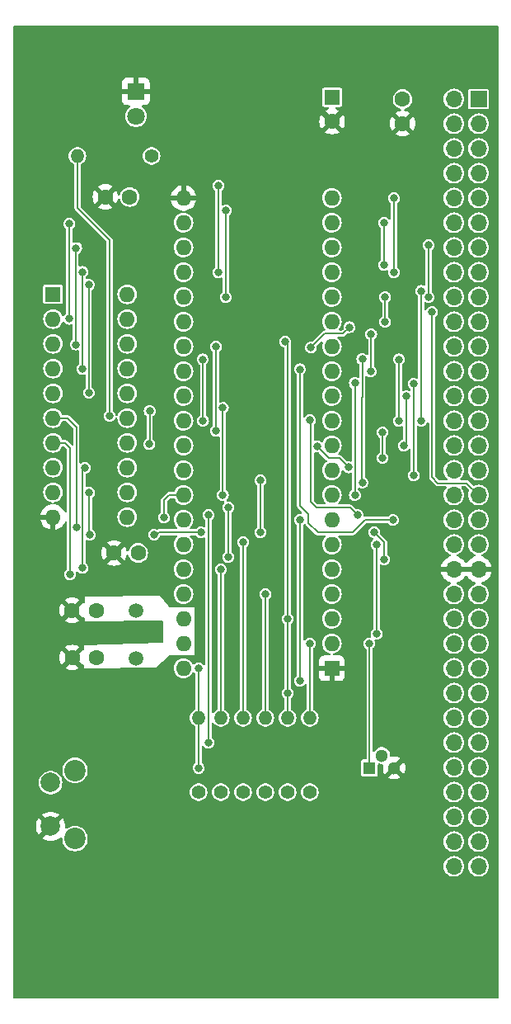
<source format=gbl>
G04 #@! TF.GenerationSoftware,KiCad,Pcbnew,8.0.4*
G04 #@! TF.CreationDate,2024-09-12T20:33:36-04:00*
G04 #@! TF.ProjectId,LB-6802-01,4c422d36-3830-4322-9d30-312e6b696361,2*
G04 #@! TF.SameCoordinates,Original*
G04 #@! TF.FileFunction,Copper,L2,Bot*
G04 #@! TF.FilePolarity,Positive*
%FSLAX46Y46*%
G04 Gerber Fmt 4.6, Leading zero omitted, Abs format (unit mm)*
G04 Created by KiCad (PCBNEW 8.0.4) date 2024-09-12 20:33:36*
%MOMM*%
%LPD*%
G01*
G04 APERTURE LIST*
G04 #@! TA.AperFunction,ComponentPad*
%ADD10C,1.400000*%
G04 #@! TD*
G04 #@! TA.AperFunction,ComponentPad*
%ADD11O,1.400000X1.400000*%
G04 #@! TD*
G04 #@! TA.AperFunction,ComponentPad*
%ADD12R,1.800000X1.800000*%
G04 #@! TD*
G04 #@! TA.AperFunction,ComponentPad*
%ADD13C,1.800000*%
G04 #@! TD*
G04 #@! TA.AperFunction,ComponentPad*
%ADD14R,1.700000X1.700000*%
G04 #@! TD*
G04 #@! TA.AperFunction,ComponentPad*
%ADD15O,1.700000X1.700000*%
G04 #@! TD*
G04 #@! TA.AperFunction,ComponentPad*
%ADD16R,1.600000X1.600000*%
G04 #@! TD*
G04 #@! TA.AperFunction,ComponentPad*
%ADD17O,1.600000X1.600000*%
G04 #@! TD*
G04 #@! TA.AperFunction,ComponentPad*
%ADD18C,1.600000*%
G04 #@! TD*
G04 #@! TA.AperFunction,ComponentPad*
%ADD19C,1.500000*%
G04 #@! TD*
G04 #@! TA.AperFunction,ComponentPad*
%ADD20C,2.000000*%
G04 #@! TD*
G04 #@! TA.AperFunction,ComponentPad*
%ADD21C,2.200000*%
G04 #@! TD*
G04 #@! TA.AperFunction,ComponentPad*
%ADD22R,1.300000X1.300000*%
G04 #@! TD*
G04 #@! TA.AperFunction,ComponentPad*
%ADD23C,1.300000*%
G04 #@! TD*
G04 #@! TA.AperFunction,ViaPad*
%ADD24C,0.800000*%
G04 #@! TD*
G04 #@! TA.AperFunction,Conductor*
%ADD25C,0.203200*%
G04 #@! TD*
G04 APERTURE END LIST*
D10*
X146304000Y-60452000D03*
D11*
X138684000Y-60452000D03*
D12*
X144688000Y-53843000D03*
D13*
X144688000Y-56383000D03*
D14*
X179890000Y-54615000D03*
D15*
X177350000Y-54615000D03*
X179890000Y-57155000D03*
X177350000Y-57155000D03*
X179890000Y-59695000D03*
X177350000Y-59695000D03*
X179890000Y-62235000D03*
X177350000Y-62235000D03*
X179890000Y-64775000D03*
X177350000Y-64775000D03*
X179890000Y-67315000D03*
X177350000Y-67315000D03*
X179890000Y-69855000D03*
X177350000Y-69855000D03*
X179890000Y-72395000D03*
X177350000Y-72395000D03*
X179890000Y-74935000D03*
X177350000Y-74935000D03*
X179890000Y-77475000D03*
X177350000Y-77475000D03*
X179890000Y-80015000D03*
X177350000Y-80015000D03*
X179890000Y-82555000D03*
X177350000Y-82555000D03*
X179890000Y-85095000D03*
X177350000Y-85095000D03*
X179890000Y-87635000D03*
X177350000Y-87635000D03*
X179890000Y-90175000D03*
X177350000Y-90175000D03*
X179890000Y-92715000D03*
X177350000Y-92715000D03*
X179890000Y-95255000D03*
X177350000Y-95255000D03*
X179890000Y-97795000D03*
X177350000Y-97795000D03*
X179890000Y-100335000D03*
X177350000Y-100335000D03*
X179890000Y-102875000D03*
X177350000Y-102875000D03*
X179890000Y-105415000D03*
X177350000Y-105415000D03*
X179890000Y-107955000D03*
X177350000Y-107955000D03*
X179890000Y-110495000D03*
X177350000Y-110495000D03*
X179890000Y-113035000D03*
X177350000Y-113035000D03*
X179890000Y-115575000D03*
X177350000Y-115575000D03*
X179890000Y-118115000D03*
X177350000Y-118115000D03*
X179890000Y-120655000D03*
X177350000Y-120655000D03*
X179890000Y-123195000D03*
X177350000Y-123195000D03*
X179890000Y-125735000D03*
X177350000Y-125735000D03*
X179890000Y-128275000D03*
X177350000Y-128275000D03*
X179890000Y-130815000D03*
X177350000Y-130815000D03*
X179890000Y-133355000D03*
X177350000Y-133355000D03*
D16*
X164820600Y-113030000D03*
D17*
X164820600Y-110490000D03*
X164820600Y-107950000D03*
X164820600Y-105410000D03*
X164820600Y-102870000D03*
X164820600Y-100330000D03*
X164820600Y-97790000D03*
X164820600Y-95250000D03*
X164820600Y-92710000D03*
X164820600Y-90170000D03*
X164820600Y-87630000D03*
X164820600Y-85090000D03*
X164820600Y-82550000D03*
X164820600Y-80010000D03*
X164820600Y-77470000D03*
X164820600Y-74930000D03*
X164820600Y-72390000D03*
X164820600Y-69850000D03*
X164820600Y-67310000D03*
X164820600Y-64770000D03*
X149580600Y-64770000D03*
X149580600Y-67310000D03*
X149580600Y-69850000D03*
X149580600Y-72390000D03*
X149580600Y-74930000D03*
X149580600Y-77470000D03*
X149580600Y-80010000D03*
X149580600Y-82550000D03*
X149580600Y-85090000D03*
X149580600Y-87630000D03*
X149580600Y-90170000D03*
X149580600Y-92710000D03*
X149580600Y-95250000D03*
X149580600Y-97790000D03*
X149580600Y-100330000D03*
X149580600Y-102870000D03*
X149580600Y-105410000D03*
X149580600Y-107950000D03*
X149580600Y-110490000D03*
X149580600Y-113030000D03*
D10*
X160274000Y-125730000D03*
D11*
X160274000Y-118110000D03*
D10*
X151130000Y-125730000D03*
D11*
X151130000Y-118110000D03*
D10*
X162560000Y-125730000D03*
D11*
X162560000Y-118110000D03*
D16*
X164846000Y-54420888D03*
D18*
X164846000Y-56920888D03*
D10*
X155702000Y-125730000D03*
D11*
X155702000Y-118110000D03*
D10*
X157988000Y-125730000D03*
D11*
X157988000Y-118110000D03*
D18*
X138145200Y-111924000D03*
X140645200Y-111924000D03*
D19*
X144703800Y-112000200D03*
X144703800Y-107120200D03*
D16*
X136169400Y-74650600D03*
D17*
X136169400Y-77190600D03*
X136169400Y-79730600D03*
X136169400Y-82270600D03*
X136169400Y-84810600D03*
X136169400Y-87350600D03*
X136169400Y-89890600D03*
X136169400Y-92430600D03*
X136169400Y-94970600D03*
X136169400Y-97510600D03*
X143789400Y-97510600D03*
X143789400Y-94970600D03*
X143789400Y-92430600D03*
X143789400Y-89890600D03*
X143789400Y-87350600D03*
X143789400Y-84810600D03*
X143789400Y-82270600D03*
X143789400Y-79730600D03*
X143789400Y-77190600D03*
X143789400Y-74650600D03*
D18*
X141548800Y-64668400D03*
X144048800Y-64668400D03*
X172085000Y-57130000D03*
X172085000Y-54630000D03*
D20*
X135930000Y-129250000D03*
X135930000Y-124750000D03*
D21*
X138430000Y-130500000D03*
X138430000Y-123500000D03*
D22*
X168681400Y-123245200D03*
D23*
X169951400Y-121975200D03*
X171221400Y-123245200D03*
D10*
X153416000Y-125730000D03*
D11*
X153416000Y-118110000D03*
D18*
X138119800Y-107072600D03*
X140619800Y-107072600D03*
X142432400Y-101193600D03*
X144932400Y-101193600D03*
D24*
X147574000Y-97536000D03*
X141986000Y-87122000D03*
X171196000Y-64770000D03*
X171196000Y-72390000D03*
X137845800Y-67411600D03*
X137845800Y-77165200D03*
X138506200Y-79806800D03*
X138557000Y-69900800D03*
X139192000Y-72364600D03*
X139192000Y-82296000D03*
X153162000Y-72390000D03*
X153162000Y-63500000D03*
X153924000Y-74930000D03*
X139845500Y-73660000D03*
X139852400Y-84734400D03*
X153924000Y-66040000D03*
X167182800Y-95250000D03*
X167182800Y-83769200D03*
X162661600Y-80111600D03*
X166624000Y-78028800D03*
X151587200Y-87630000D03*
X151536400Y-81330800D03*
X175107600Y-76454000D03*
X167944800Y-81280000D03*
X167944800Y-93980000D03*
X152908000Y-88646000D03*
X152908000Y-80010000D03*
X173228000Y-83820000D03*
X173228000Y-93218000D03*
X172212000Y-90170000D03*
X172466000Y-85090000D03*
X166529300Y-92405200D03*
X163322000Y-90271600D03*
X171704000Y-87630000D03*
X171704000Y-81330800D03*
X173990000Y-87630000D03*
X173990000Y-74313500D03*
X153619200Y-95250000D03*
X153619200Y-86309200D03*
X168859200Y-78740000D03*
X168808400Y-82550000D03*
X170027600Y-91440000D03*
X170027600Y-88805300D03*
X170281600Y-74930000D03*
X170281600Y-77470000D03*
X174752000Y-69596000D03*
X174752000Y-74930000D03*
X170180000Y-67310000D03*
X170180000Y-71628000D03*
X151130000Y-123245200D03*
X151130000Y-113030000D03*
X168656000Y-110490000D03*
X139446000Y-92456000D03*
X139192000Y-102724500D03*
X157988000Y-105410000D03*
X137922000Y-103378000D03*
X169418000Y-109474000D03*
X155702000Y-100076000D03*
X169418000Y-100330000D03*
X162560000Y-110490000D03*
X139883000Y-94996000D03*
X146558000Y-99306842D03*
X161544000Y-97790000D03*
X151384000Y-99060000D03*
X161544000Y-114300000D03*
X139954000Y-99314000D03*
X160020000Y-79502000D03*
X160274000Y-115570000D03*
X160274000Y-107950000D03*
X153416000Y-102870000D03*
X138575500Y-98552000D03*
X152146000Y-120650000D03*
X152146000Y-97282000D03*
X162560000Y-87579200D03*
X146050000Y-90017600D03*
X146100800Y-86614000D03*
X167436800Y-97282000D03*
X171094400Y-97790000D03*
X161544000Y-82346800D03*
X169164000Y-99060000D03*
X157480000Y-93764000D03*
X157480000Y-99060000D03*
X170180000Y-101854000D03*
X154178000Y-101600000D03*
X154178000Y-96520000D03*
D25*
X147574000Y-97536000D02*
X147574000Y-95758000D01*
X147574000Y-95758000D02*
X148082000Y-95250000D01*
X148082000Y-95250000D02*
X149580600Y-95250000D01*
X138684000Y-65786000D02*
X138684000Y-60452000D01*
X141986000Y-69088000D02*
X138684000Y-65786000D01*
X141986000Y-87122000D02*
X141986000Y-69088000D01*
X171196000Y-72390000D02*
X171196000Y-64770000D01*
X137845800Y-77165200D02*
X137845800Y-67411600D01*
X138506200Y-69951600D02*
X138557000Y-69900800D01*
X138506200Y-79806800D02*
X138506200Y-69951600D01*
X153162000Y-63500000D02*
X153162000Y-72390000D01*
X139192000Y-82296000D02*
X139192000Y-72364600D01*
X153924000Y-66040000D02*
X153924000Y-74930000D01*
X139852400Y-73666900D02*
X139845500Y-73660000D01*
X139852400Y-84734400D02*
X139852400Y-73666900D01*
X167182800Y-83769200D02*
X167182800Y-95250000D01*
X162661600Y-80111600D02*
X164084000Y-78689200D01*
X175107600Y-93421200D02*
X175717200Y-94030800D01*
X151587200Y-81381600D02*
X151536400Y-81330800D01*
X178665800Y-94030800D02*
X179890000Y-95255000D01*
X164084000Y-78689200D02*
X165963600Y-78689200D01*
X151587200Y-87630000D02*
X151587200Y-81381600D01*
X165963600Y-78689200D02*
X166624000Y-78028800D01*
X175107600Y-76454000D02*
X175107600Y-93421200D01*
X175717200Y-94030800D02*
X178665800Y-94030800D01*
X167894000Y-93929200D02*
X167944800Y-93980000D01*
X167894000Y-85242400D02*
X167894000Y-93929200D01*
X167944800Y-85191600D02*
X167894000Y-85242400D01*
X167944800Y-81280000D02*
X167944800Y-85191600D01*
X152908000Y-88646000D02*
X152908000Y-80010000D01*
X173228000Y-93218000D02*
X173228000Y-83820000D01*
X172466000Y-89916000D02*
X172466000Y-85090000D01*
X172212000Y-90170000D02*
X172466000Y-89916000D01*
X166529300Y-92405200D02*
X166529300Y-92361300D01*
X165608000Y-91440000D02*
X164490400Y-91440000D01*
X164490400Y-91440000D02*
X163322000Y-90271600D01*
X166529300Y-92361300D02*
X165608000Y-91440000D01*
X171704000Y-81330800D02*
X171704000Y-87630000D01*
X173990000Y-87630000D02*
X173990000Y-74313500D01*
X153619200Y-86309200D02*
X153619200Y-95250000D01*
X168859200Y-82499200D02*
X168859200Y-78740000D01*
X168859200Y-82499200D02*
X168808400Y-82550000D01*
X170027600Y-91440000D02*
X170027600Y-88805300D01*
X170281600Y-77470000D02*
X170281600Y-74930000D01*
X174752000Y-74930000D02*
X174752000Y-69596000D01*
X170180000Y-67310000D02*
X170180000Y-71628000D01*
X151130000Y-118110000D02*
X151130000Y-123245200D01*
X151130000Y-113030000D02*
X151130000Y-118110000D01*
X168681400Y-110515400D02*
X168656000Y-110490000D01*
X168681400Y-123245200D02*
X168681400Y-110515400D01*
X139229500Y-102687000D02*
X139229500Y-92672500D01*
X139229500Y-92672500D02*
X139446000Y-92456000D01*
X139192000Y-102724500D02*
X139229500Y-102687000D01*
X157988000Y-105410000D02*
X157988000Y-118110000D01*
X137922000Y-90424000D02*
X137388600Y-89890600D01*
X137922000Y-103378000D02*
X137922000Y-90424000D01*
X137388600Y-89890600D02*
X136169400Y-89890600D01*
X169418000Y-109474000D02*
X169418000Y-100330000D01*
X155702000Y-100076000D02*
X155702000Y-118110000D01*
X162560000Y-110490000D02*
X162560000Y-118110000D01*
X161544000Y-114300000D02*
X161544000Y-97790000D01*
X147066000Y-99060000D02*
X151384000Y-99060000D01*
X139883000Y-99243000D02*
X139954000Y-99314000D01*
X147066000Y-99060000D02*
X146819158Y-99306842D01*
X146819158Y-99306842D02*
X146558000Y-99306842D01*
X139883000Y-94996000D02*
X139883000Y-99243000D01*
X160274000Y-107950000D02*
X160274000Y-79756000D01*
X160274000Y-107950000D02*
X160274000Y-118110000D01*
X160274000Y-79756000D02*
X160020000Y-79502000D01*
X153416000Y-102870000D02*
X153416000Y-118110000D01*
X152146000Y-97282000D02*
X152146000Y-120650000D01*
X137642600Y-87350600D02*
X136169400Y-87350600D01*
X138575500Y-98552000D02*
X138575500Y-88283500D01*
X138575500Y-88283500D02*
X137642600Y-87350600D01*
X146100800Y-86614000D02*
X146100800Y-89966800D01*
X162560000Y-87579200D02*
X162668000Y-87687200D01*
X162668000Y-95916800D02*
X163271200Y-96520000D01*
X166674800Y-96520000D02*
X167436800Y-97282000D01*
X162668000Y-87687200D02*
X162668000Y-95916800D01*
X146100800Y-89966800D02*
X146050000Y-90017600D01*
X163271200Y-96520000D02*
X166674800Y-96520000D01*
X161544000Y-96367600D02*
X162407600Y-97231200D01*
X166928800Y-99060000D02*
X168198800Y-97790000D01*
X162407600Y-98094800D02*
X163372800Y-99060000D01*
X161544000Y-82346800D02*
X161544000Y-96367600D01*
X163372800Y-99060000D02*
X166928800Y-99060000D01*
X168198800Y-97790000D02*
X171094400Y-97790000D01*
X162407600Y-97231200D02*
X162407600Y-98094800D01*
X157480000Y-99060000D02*
X157480000Y-93764000D01*
X170180000Y-101854000D02*
X170180000Y-100076000D01*
X170180000Y-100076000D02*
X169164000Y-99060000D01*
X154178000Y-101600000D02*
X154178000Y-96520000D01*
G04 #@! TA.AperFunction,Conductor*
G36*
X179424075Y-102682007D02*
G01*
X179390000Y-102809174D01*
X179390000Y-102940826D01*
X179424075Y-103067993D01*
X179459297Y-103129000D01*
X177780703Y-103129000D01*
X177815925Y-103067993D01*
X177850000Y-102940826D01*
X177850000Y-102809174D01*
X177815925Y-102682007D01*
X177780703Y-102621000D01*
X179459297Y-102621000D01*
X179424075Y-102682007D01*
G37*
G04 #@! TD.AperFunction*
G04 #@! TA.AperFunction,Conductor*
G36*
X181866621Y-47095502D02*
G01*
X181913114Y-47149158D01*
X181924500Y-47201500D01*
X181924500Y-146798500D01*
X181904498Y-146866621D01*
X181850842Y-146913114D01*
X181798500Y-146924500D01*
X132206000Y-146924500D01*
X132137879Y-146904498D01*
X132091386Y-146850842D01*
X132080000Y-146798500D01*
X132080000Y-133354997D01*
X176291202Y-133354997D01*
X176291202Y-133355002D01*
X176311545Y-133561554D01*
X176311546Y-133561560D01*
X176311547Y-133561561D01*
X176371798Y-133760184D01*
X176469642Y-133943237D01*
X176601317Y-134103683D01*
X176761763Y-134235358D01*
X176944816Y-134333202D01*
X177143439Y-134393453D01*
X177143443Y-134393453D01*
X177143445Y-134393454D01*
X177349997Y-134413798D01*
X177350000Y-134413798D01*
X177350003Y-134413798D01*
X177556554Y-134393454D01*
X177556555Y-134393453D01*
X177556561Y-134393453D01*
X177755184Y-134333202D01*
X177938237Y-134235358D01*
X178098683Y-134103683D01*
X178230358Y-133943237D01*
X178328202Y-133760184D01*
X178388453Y-133561561D01*
X178408798Y-133355000D01*
X178408798Y-133354997D01*
X178831202Y-133354997D01*
X178831202Y-133355002D01*
X178851545Y-133561554D01*
X178851546Y-133561560D01*
X178851547Y-133561561D01*
X178911798Y-133760184D01*
X179009642Y-133943237D01*
X179141317Y-134103683D01*
X179301763Y-134235358D01*
X179484816Y-134333202D01*
X179683439Y-134393453D01*
X179683443Y-134393453D01*
X179683445Y-134393454D01*
X179889997Y-134413798D01*
X179890000Y-134413798D01*
X179890003Y-134413798D01*
X180096554Y-134393454D01*
X180096555Y-134393453D01*
X180096561Y-134393453D01*
X180295184Y-134333202D01*
X180478237Y-134235358D01*
X180638683Y-134103683D01*
X180770358Y-133943237D01*
X180868202Y-133760184D01*
X180928453Y-133561561D01*
X180948798Y-133355000D01*
X180928453Y-133148439D01*
X180868202Y-132949816D01*
X180770358Y-132766763D01*
X180638683Y-132606317D01*
X180478237Y-132474642D01*
X180295184Y-132376798D01*
X180096561Y-132316547D01*
X180096560Y-132316546D01*
X180096554Y-132316545D01*
X179890003Y-132296202D01*
X179889997Y-132296202D01*
X179683445Y-132316545D01*
X179484815Y-132376798D01*
X179301762Y-132474642D01*
X179141317Y-132606317D01*
X179009642Y-132766762D01*
X178911798Y-132949815D01*
X178851545Y-133148445D01*
X178831202Y-133354997D01*
X178408798Y-133354997D01*
X178388453Y-133148439D01*
X178328202Y-132949816D01*
X178230358Y-132766763D01*
X178098683Y-132606317D01*
X177938237Y-132474642D01*
X177755184Y-132376798D01*
X177556561Y-132316547D01*
X177556560Y-132316546D01*
X177556554Y-132316545D01*
X177350003Y-132296202D01*
X177349997Y-132296202D01*
X177143445Y-132316545D01*
X176944815Y-132376798D01*
X176761762Y-132474642D01*
X176601317Y-132606317D01*
X176469642Y-132766762D01*
X176371798Y-132949815D01*
X176311545Y-133148445D01*
X176291202Y-133354997D01*
X132080000Y-133354997D01*
X132080000Y-129250000D01*
X134417337Y-129250000D01*
X134435960Y-129486632D01*
X134491371Y-129717437D01*
X134582208Y-129936738D01*
X134696896Y-130123890D01*
X134696897Y-130123890D01*
X135405016Y-129415771D01*
X135417482Y-129462292D01*
X135489890Y-129587708D01*
X135592292Y-129690110D01*
X135717708Y-129762518D01*
X135764227Y-129774983D01*
X135056107Y-130483102D01*
X135243261Y-130597791D01*
X135462562Y-130688628D01*
X135693367Y-130744039D01*
X135930000Y-130762662D01*
X136166632Y-130744039D01*
X136397437Y-130688628D01*
X136616733Y-130597793D01*
X136819122Y-130473768D01*
X136819124Y-130473766D01*
X136914010Y-130392726D01*
X136978799Y-130363694D01*
X137048999Y-130374299D01*
X137102322Y-130421173D01*
X137121838Y-130489435D01*
X137121363Y-130499503D01*
X137121320Y-130499994D01*
X137121320Y-130499997D01*
X137121320Y-130500000D01*
X137129876Y-130597791D01*
X137141202Y-130727253D01*
X137200242Y-130947592D01*
X137200244Y-130947597D01*
X137296650Y-131154340D01*
X137342754Y-131220184D01*
X137427493Y-131341203D01*
X137588797Y-131502507D01*
X137775660Y-131633350D01*
X137982405Y-131729757D01*
X138202750Y-131788798D01*
X138430000Y-131808680D01*
X138657250Y-131788798D01*
X138877595Y-131729757D01*
X139084340Y-131633350D01*
X139271203Y-131502507D01*
X139432507Y-131341203D01*
X139563350Y-131154340D01*
X139659757Y-130947595D01*
X139695286Y-130814997D01*
X176291202Y-130814997D01*
X176291202Y-130815002D01*
X176311545Y-131021554D01*
X176311546Y-131021560D01*
X176311547Y-131021561D01*
X176371798Y-131220184D01*
X176469642Y-131403237D01*
X176601317Y-131563683D01*
X176761763Y-131695358D01*
X176944816Y-131793202D01*
X177143439Y-131853453D01*
X177143443Y-131853453D01*
X177143445Y-131853454D01*
X177349997Y-131873798D01*
X177350000Y-131873798D01*
X177350003Y-131873798D01*
X177556554Y-131853454D01*
X177556555Y-131853453D01*
X177556561Y-131853453D01*
X177755184Y-131793202D01*
X177938237Y-131695358D01*
X178098683Y-131563683D01*
X178230358Y-131403237D01*
X178328202Y-131220184D01*
X178388453Y-131021561D01*
X178395739Y-130947592D01*
X178408798Y-130815002D01*
X178408798Y-130814997D01*
X178831202Y-130814997D01*
X178831202Y-130815002D01*
X178851545Y-131021554D01*
X178851546Y-131021560D01*
X178851547Y-131021561D01*
X178911798Y-131220184D01*
X179009642Y-131403237D01*
X179141317Y-131563683D01*
X179301763Y-131695358D01*
X179484816Y-131793202D01*
X179683439Y-131853453D01*
X179683443Y-131853453D01*
X179683445Y-131853454D01*
X179889997Y-131873798D01*
X179890000Y-131873798D01*
X179890003Y-131873798D01*
X180096554Y-131853454D01*
X180096555Y-131853453D01*
X180096561Y-131853453D01*
X180295184Y-131793202D01*
X180478237Y-131695358D01*
X180638683Y-131563683D01*
X180770358Y-131403237D01*
X180868202Y-131220184D01*
X180928453Y-131021561D01*
X180935739Y-130947592D01*
X180948798Y-130815002D01*
X180948798Y-130814997D01*
X180928454Y-130608445D01*
X180928453Y-130608443D01*
X180928453Y-130608439D01*
X180868202Y-130409816D01*
X180770358Y-130226763D01*
X180638683Y-130066317D01*
X180478237Y-129934642D01*
X180295184Y-129836798D01*
X180096561Y-129776547D01*
X180096560Y-129776546D01*
X180096554Y-129776545D01*
X179890003Y-129756202D01*
X179889997Y-129756202D01*
X179683445Y-129776545D01*
X179484815Y-129836798D01*
X179301762Y-129934642D01*
X179141317Y-130066317D01*
X179009642Y-130226762D01*
X178911798Y-130409815D01*
X178851545Y-130608445D01*
X178831202Y-130814997D01*
X178408798Y-130814997D01*
X178388454Y-130608445D01*
X178388453Y-130608443D01*
X178388453Y-130608439D01*
X178328202Y-130409816D01*
X178230358Y-130226763D01*
X178098683Y-130066317D01*
X177938237Y-129934642D01*
X177755184Y-129836798D01*
X177556561Y-129776547D01*
X177556560Y-129776546D01*
X177556554Y-129776545D01*
X177350003Y-129756202D01*
X177349997Y-129756202D01*
X177143445Y-129776545D01*
X176944815Y-129836798D01*
X176761762Y-129934642D01*
X176601317Y-130066317D01*
X176469642Y-130226762D01*
X176371798Y-130409815D01*
X176311545Y-130608445D01*
X176291202Y-130814997D01*
X139695286Y-130814997D01*
X139718798Y-130727250D01*
X139738680Y-130500000D01*
X139718798Y-130272750D01*
X139659757Y-130052405D01*
X139563350Y-129845660D01*
X139432507Y-129658797D01*
X139271203Y-129497493D01*
X139084340Y-129366650D01*
X138877595Y-129270243D01*
X138877593Y-129270242D01*
X138877592Y-129270242D01*
X138657253Y-129211202D01*
X138430000Y-129191320D01*
X138202746Y-129211202D01*
X137982407Y-129270242D01*
X137982402Y-129270244D01*
X137775660Y-129366649D01*
X137632368Y-129466983D01*
X137565094Y-129489670D01*
X137496234Y-129472385D01*
X137447650Y-129420615D01*
X137434486Y-129353882D01*
X137442662Y-129249999D01*
X137424039Y-129013367D01*
X137368628Y-128782562D01*
X137277791Y-128563261D01*
X137163102Y-128376108D01*
X137163101Y-128376107D01*
X136454982Y-129084226D01*
X136442518Y-129037708D01*
X136370110Y-128912292D01*
X136267708Y-128809890D01*
X136142292Y-128737482D01*
X136095771Y-128725016D01*
X136545790Y-128274997D01*
X176291202Y-128274997D01*
X176291202Y-128275002D01*
X176311545Y-128481554D01*
X176311546Y-128481560D01*
X176311547Y-128481561D01*
X176371798Y-128680184D01*
X176469642Y-128863237D01*
X176601317Y-129023683D01*
X176761763Y-129155358D01*
X176944816Y-129253202D01*
X177143439Y-129313453D01*
X177143443Y-129313453D01*
X177143445Y-129313454D01*
X177349997Y-129333798D01*
X177350000Y-129333798D01*
X177350003Y-129333798D01*
X177556554Y-129313454D01*
X177556555Y-129313453D01*
X177556561Y-129313453D01*
X177755184Y-129253202D01*
X177938237Y-129155358D01*
X178098683Y-129023683D01*
X178230358Y-128863237D01*
X178328202Y-128680184D01*
X178388453Y-128481561D01*
X178398840Y-128376108D01*
X178408798Y-128275002D01*
X178408798Y-128274997D01*
X178831202Y-128274997D01*
X178831202Y-128275002D01*
X178851545Y-128481554D01*
X178851546Y-128481560D01*
X178851547Y-128481561D01*
X178911798Y-128680184D01*
X179009642Y-128863237D01*
X179141317Y-129023683D01*
X179301763Y-129155358D01*
X179484816Y-129253202D01*
X179683439Y-129313453D01*
X179683443Y-129313453D01*
X179683445Y-129313454D01*
X179889997Y-129333798D01*
X179890000Y-129333798D01*
X179890003Y-129333798D01*
X180096554Y-129313454D01*
X180096555Y-129313453D01*
X180096561Y-129313453D01*
X180295184Y-129253202D01*
X180478237Y-129155358D01*
X180638683Y-129023683D01*
X180770358Y-128863237D01*
X180868202Y-128680184D01*
X180928453Y-128481561D01*
X180938840Y-128376108D01*
X180948798Y-128275002D01*
X180948798Y-128274997D01*
X180928454Y-128068445D01*
X180928453Y-128068443D01*
X180928453Y-128068439D01*
X180868202Y-127869816D01*
X180770358Y-127686763D01*
X180638683Y-127526317D01*
X180478237Y-127394642D01*
X180295184Y-127296798D01*
X180096561Y-127236547D01*
X180096560Y-127236546D01*
X180096554Y-127236545D01*
X179890003Y-127216202D01*
X179889997Y-127216202D01*
X179683445Y-127236545D01*
X179484815Y-127296798D01*
X179301762Y-127394642D01*
X179141317Y-127526317D01*
X179009642Y-127686762D01*
X178911798Y-127869815D01*
X178851545Y-128068445D01*
X178831202Y-128274997D01*
X178408798Y-128274997D01*
X178388454Y-128068445D01*
X178388453Y-128068443D01*
X178388453Y-128068439D01*
X178328202Y-127869816D01*
X178230358Y-127686763D01*
X178098683Y-127526317D01*
X177938237Y-127394642D01*
X177755184Y-127296798D01*
X177556561Y-127236547D01*
X177556560Y-127236546D01*
X177556554Y-127236545D01*
X177350003Y-127216202D01*
X177349997Y-127216202D01*
X177143445Y-127236545D01*
X176944815Y-127296798D01*
X176761762Y-127394642D01*
X176601317Y-127526317D01*
X176469642Y-127686762D01*
X176371798Y-127869815D01*
X176311545Y-128068445D01*
X176291202Y-128274997D01*
X136545790Y-128274997D01*
X136803890Y-128016897D01*
X136803890Y-128016896D01*
X136616738Y-127902208D01*
X136397437Y-127811371D01*
X136166632Y-127755960D01*
X135930000Y-127737337D01*
X135693367Y-127755960D01*
X135462562Y-127811371D01*
X135243266Y-127902206D01*
X135056108Y-128016897D01*
X135056108Y-128016898D01*
X135764227Y-128725017D01*
X135717708Y-128737482D01*
X135592292Y-128809890D01*
X135489890Y-128912292D01*
X135417482Y-129037708D01*
X135405017Y-129084227D01*
X134696898Y-128376108D01*
X134696897Y-128376108D01*
X134582206Y-128563266D01*
X134491371Y-128782562D01*
X134435960Y-129013367D01*
X134417337Y-129250000D01*
X132080000Y-129250000D01*
X132080000Y-124750000D01*
X134721143Y-124750000D01*
X134741726Y-124972128D01*
X134802773Y-125186689D01*
X134802776Y-125186695D01*
X134902205Y-125386376D01*
X134902209Y-125386381D01*
X135036642Y-125564401D01*
X135201501Y-125714689D01*
X135201502Y-125714690D01*
X135391156Y-125832119D01*
X135391163Y-125832122D01*
X135391166Y-125832124D01*
X135599181Y-125912710D01*
X135818461Y-125953700D01*
X135818463Y-125953700D01*
X136041537Y-125953700D01*
X136041539Y-125953700D01*
X136260819Y-125912710D01*
X136468834Y-125832124D01*
X136468839Y-125832120D01*
X136468843Y-125832119D01*
X136633771Y-125730000D01*
X150221322Y-125730000D01*
X150241178Y-125918925D01*
X150299878Y-126099588D01*
X150299881Y-126099594D01*
X150394866Y-126264111D01*
X150394868Y-126264114D01*
X150521973Y-126405276D01*
X150521976Y-126405279D01*
X150675661Y-126516938D01*
X150849203Y-126594204D01*
X151035017Y-126633700D01*
X151224983Y-126633700D01*
X151410797Y-126594204D01*
X151584339Y-126516938D01*
X151738024Y-126405279D01*
X151865136Y-126264108D01*
X151960119Y-126099593D01*
X152011469Y-125941554D01*
X152018821Y-125918925D01*
X152027944Y-125832124D01*
X152038678Y-125730000D01*
X152507322Y-125730000D01*
X152527178Y-125918925D01*
X152585878Y-126099588D01*
X152585881Y-126099594D01*
X152680866Y-126264111D01*
X152680868Y-126264114D01*
X152807973Y-126405276D01*
X152807976Y-126405279D01*
X152961661Y-126516938D01*
X153135203Y-126594204D01*
X153321017Y-126633700D01*
X153510983Y-126633700D01*
X153696797Y-126594204D01*
X153870339Y-126516938D01*
X154024024Y-126405279D01*
X154151136Y-126264108D01*
X154246119Y-126099593D01*
X154297469Y-125941554D01*
X154304821Y-125918925D01*
X154313944Y-125832124D01*
X154324678Y-125730000D01*
X154793322Y-125730000D01*
X154813178Y-125918925D01*
X154871878Y-126099588D01*
X154871881Y-126099594D01*
X154966866Y-126264111D01*
X154966868Y-126264114D01*
X155093973Y-126405276D01*
X155093976Y-126405279D01*
X155247661Y-126516938D01*
X155421203Y-126594204D01*
X155607017Y-126633700D01*
X155796983Y-126633700D01*
X155982797Y-126594204D01*
X156156339Y-126516938D01*
X156310024Y-126405279D01*
X156437136Y-126264108D01*
X156532119Y-126099593D01*
X156583469Y-125941554D01*
X156590821Y-125918925D01*
X156599944Y-125832124D01*
X156610678Y-125730000D01*
X157079322Y-125730000D01*
X157099178Y-125918925D01*
X157157878Y-126099588D01*
X157157881Y-126099594D01*
X157252866Y-126264111D01*
X157252868Y-126264114D01*
X157379973Y-126405276D01*
X157379976Y-126405279D01*
X157533661Y-126516938D01*
X157707203Y-126594204D01*
X157893017Y-126633700D01*
X158082983Y-126633700D01*
X158268797Y-126594204D01*
X158442339Y-126516938D01*
X158596024Y-126405279D01*
X158723136Y-126264108D01*
X158818119Y-126099593D01*
X158869469Y-125941554D01*
X158876821Y-125918925D01*
X158885944Y-125832124D01*
X158896678Y-125730000D01*
X159365322Y-125730000D01*
X159385178Y-125918925D01*
X159443878Y-126099588D01*
X159443881Y-126099594D01*
X159538866Y-126264111D01*
X159538868Y-126264114D01*
X159665973Y-126405276D01*
X159665976Y-126405279D01*
X159819661Y-126516938D01*
X159993203Y-126594204D01*
X160179017Y-126633700D01*
X160368983Y-126633700D01*
X160554797Y-126594204D01*
X160728339Y-126516938D01*
X160882024Y-126405279D01*
X161009136Y-126264108D01*
X161104119Y-126099593D01*
X161155469Y-125941554D01*
X161162821Y-125918925D01*
X161171944Y-125832124D01*
X161182678Y-125730000D01*
X161651322Y-125730000D01*
X161671178Y-125918925D01*
X161729878Y-126099588D01*
X161729881Y-126099594D01*
X161824866Y-126264111D01*
X161824868Y-126264114D01*
X161951973Y-126405276D01*
X161951976Y-126405279D01*
X162105661Y-126516938D01*
X162279203Y-126594204D01*
X162465017Y-126633700D01*
X162654983Y-126633700D01*
X162840797Y-126594204D01*
X163014339Y-126516938D01*
X163168024Y-126405279D01*
X163295136Y-126264108D01*
X163390119Y-126099593D01*
X163441469Y-125941554D01*
X163448821Y-125918925D01*
X163457944Y-125832124D01*
X163468153Y-125734997D01*
X176291202Y-125734997D01*
X176291202Y-125735002D01*
X176311545Y-125941554D01*
X176311546Y-125941560D01*
X176311547Y-125941561D01*
X176371798Y-126140184D01*
X176469642Y-126323237D01*
X176601317Y-126483683D01*
X176761763Y-126615358D01*
X176944816Y-126713202D01*
X177143439Y-126773453D01*
X177143443Y-126773453D01*
X177143445Y-126773454D01*
X177349997Y-126793798D01*
X177350000Y-126793798D01*
X177350003Y-126793798D01*
X177556554Y-126773454D01*
X177556555Y-126773453D01*
X177556561Y-126773453D01*
X177755184Y-126713202D01*
X177938237Y-126615358D01*
X178098683Y-126483683D01*
X178230358Y-126323237D01*
X178328202Y-126140184D01*
X178388453Y-125941561D01*
X178399233Y-125832119D01*
X178408798Y-125735002D01*
X178408798Y-125734997D01*
X178831202Y-125734997D01*
X178831202Y-125735002D01*
X178851545Y-125941554D01*
X178851546Y-125941560D01*
X178851547Y-125941561D01*
X178911798Y-126140184D01*
X179009642Y-126323237D01*
X179141317Y-126483683D01*
X179301763Y-126615358D01*
X179484816Y-126713202D01*
X179683439Y-126773453D01*
X179683443Y-126773453D01*
X179683445Y-126773454D01*
X179889997Y-126793798D01*
X179890000Y-126793798D01*
X179890003Y-126793798D01*
X180096554Y-126773454D01*
X180096555Y-126773453D01*
X180096561Y-126773453D01*
X180295184Y-126713202D01*
X180478237Y-126615358D01*
X180638683Y-126483683D01*
X180770358Y-126323237D01*
X180868202Y-126140184D01*
X180928453Y-125941561D01*
X180939233Y-125832119D01*
X180948798Y-125735002D01*
X180948798Y-125734997D01*
X180928454Y-125528445D01*
X180928453Y-125528443D01*
X180928453Y-125528439D01*
X180868202Y-125329816D01*
X180770358Y-125146763D01*
X180638683Y-124986317D01*
X180478237Y-124854642D01*
X180295184Y-124756798D01*
X180096561Y-124696547D01*
X180096560Y-124696546D01*
X180096554Y-124696545D01*
X179890003Y-124676202D01*
X179889997Y-124676202D01*
X179683445Y-124696545D01*
X179484815Y-124756798D01*
X179301762Y-124854642D01*
X179141317Y-124986317D01*
X179009642Y-125146762D01*
X178911798Y-125329815D01*
X178851545Y-125528445D01*
X178831202Y-125734997D01*
X178408798Y-125734997D01*
X178388454Y-125528445D01*
X178388453Y-125528443D01*
X178388453Y-125528439D01*
X178328202Y-125329816D01*
X178230358Y-125146763D01*
X178098683Y-124986317D01*
X177938237Y-124854642D01*
X177755184Y-124756798D01*
X177556561Y-124696547D01*
X177556560Y-124696546D01*
X177556554Y-124696545D01*
X177350003Y-124676202D01*
X177349997Y-124676202D01*
X177143445Y-124696545D01*
X176944815Y-124756798D01*
X176761762Y-124854642D01*
X176601317Y-124986317D01*
X176469642Y-125146762D01*
X176371798Y-125329815D01*
X176311545Y-125528445D01*
X176291202Y-125734997D01*
X163468153Y-125734997D01*
X163468678Y-125730000D01*
X163448821Y-125541075D01*
X163448821Y-125541074D01*
X163390121Y-125360411D01*
X163390118Y-125360405D01*
X163372457Y-125329815D01*
X163295136Y-125195892D01*
X163295134Y-125195889D01*
X163295133Y-125195888D01*
X163295131Y-125195885D01*
X163168026Y-125054723D01*
X163168021Y-125054719D01*
X163014339Y-124943062D01*
X162840797Y-124865796D01*
X162654983Y-124826300D01*
X162465017Y-124826300D01*
X162279202Y-124865796D01*
X162105660Y-124943062D01*
X161951978Y-125054719D01*
X161951973Y-125054723D01*
X161824868Y-125195885D01*
X161824866Y-125195888D01*
X161729881Y-125360405D01*
X161729878Y-125360411D01*
X161671178Y-125541074D01*
X161651322Y-125730000D01*
X161182678Y-125730000D01*
X161162821Y-125541075D01*
X161162821Y-125541074D01*
X161104121Y-125360411D01*
X161104118Y-125360405D01*
X161086457Y-125329815D01*
X161009136Y-125195892D01*
X161009134Y-125195889D01*
X161009133Y-125195888D01*
X161009131Y-125195885D01*
X160882026Y-125054723D01*
X160882021Y-125054719D01*
X160728339Y-124943062D01*
X160554797Y-124865796D01*
X160368983Y-124826300D01*
X160179017Y-124826300D01*
X159993202Y-124865796D01*
X159819660Y-124943062D01*
X159665978Y-125054719D01*
X159665973Y-125054723D01*
X159538868Y-125195885D01*
X159538866Y-125195888D01*
X159443881Y-125360405D01*
X159443878Y-125360411D01*
X159385178Y-125541074D01*
X159365322Y-125730000D01*
X158896678Y-125730000D01*
X158876821Y-125541075D01*
X158876821Y-125541074D01*
X158818121Y-125360411D01*
X158818118Y-125360405D01*
X158800457Y-125329815D01*
X158723136Y-125195892D01*
X158723134Y-125195889D01*
X158723133Y-125195888D01*
X158723131Y-125195885D01*
X158596026Y-125054723D01*
X158596021Y-125054719D01*
X158442339Y-124943062D01*
X158268797Y-124865796D01*
X158082983Y-124826300D01*
X157893017Y-124826300D01*
X157707202Y-124865796D01*
X157533660Y-124943062D01*
X157379978Y-125054719D01*
X157379973Y-125054723D01*
X157252868Y-125195885D01*
X157252866Y-125195888D01*
X157157881Y-125360405D01*
X157157878Y-125360411D01*
X157099178Y-125541074D01*
X157079322Y-125730000D01*
X156610678Y-125730000D01*
X156590821Y-125541075D01*
X156590821Y-125541074D01*
X156532121Y-125360411D01*
X156532118Y-125360405D01*
X156514457Y-125329815D01*
X156437136Y-125195892D01*
X156437134Y-125195889D01*
X156437133Y-125195888D01*
X156437131Y-125195885D01*
X156310026Y-125054723D01*
X156310021Y-125054719D01*
X156156339Y-124943062D01*
X155982797Y-124865796D01*
X155796983Y-124826300D01*
X155607017Y-124826300D01*
X155421202Y-124865796D01*
X155247660Y-124943062D01*
X155093978Y-125054719D01*
X155093973Y-125054723D01*
X154966868Y-125195885D01*
X154966866Y-125195888D01*
X154871881Y-125360405D01*
X154871878Y-125360411D01*
X154813178Y-125541074D01*
X154793322Y-125730000D01*
X154324678Y-125730000D01*
X154304821Y-125541075D01*
X154304821Y-125541074D01*
X154246121Y-125360411D01*
X154246118Y-125360405D01*
X154228457Y-125329815D01*
X154151136Y-125195892D01*
X154151134Y-125195889D01*
X154151133Y-125195888D01*
X154151131Y-125195885D01*
X154024026Y-125054723D01*
X154024021Y-125054719D01*
X153870339Y-124943062D01*
X153696797Y-124865796D01*
X153510983Y-124826300D01*
X153321017Y-124826300D01*
X153135202Y-124865796D01*
X152961660Y-124943062D01*
X152807978Y-125054719D01*
X152807973Y-125054723D01*
X152680868Y-125195885D01*
X152680866Y-125195888D01*
X152585881Y-125360405D01*
X152585878Y-125360411D01*
X152527178Y-125541074D01*
X152507322Y-125730000D01*
X152038678Y-125730000D01*
X152018821Y-125541075D01*
X152018821Y-125541074D01*
X151960121Y-125360411D01*
X151960118Y-125360405D01*
X151942457Y-125329815D01*
X151865136Y-125195892D01*
X151865134Y-125195889D01*
X151865133Y-125195888D01*
X151865131Y-125195885D01*
X151738026Y-125054723D01*
X151738021Y-125054719D01*
X151584339Y-124943062D01*
X151410797Y-124865796D01*
X151224983Y-124826300D01*
X151035017Y-124826300D01*
X150849202Y-124865796D01*
X150675660Y-124943062D01*
X150521978Y-125054719D01*
X150521973Y-125054723D01*
X150394868Y-125195885D01*
X150394866Y-125195888D01*
X150299881Y-125360405D01*
X150299878Y-125360411D01*
X150241178Y-125541074D01*
X150221322Y-125730000D01*
X136633771Y-125730000D01*
X136658497Y-125714690D01*
X136658496Y-125714690D01*
X136658499Y-125714689D01*
X136823356Y-125564402D01*
X136840973Y-125541074D01*
X136850514Y-125528439D01*
X136957791Y-125386381D01*
X136957792Y-125386377D01*
X136957794Y-125386376D01*
X137007508Y-125286535D01*
X137057226Y-125186690D01*
X137118274Y-124972127D01*
X137138857Y-124750000D01*
X137118274Y-124527873D01*
X137057226Y-124313310D01*
X137043745Y-124286237D01*
X136957794Y-124113623D01*
X136957790Y-124113618D01*
X136823357Y-123935598D01*
X136658498Y-123785310D01*
X136658497Y-123785309D01*
X136468843Y-123667880D01*
X136468828Y-123667873D01*
X136260826Y-123587292D01*
X136260823Y-123587291D01*
X136260820Y-123587290D01*
X136260819Y-123587290D01*
X136041539Y-123546300D01*
X135818461Y-123546300D01*
X135599181Y-123587290D01*
X135599176Y-123587291D01*
X135599173Y-123587292D01*
X135391171Y-123667873D01*
X135391156Y-123667880D01*
X135201502Y-123785309D01*
X135201501Y-123785310D01*
X135036642Y-123935598D01*
X134902209Y-124113618D01*
X134902205Y-124113623D01*
X134802776Y-124313304D01*
X134802773Y-124313310D01*
X134741726Y-124527871D01*
X134721143Y-124750000D01*
X132080000Y-124750000D01*
X132080000Y-123500000D01*
X137121320Y-123500000D01*
X137141202Y-123727253D01*
X137200242Y-123947592D01*
X137200244Y-123947597D01*
X137296650Y-124154340D01*
X137352045Y-124233453D01*
X137427493Y-124341203D01*
X137588797Y-124502507D01*
X137775660Y-124633350D01*
X137982405Y-124729757D01*
X138202750Y-124788798D01*
X138430000Y-124808680D01*
X138657250Y-124788798D01*
X138877595Y-124729757D01*
X139084340Y-124633350D01*
X139271203Y-124502507D01*
X139432507Y-124341203D01*
X139563350Y-124154340D01*
X139659757Y-123947595D01*
X139718798Y-123727250D01*
X139738680Y-123500000D01*
X139718798Y-123272750D01*
X139659757Y-123052405D01*
X139563350Y-122845660D01*
X139432507Y-122658797D01*
X139271203Y-122497493D01*
X139084340Y-122366650D01*
X138877595Y-122270243D01*
X138877593Y-122270242D01*
X138877592Y-122270242D01*
X138657253Y-122211202D01*
X138430000Y-122191320D01*
X138202746Y-122211202D01*
X137982407Y-122270242D01*
X137982402Y-122270244D01*
X137775659Y-122366650D01*
X137588800Y-122497490D01*
X137588794Y-122497495D01*
X137427495Y-122658794D01*
X137427490Y-122658800D01*
X137296650Y-122845659D01*
X137200244Y-123052402D01*
X137200242Y-123052407D01*
X137141202Y-123272746D01*
X137121320Y-123500000D01*
X132080000Y-123500000D01*
X132080000Y-107072600D01*
X136806804Y-107072600D01*
X136826751Y-107300602D01*
X136885986Y-107521668D01*
X136885988Y-107521673D01*
X136982713Y-107729101D01*
X137032699Y-107800488D01*
X137719800Y-107113388D01*
X137719800Y-107125261D01*
X137747059Y-107226994D01*
X137799720Y-107318206D01*
X137874194Y-107392680D01*
X137965406Y-107445341D01*
X138067139Y-107472600D01*
X138079010Y-107472600D01*
X137391910Y-108159698D01*
X137391910Y-108159700D01*
X137463298Y-108209686D01*
X137670726Y-108306411D01*
X137670731Y-108306413D01*
X137891799Y-108365648D01*
X137891795Y-108365648D01*
X138119800Y-108385595D01*
X138347802Y-108365648D01*
X138568868Y-108306413D01*
X138568873Y-108306411D01*
X138776297Y-108209688D01*
X138847688Y-108159699D01*
X138847688Y-108159697D01*
X138160591Y-107472600D01*
X138172461Y-107472600D01*
X138274194Y-107445341D01*
X138365406Y-107392680D01*
X138439880Y-107318206D01*
X138492541Y-107226994D01*
X138519800Y-107125261D01*
X138519800Y-107113391D01*
X139206897Y-107800488D01*
X139227747Y-107798664D01*
X139238751Y-107789869D01*
X139309370Y-107782558D01*
X139372731Y-107814588D01*
X139408717Y-107875789D01*
X139412508Y-107906919D01*
X139411443Y-108203880D01*
X139411444Y-108203879D01*
X139411444Y-108203881D01*
X147393566Y-108154009D01*
X147461807Y-108173586D01*
X147508634Y-108226950D01*
X147520319Y-108282806D01*
X147475069Y-110319064D01*
X147453558Y-110386724D01*
X147398883Y-110432013D01*
X147352272Y-110442225D01*
X139403035Y-110642427D01*
X139401611Y-111073833D01*
X139381384Y-111141887D01*
X139327576Y-111188203D01*
X139264632Y-111198938D01*
X139232299Y-111196109D01*
X138545200Y-111883208D01*
X138545200Y-111871339D01*
X138517941Y-111769606D01*
X138465280Y-111678394D01*
X138390806Y-111603920D01*
X138299594Y-111551259D01*
X138197861Y-111524000D01*
X138185990Y-111524000D01*
X138873088Y-110836899D01*
X138873088Y-110836898D01*
X138801701Y-110786913D01*
X138594273Y-110690188D01*
X138594268Y-110690186D01*
X138373200Y-110630951D01*
X138373204Y-110630951D01*
X138145200Y-110611004D01*
X137917197Y-110630951D01*
X137696131Y-110690186D01*
X137696126Y-110690188D01*
X137488700Y-110786913D01*
X137417309Y-110836900D01*
X138104409Y-111524000D01*
X138092539Y-111524000D01*
X137990806Y-111551259D01*
X137899594Y-111603920D01*
X137825120Y-111678394D01*
X137772459Y-111769606D01*
X137745200Y-111871339D01*
X137745200Y-111883209D01*
X137058100Y-111196109D01*
X137008113Y-111267500D01*
X136911388Y-111474926D01*
X136911386Y-111474931D01*
X136852151Y-111695997D01*
X136832204Y-111924000D01*
X136852151Y-112152002D01*
X136911386Y-112373068D01*
X136911388Y-112373073D01*
X137008113Y-112580501D01*
X137058099Y-112651888D01*
X137745200Y-111964788D01*
X137745200Y-111976661D01*
X137772459Y-112078394D01*
X137825120Y-112169606D01*
X137899594Y-112244080D01*
X137990806Y-112296741D01*
X138092539Y-112324000D01*
X138104410Y-112324000D01*
X137417310Y-113011098D01*
X137417310Y-113011100D01*
X137488698Y-113061086D01*
X137696126Y-113157811D01*
X137696131Y-113157813D01*
X137917199Y-113217048D01*
X137917195Y-113217048D01*
X138145200Y-113236995D01*
X138373202Y-113217048D01*
X138594268Y-113157813D01*
X138594273Y-113157811D01*
X138801697Y-113061088D01*
X138873088Y-113011099D01*
X138873088Y-113011097D01*
X138185991Y-112324000D01*
X138197861Y-112324000D01*
X138299594Y-112296741D01*
X138390806Y-112244080D01*
X138465280Y-112169606D01*
X138517941Y-112078394D01*
X138545200Y-111976661D01*
X138545200Y-111964791D01*
X139232297Y-112651888D01*
X139259013Y-112649551D01*
X139328618Y-112663540D01*
X139379611Y-112712940D01*
X139395994Y-112775488D01*
X139395199Y-113016199D01*
X139395200Y-113016200D01*
X146761200Y-112979200D01*
X148198502Y-111690583D01*
X148262575Y-111660004D01*
X148282610Y-111658400D01*
X150718990Y-111658416D01*
X150702115Y-106781499D01*
X150702114Y-106781499D01*
X148239178Y-106781597D01*
X148171056Y-106761598D01*
X148146124Y-106740555D01*
X148039271Y-106623526D01*
X147116800Y-105613200D01*
X139420599Y-105650200D01*
X139418457Y-106247679D01*
X139398211Y-106315727D01*
X139344389Y-106362028D01*
X139274079Y-106371879D01*
X139217079Y-106345601D01*
X139206898Y-106344710D01*
X138519800Y-107031808D01*
X138519800Y-107019939D01*
X138492541Y-106918206D01*
X138439880Y-106826994D01*
X138365406Y-106752520D01*
X138274194Y-106699859D01*
X138172461Y-106672600D01*
X138160590Y-106672600D01*
X138847688Y-105985499D01*
X138847688Y-105985498D01*
X138776301Y-105935513D01*
X138568873Y-105838788D01*
X138568868Y-105838786D01*
X138347800Y-105779551D01*
X138347804Y-105779551D01*
X138119800Y-105759604D01*
X137891797Y-105779551D01*
X137670731Y-105838786D01*
X137670726Y-105838788D01*
X137463300Y-105935513D01*
X137391909Y-105985500D01*
X138079009Y-106672600D01*
X138067139Y-106672600D01*
X137965406Y-106699859D01*
X137874194Y-106752520D01*
X137799720Y-106826994D01*
X137747059Y-106918206D01*
X137719800Y-107019939D01*
X137719800Y-107031809D01*
X137032700Y-106344709D01*
X136982713Y-106416100D01*
X136885988Y-106623526D01*
X136885986Y-106623531D01*
X136826751Y-106844597D01*
X136806804Y-107072600D01*
X132080000Y-107072600D01*
X132080000Y-105409996D01*
X148572044Y-105409996D01*
X148572044Y-105410003D01*
X148591421Y-105606752D01*
X148591423Y-105606763D01*
X148648813Y-105795953D01*
X148648815Y-105795957D01*
X148672658Y-105840564D01*
X148742016Y-105970324D01*
X148867443Y-106123157D01*
X149020276Y-106248584D01*
X149194642Y-106341784D01*
X149194646Y-106341786D01*
X149383836Y-106399176D01*
X149383837Y-106399176D01*
X149383840Y-106399177D01*
X149383843Y-106399177D01*
X149383847Y-106399178D01*
X149580597Y-106418556D01*
X149580600Y-106418556D01*
X149580603Y-106418556D01*
X149777352Y-106399178D01*
X149777354Y-106399177D01*
X149777360Y-106399177D01*
X149867349Y-106371879D01*
X149966553Y-106341786D01*
X149966555Y-106341784D01*
X149966558Y-106341784D01*
X150140924Y-106248584D01*
X150293757Y-106123157D01*
X150419184Y-105970324D01*
X150512384Y-105795958D01*
X150569777Y-105606760D01*
X150573634Y-105567597D01*
X150589156Y-105410003D01*
X150589156Y-105409996D01*
X150569778Y-105213247D01*
X150569776Y-105213236D01*
X150512386Y-105024046D01*
X150512384Y-105024042D01*
X150419183Y-104849675D01*
X150293757Y-104696843D01*
X150140924Y-104571416D01*
X149966557Y-104478215D01*
X149966553Y-104478213D01*
X149777363Y-104420823D01*
X149777352Y-104420821D01*
X149580603Y-104401444D01*
X149580597Y-104401444D01*
X149383847Y-104420821D01*
X149383836Y-104420823D01*
X149194646Y-104478213D01*
X149194642Y-104478215D01*
X149020275Y-104571416D01*
X148867443Y-104696843D01*
X148742016Y-104849675D01*
X148648815Y-105024042D01*
X148648813Y-105024046D01*
X148591423Y-105213236D01*
X148591421Y-105213247D01*
X148572044Y-105409996D01*
X132080000Y-105409996D01*
X132080000Y-97256600D01*
X134883317Y-97256600D01*
X135857714Y-97256600D01*
X135849320Y-97264994D01*
X135796659Y-97356206D01*
X135769400Y-97457939D01*
X135769400Y-97563261D01*
X135796659Y-97664994D01*
X135849320Y-97756206D01*
X135857714Y-97764600D01*
X134883318Y-97764600D01*
X134935586Y-97959668D01*
X134935588Y-97959673D01*
X135032312Y-98167098D01*
X135163584Y-98354574D01*
X135163589Y-98354580D01*
X135325419Y-98516410D01*
X135325425Y-98516415D01*
X135512901Y-98647687D01*
X135720326Y-98744411D01*
X135720331Y-98744413D01*
X135915400Y-98796681D01*
X135915400Y-97822286D01*
X135923794Y-97830680D01*
X136015006Y-97883341D01*
X136116739Y-97910600D01*
X136222061Y-97910600D01*
X136323794Y-97883341D01*
X136415006Y-97830680D01*
X136423400Y-97822286D01*
X136423400Y-98796681D01*
X136618468Y-98744413D01*
X136618473Y-98744411D01*
X136825898Y-98647687D01*
X137013374Y-98516415D01*
X137013380Y-98516410D01*
X137175210Y-98354580D01*
X137175215Y-98354574D01*
X137306487Y-98167098D01*
X137376505Y-98016946D01*
X137423422Y-97963661D01*
X137491700Y-97944200D01*
X137559659Y-97964742D01*
X137605725Y-98018765D01*
X137616700Y-98070196D01*
X137616700Y-102789181D01*
X137596698Y-102857302D01*
X137567404Y-102889143D01*
X137491438Y-102947433D01*
X137394666Y-103073549D01*
X137333839Y-103220402D01*
X137313091Y-103377999D01*
X137313091Y-103378000D01*
X137333839Y-103535597D01*
X137394667Y-103682454D01*
X137491435Y-103808564D01*
X137617545Y-103905332D01*
X137710153Y-103943690D01*
X137764403Y-103966161D01*
X137922000Y-103986909D01*
X138079597Y-103966161D01*
X138172205Y-103927801D01*
X138226454Y-103905332D01*
X138352564Y-103808564D01*
X138449332Y-103682454D01*
X138490461Y-103583157D01*
X138510161Y-103535597D01*
X138530909Y-103378000D01*
X138525038Y-103333409D01*
X138509115Y-103212458D01*
X138520054Y-103142310D01*
X138567182Y-103089211D01*
X138635536Y-103070021D01*
X138703414Y-103090832D01*
X138733997Y-103119306D01*
X138761436Y-103155064D01*
X138761438Y-103155066D01*
X138887545Y-103251832D01*
X138943719Y-103275099D01*
X139034403Y-103312661D01*
X139192000Y-103333409D01*
X139349597Y-103312661D01*
X139442205Y-103274301D01*
X139496454Y-103251832D01*
X139622564Y-103155064D01*
X139719332Y-103028954D01*
X139755835Y-102940826D01*
X139780161Y-102882097D01*
X139781754Y-102869996D01*
X148572044Y-102869996D01*
X148572044Y-102870003D01*
X148591421Y-103066752D01*
X148591423Y-103066763D01*
X148648813Y-103255953D01*
X148648815Y-103255957D01*
X148703815Y-103358855D01*
X148742016Y-103430324D01*
X148867443Y-103583157D01*
X149020276Y-103708584D01*
X149194642Y-103801784D01*
X149194646Y-103801786D01*
X149383836Y-103859176D01*
X149383837Y-103859176D01*
X149383840Y-103859177D01*
X149383843Y-103859177D01*
X149383847Y-103859178D01*
X149580597Y-103878556D01*
X149580600Y-103878556D01*
X149580603Y-103878556D01*
X149777352Y-103859178D01*
X149777354Y-103859177D01*
X149777360Y-103859177D01*
X149807052Y-103850169D01*
X149966553Y-103801786D01*
X149966555Y-103801784D01*
X149966558Y-103801784D01*
X150140924Y-103708584D01*
X150293757Y-103583157D01*
X150419184Y-103430324D01*
X150512384Y-103255958D01*
X150542990Y-103155066D01*
X150562475Y-103090832D01*
X150569777Y-103066760D01*
X150569778Y-103066752D01*
X150589156Y-102870003D01*
X150589156Y-102869996D01*
X150569778Y-102673247D01*
X150569776Y-102673236D01*
X150512386Y-102484046D01*
X150512384Y-102484042D01*
X150478179Y-102420049D01*
X150419184Y-102309676D01*
X150293757Y-102156843D01*
X150140924Y-102031416D01*
X150103845Y-102011597D01*
X149966557Y-101938215D01*
X149966553Y-101938213D01*
X149777363Y-101880823D01*
X149777352Y-101880821D01*
X149580603Y-101861444D01*
X149580597Y-101861444D01*
X149383847Y-101880821D01*
X149383836Y-101880823D01*
X149194646Y-101938213D01*
X149194642Y-101938215D01*
X149020275Y-102031416D01*
X148867443Y-102156843D01*
X148742016Y-102309675D01*
X148648815Y-102484042D01*
X148648813Y-102484046D01*
X148591423Y-102673236D01*
X148591421Y-102673247D01*
X148572044Y-102869996D01*
X139781754Y-102869996D01*
X139800909Y-102724500D01*
X139780161Y-102566903D01*
X139753631Y-102502855D01*
X139719333Y-102420049D01*
X139719331Y-102420046D01*
X139622564Y-102293936D01*
X139584094Y-102264417D01*
X139542229Y-102207081D01*
X139534800Y-102164456D01*
X139534800Y-101193600D01*
X141119404Y-101193600D01*
X141139351Y-101421602D01*
X141198586Y-101642668D01*
X141198588Y-101642673D01*
X141295313Y-101850101D01*
X141345299Y-101921488D01*
X142032400Y-101234388D01*
X142032400Y-101246261D01*
X142059659Y-101347994D01*
X142112320Y-101439206D01*
X142186794Y-101513680D01*
X142278006Y-101566341D01*
X142379739Y-101593600D01*
X142391610Y-101593600D01*
X141704510Y-102280698D01*
X141704510Y-102280700D01*
X141775898Y-102330686D01*
X141983326Y-102427411D01*
X141983331Y-102427413D01*
X142204399Y-102486648D01*
X142204395Y-102486648D01*
X142432400Y-102506595D01*
X142660402Y-102486648D01*
X142881468Y-102427413D01*
X142881473Y-102427411D01*
X143088897Y-102330688D01*
X143160288Y-102280699D01*
X143160288Y-102280697D01*
X142473191Y-101593600D01*
X142485061Y-101593600D01*
X142586794Y-101566341D01*
X142678006Y-101513680D01*
X142752480Y-101439206D01*
X142805141Y-101347994D01*
X142832400Y-101246261D01*
X142832400Y-101234391D01*
X143519497Y-101921488D01*
X143519499Y-101921488D01*
X143569488Y-101850097D01*
X143666211Y-101642673D01*
X143666213Y-101642668D01*
X143717835Y-101450014D01*
X143754787Y-101389391D01*
X143818647Y-101358370D01*
X143889142Y-101366798D01*
X143943889Y-101412001D01*
X143960114Y-101446044D01*
X143975977Y-101498334D01*
X144000616Y-101579559D01*
X144083290Y-101734231D01*
X144093816Y-101753924D01*
X144219243Y-101906757D01*
X144372076Y-102032184D01*
X144383036Y-102038042D01*
X144546442Y-102125384D01*
X144546446Y-102125386D01*
X144735636Y-102182776D01*
X144735637Y-102182776D01*
X144735640Y-102182777D01*
X144735643Y-102182777D01*
X144735647Y-102182778D01*
X144932397Y-102202156D01*
X144932400Y-102202156D01*
X144932403Y-102202156D01*
X145129152Y-102182778D01*
X145129154Y-102182777D01*
X145129160Y-102182777D01*
X145189556Y-102164456D01*
X145318353Y-102125386D01*
X145318355Y-102125384D01*
X145318358Y-102125384D01*
X145492724Y-102032184D01*
X145645557Y-101906757D01*
X145770984Y-101753924D01*
X145864184Y-101579558D01*
X145868194Y-101566341D01*
X145921576Y-101390363D01*
X145921578Y-101390352D01*
X145940956Y-101193603D01*
X145940956Y-101193596D01*
X145921578Y-100996847D01*
X145921576Y-100996836D01*
X145864186Y-100807646D01*
X145864184Y-100807642D01*
X145815178Y-100715958D01*
X145770984Y-100633276D01*
X145645557Y-100480443D01*
X145492724Y-100355016D01*
X145455280Y-100335002D01*
X145318357Y-100261815D01*
X145318353Y-100261813D01*
X145129163Y-100204423D01*
X145129152Y-100204421D01*
X144932403Y-100185044D01*
X144932397Y-100185044D01*
X144735647Y-100204421D01*
X144735636Y-100204423D01*
X144546446Y-100261813D01*
X144546442Y-100261815D01*
X144372075Y-100355016D01*
X144219243Y-100480443D01*
X144093816Y-100633275D01*
X144000615Y-100807642D01*
X144000613Y-100807646D01*
X143960116Y-100941150D01*
X143921201Y-101000531D01*
X143856360Y-101029447D01*
X143786179Y-101018716D01*
X143732940Y-100971746D01*
X143717835Y-100937185D01*
X143666213Y-100744531D01*
X143666211Y-100744526D01*
X143569486Y-100537098D01*
X143519500Y-100465710D01*
X143519498Y-100465710D01*
X142832400Y-101152808D01*
X142832400Y-101140939D01*
X142805141Y-101039206D01*
X142752480Y-100947994D01*
X142678006Y-100873520D01*
X142586794Y-100820859D01*
X142485061Y-100793600D01*
X142473190Y-100793600D01*
X143160288Y-100106499D01*
X143160288Y-100106498D01*
X143088901Y-100056513D01*
X142881473Y-99959788D01*
X142881468Y-99959786D01*
X142660400Y-99900551D01*
X142660404Y-99900551D01*
X142432400Y-99880604D01*
X142204397Y-99900551D01*
X141983331Y-99959786D01*
X141983326Y-99959788D01*
X141775900Y-100056513D01*
X141704509Y-100106500D01*
X142391609Y-100793600D01*
X142379739Y-100793600D01*
X142278006Y-100820859D01*
X142186794Y-100873520D01*
X142112320Y-100947994D01*
X142059659Y-101039206D01*
X142032400Y-101140939D01*
X142032400Y-101152809D01*
X141345300Y-100465709D01*
X141295313Y-100537100D01*
X141198588Y-100744526D01*
X141198586Y-100744531D01*
X141139351Y-100965597D01*
X141119404Y-101193600D01*
X139534800Y-101193600D01*
X139534800Y-99982374D01*
X139554802Y-99914253D01*
X139608458Y-99867760D01*
X139678732Y-99857656D01*
X139709015Y-99865964D01*
X139796403Y-99902161D01*
X139954000Y-99922909D01*
X140111597Y-99902161D01*
X140219043Y-99857656D01*
X140258454Y-99841332D01*
X140384564Y-99744564D01*
X140481332Y-99618454D01*
X140526572Y-99509232D01*
X140542161Y-99471597D01*
X140562909Y-99314000D01*
X140561967Y-99306841D01*
X145949091Y-99306841D01*
X145949091Y-99306842D01*
X145969839Y-99464439D01*
X146030667Y-99611296D01*
X146127435Y-99737406D01*
X146253545Y-99834174D01*
X146330298Y-99865965D01*
X146400403Y-99895003D01*
X146558000Y-99915751D01*
X146715597Y-99895003D01*
X146808205Y-99856643D01*
X146862454Y-99834174D01*
X146988564Y-99737406D01*
X147085332Y-99611296D01*
X147127607Y-99509232D01*
X147146161Y-99464439D01*
X147146162Y-99464428D01*
X147147701Y-99458690D01*
X147184652Y-99398067D01*
X147248512Y-99367045D01*
X147269408Y-99365300D01*
X148821803Y-99365300D01*
X148889924Y-99385302D01*
X148936417Y-99438958D01*
X148946521Y-99509232D01*
X148917027Y-99573812D01*
X148901739Y-99588696D01*
X148892314Y-99596432D01*
X148867442Y-99616843D01*
X148742016Y-99769675D01*
X148648815Y-99944042D01*
X148648813Y-99944046D01*
X148591423Y-100133236D01*
X148591421Y-100133247D01*
X148572044Y-100329996D01*
X148572044Y-100330003D01*
X148591421Y-100526752D01*
X148591423Y-100526763D01*
X148648813Y-100715953D01*
X148648815Y-100715957D01*
X148672658Y-100760564D01*
X148742016Y-100890324D01*
X148867443Y-101043157D01*
X149020276Y-101168584D01*
X149067080Y-101193601D01*
X149194642Y-101261784D01*
X149194646Y-101261786D01*
X149383836Y-101319176D01*
X149383837Y-101319176D01*
X149383840Y-101319177D01*
X149383843Y-101319177D01*
X149383847Y-101319178D01*
X149580597Y-101338556D01*
X149580600Y-101338556D01*
X149580603Y-101338556D01*
X149777352Y-101319178D01*
X149777354Y-101319177D01*
X149777360Y-101319177D01*
X149855251Y-101295549D01*
X149966553Y-101261786D01*
X149966555Y-101261784D01*
X149966558Y-101261784D01*
X150140924Y-101168584D01*
X150293757Y-101043157D01*
X150419184Y-100890324D01*
X150512384Y-100715958D01*
X150527898Y-100664818D01*
X150569776Y-100526763D01*
X150569778Y-100526752D01*
X150589156Y-100330003D01*
X150589156Y-100329996D01*
X150569778Y-100133247D01*
X150569776Y-100133236D01*
X150512386Y-99944046D01*
X150512384Y-99944042D01*
X150497262Y-99915751D01*
X150419184Y-99769676D01*
X150293757Y-99616843D01*
X150259463Y-99588698D01*
X150219495Y-99530023D01*
X150217594Y-99459052D01*
X150254364Y-99398319D01*
X150318132Y-99367107D01*
X150339397Y-99365300D01*
X150795181Y-99365300D01*
X150863302Y-99385302D01*
X150895143Y-99414596D01*
X150953435Y-99490564D01*
X151079545Y-99587332D01*
X151172153Y-99625690D01*
X151226403Y-99648161D01*
X151384000Y-99668909D01*
X151541597Y-99648161D01*
X151666483Y-99596431D01*
X151737072Y-99588843D01*
X151800559Y-99620623D01*
X151836786Y-99681681D01*
X151840700Y-99712841D01*
X151840700Y-112593332D01*
X151820698Y-112661453D01*
X151767042Y-112707946D01*
X151696768Y-112718050D01*
X151632188Y-112688556D01*
X151614738Y-112670036D01*
X151560564Y-112599435D01*
X151434454Y-112502667D01*
X151287597Y-112441839D01*
X151130000Y-112421091D01*
X150972402Y-112441839D01*
X150825549Y-112502666D01*
X150699432Y-112599438D01*
X150694091Y-112606400D01*
X150636752Y-112648265D01*
X150565881Y-112652484D01*
X150503979Y-112617717D01*
X150483010Y-112589087D01*
X150419185Y-112469677D01*
X150379311Y-112421091D01*
X150293757Y-112316843D01*
X150140924Y-112191416D01*
X149966557Y-112098215D01*
X149966553Y-112098213D01*
X149777363Y-112040823D01*
X149777352Y-112040821D01*
X149580603Y-112021444D01*
X149580597Y-112021444D01*
X149383847Y-112040821D01*
X149383836Y-112040823D01*
X149194646Y-112098213D01*
X149194642Y-112098215D01*
X149020275Y-112191416D01*
X148867443Y-112316843D01*
X148742016Y-112469675D01*
X148648815Y-112644042D01*
X148648813Y-112644046D01*
X148591423Y-112833236D01*
X148591421Y-112833247D01*
X148572044Y-113029996D01*
X148572044Y-113030003D01*
X148591421Y-113226752D01*
X148591423Y-113226763D01*
X148648813Y-113415953D01*
X148648815Y-113415957D01*
X148672658Y-113460564D01*
X148742016Y-113590324D01*
X148867443Y-113743157D01*
X149020276Y-113868584D01*
X149152190Y-113939093D01*
X149194642Y-113961784D01*
X149194646Y-113961786D01*
X149383836Y-114019176D01*
X149383837Y-114019176D01*
X149383840Y-114019177D01*
X149383843Y-114019177D01*
X149383847Y-114019178D01*
X149580597Y-114038556D01*
X149580600Y-114038556D01*
X149580603Y-114038556D01*
X149777352Y-114019178D01*
X149777354Y-114019177D01*
X149777360Y-114019177D01*
X149855251Y-113995549D01*
X149966553Y-113961786D01*
X149966555Y-113961784D01*
X149966558Y-113961784D01*
X150140924Y-113868584D01*
X150293757Y-113743157D01*
X150419184Y-113590324D01*
X150483012Y-113470908D01*
X150532761Y-113420263D01*
X150601998Y-113404553D01*
X150668737Y-113428768D01*
X150694094Y-113453603D01*
X150699435Y-113460563D01*
X150775403Y-113518855D01*
X150817271Y-113576193D01*
X150824700Y-113618818D01*
X150824700Y-117174879D01*
X150804698Y-117243000D01*
X150751042Y-117289493D01*
X150749950Y-117289985D01*
X150675667Y-117323058D01*
X150675661Y-117323062D01*
X150521978Y-117434719D01*
X150521973Y-117434723D01*
X150394868Y-117575885D01*
X150394866Y-117575888D01*
X150299881Y-117740405D01*
X150299878Y-117740411D01*
X150241178Y-117921074D01*
X150221322Y-118110000D01*
X150241178Y-118298925D01*
X150299878Y-118479588D01*
X150299881Y-118479594D01*
X150394866Y-118644111D01*
X150394868Y-118644114D01*
X150521973Y-118785276D01*
X150521976Y-118785279D01*
X150675661Y-118896938D01*
X150749949Y-118930013D01*
X150804044Y-118975991D01*
X150824694Y-119043918D01*
X150824700Y-119045119D01*
X150824700Y-122656381D01*
X150804698Y-122724502D01*
X150775404Y-122756343D01*
X150699438Y-122814633D01*
X150602666Y-122940749D01*
X150541839Y-123087602D01*
X150521091Y-123245199D01*
X150521091Y-123245200D01*
X150541839Y-123402797D01*
X150602667Y-123549654D01*
X150699435Y-123675764D01*
X150825545Y-123772532D01*
X150918153Y-123810890D01*
X150972403Y-123833361D01*
X151130000Y-123854109D01*
X151287597Y-123833361D01*
X151380205Y-123795001D01*
X151434454Y-123772532D01*
X151560564Y-123675764D01*
X151657332Y-123549654D01*
X151694926Y-123458892D01*
X151718161Y-123402797D01*
X151738909Y-123245200D01*
X151718161Y-123087603D01*
X151677086Y-122988439D01*
X151657333Y-122940749D01*
X151637638Y-122915082D01*
X151560564Y-122814636D01*
X151560562Y-122814634D01*
X151560561Y-122814633D01*
X151484596Y-122756343D01*
X151442729Y-122699005D01*
X151435300Y-122656381D01*
X151435300Y-122575135D01*
X167827700Y-122575135D01*
X167827700Y-123915264D01*
X167839518Y-123974679D01*
X167839519Y-123974680D01*
X167884540Y-124042060D01*
X167951920Y-124087081D01*
X168011336Y-124098900D01*
X168011341Y-124098900D01*
X169351459Y-124098900D01*
X169351464Y-124098900D01*
X169410880Y-124087081D01*
X169478260Y-124042060D01*
X169523281Y-123974680D01*
X169535100Y-123915264D01*
X169535100Y-122915082D01*
X169555102Y-122846961D01*
X169608758Y-122800468D01*
X169679032Y-122790364D01*
X169687292Y-122791834D01*
X169861673Y-122828900D01*
X169969037Y-122828900D01*
X170037158Y-122848902D01*
X170083651Y-122902558D01*
X170093755Y-122972832D01*
X170090227Y-122989382D01*
X170078240Y-123031510D01*
X170078240Y-123031511D01*
X170058439Y-123245195D01*
X170058439Y-123245204D01*
X170078240Y-123458888D01*
X170078240Y-123458892D01*
X170136970Y-123665309D01*
X170136971Y-123665311D01*
X170232632Y-123857421D01*
X170240090Y-123867297D01*
X170240092Y-123867297D01*
X170846400Y-123260989D01*
X170846400Y-123294570D01*
X170871956Y-123389945D01*
X170921325Y-123475455D01*
X170991145Y-123545275D01*
X171076655Y-123594644D01*
X171172030Y-123620200D01*
X171205610Y-123620200D01*
X170602074Y-124223734D01*
X170703023Y-124286239D01*
X170703030Y-124286242D01*
X170903136Y-124363764D01*
X170903135Y-124363764D01*
X171114097Y-124403200D01*
X171328703Y-124403200D01*
X171539664Y-124363764D01*
X171739770Y-124286242D01*
X171739779Y-124286237D01*
X171840725Y-124223734D01*
X171237191Y-123620200D01*
X171270770Y-123620200D01*
X171366145Y-123594644D01*
X171451655Y-123545275D01*
X171521475Y-123475455D01*
X171570844Y-123389945D01*
X171596400Y-123294570D01*
X171596400Y-123260989D01*
X172202708Y-123867297D01*
X172210169Y-123857419D01*
X172305829Y-123665307D01*
X172364559Y-123458892D01*
X172364559Y-123458888D01*
X172384361Y-123245204D01*
X172384361Y-123245195D01*
X172379709Y-123194997D01*
X176291202Y-123194997D01*
X176291202Y-123195002D01*
X176311545Y-123401554D01*
X176311546Y-123401560D01*
X176311547Y-123401561D01*
X176371798Y-123600184D01*
X176469642Y-123783237D01*
X176601317Y-123943683D01*
X176761763Y-124075358D01*
X176944816Y-124173202D01*
X177143439Y-124233453D01*
X177143443Y-124233453D01*
X177143445Y-124233454D01*
X177349997Y-124253798D01*
X177350000Y-124253798D01*
X177350003Y-124253798D01*
X177556554Y-124233454D01*
X177556555Y-124233453D01*
X177556561Y-124233453D01*
X177755184Y-124173202D01*
X177938237Y-124075358D01*
X178098683Y-123943683D01*
X178230358Y-123783237D01*
X178328202Y-123600184D01*
X178388453Y-123401561D01*
X178401141Y-123272746D01*
X178408798Y-123195002D01*
X178408798Y-123194997D01*
X178831202Y-123194997D01*
X178831202Y-123195002D01*
X178851545Y-123401554D01*
X178851546Y-123401560D01*
X178851547Y-123401561D01*
X178911798Y-123600184D01*
X179009642Y-123783237D01*
X179141317Y-123943683D01*
X179301763Y-124075358D01*
X179484816Y-124173202D01*
X179683439Y-124233453D01*
X179683443Y-124233453D01*
X179683445Y-124233454D01*
X179889997Y-124253798D01*
X179890000Y-124253798D01*
X179890003Y-124253798D01*
X180096554Y-124233454D01*
X180096555Y-124233453D01*
X180096561Y-124233453D01*
X180295184Y-124173202D01*
X180478237Y-124075358D01*
X180638683Y-123943683D01*
X180770358Y-123783237D01*
X180868202Y-123600184D01*
X180928453Y-123401561D01*
X180941141Y-123272746D01*
X180948798Y-123195002D01*
X180948798Y-123194997D01*
X180928454Y-122988445D01*
X180928453Y-122988443D01*
X180928453Y-122988439D01*
X180868202Y-122789816D01*
X180770358Y-122606763D01*
X180638683Y-122446317D01*
X180478237Y-122314642D01*
X180295184Y-122216798D01*
X180096561Y-122156547D01*
X180096560Y-122156546D01*
X180096554Y-122156545D01*
X179890003Y-122136202D01*
X179889997Y-122136202D01*
X179683445Y-122156545D01*
X179484815Y-122216798D01*
X179301762Y-122314642D01*
X179141317Y-122446317D01*
X179009642Y-122606762D01*
X178911798Y-122789815D01*
X178851545Y-122988445D01*
X178831202Y-123194997D01*
X178408798Y-123194997D01*
X178388454Y-122988445D01*
X178388453Y-122988443D01*
X178388453Y-122988439D01*
X178328202Y-122789816D01*
X178230358Y-122606763D01*
X178098683Y-122446317D01*
X177938237Y-122314642D01*
X177755184Y-122216798D01*
X177556561Y-122156547D01*
X177556560Y-122156546D01*
X177556554Y-122156545D01*
X177350003Y-122136202D01*
X177349997Y-122136202D01*
X177143445Y-122156545D01*
X176944815Y-122216798D01*
X176761762Y-122314642D01*
X176601317Y-122446317D01*
X176469642Y-122606762D01*
X176371798Y-122789815D01*
X176311545Y-122988445D01*
X176291202Y-123194997D01*
X172379709Y-123194997D01*
X172364559Y-123031511D01*
X172364559Y-123031507D01*
X172305829Y-122825090D01*
X172305828Y-122825088D01*
X172210168Y-122632979D01*
X172202708Y-122623101D01*
X171596400Y-123229409D01*
X171596400Y-123195830D01*
X171570844Y-123100455D01*
X171521475Y-123014945D01*
X171451655Y-122945125D01*
X171366145Y-122895756D01*
X171270770Y-122870200D01*
X171237189Y-122870200D01*
X171840725Y-122266664D01*
X171739776Y-122204160D01*
X171739769Y-122204157D01*
X171539663Y-122126635D01*
X171539664Y-122126635D01*
X171328703Y-122087200D01*
X171114097Y-122087200D01*
X170957823Y-122116412D01*
X170887187Y-122109267D01*
X170831626Y-122065068D01*
X170808782Y-121997847D01*
X170809361Y-121979389D01*
X170809802Y-121975200D01*
X170791044Y-121796728D01*
X170791044Y-121796727D01*
X170735591Y-121626061D01*
X170735587Y-121626053D01*
X170645863Y-121470645D01*
X170645862Y-121470643D01*
X170525785Y-121337284D01*
X170380601Y-121231802D01*
X170216661Y-121158811D01*
X170041127Y-121121500D01*
X169861673Y-121121500D01*
X169686138Y-121158811D01*
X169522198Y-121231802D01*
X169377014Y-121337284D01*
X169256937Y-121470643D01*
X169256936Y-121470645D01*
X169221819Y-121531471D01*
X169170437Y-121580464D01*
X169100723Y-121593901D01*
X169034812Y-121567514D01*
X168993630Y-121509682D01*
X168986700Y-121468471D01*
X168986700Y-120654997D01*
X176291202Y-120654997D01*
X176291202Y-120655002D01*
X176311545Y-120861554D01*
X176311546Y-120861560D01*
X176311547Y-120861561D01*
X176371798Y-121060184D01*
X176469642Y-121243237D01*
X176601317Y-121403683D01*
X176761763Y-121535358D01*
X176944816Y-121633202D01*
X177143439Y-121693453D01*
X177143443Y-121693453D01*
X177143445Y-121693454D01*
X177349997Y-121713798D01*
X177350000Y-121713798D01*
X177350003Y-121713798D01*
X177556554Y-121693454D01*
X177556555Y-121693453D01*
X177556561Y-121693453D01*
X177755184Y-121633202D01*
X177938237Y-121535358D01*
X178098683Y-121403683D01*
X178230358Y-121243237D01*
X178328202Y-121060184D01*
X178388453Y-120861561D01*
X178408798Y-120655000D01*
X178408798Y-120654997D01*
X178831202Y-120654997D01*
X178831202Y-120655002D01*
X178851545Y-120861554D01*
X178851546Y-120861560D01*
X178851547Y-120861561D01*
X178911798Y-121060184D01*
X179009642Y-121243237D01*
X179141317Y-121403683D01*
X179301763Y-121535358D01*
X179484816Y-121633202D01*
X179683439Y-121693453D01*
X179683443Y-121693453D01*
X179683445Y-121693454D01*
X179889997Y-121713798D01*
X179890000Y-121713798D01*
X179890003Y-121713798D01*
X180096554Y-121693454D01*
X180096555Y-121693453D01*
X180096561Y-121693453D01*
X180295184Y-121633202D01*
X180478237Y-121535358D01*
X180638683Y-121403683D01*
X180770358Y-121243237D01*
X180868202Y-121060184D01*
X180928453Y-120861561D01*
X180948798Y-120655000D01*
X180948306Y-120650000D01*
X180928454Y-120448445D01*
X180928453Y-120448443D01*
X180928453Y-120448439D01*
X180868202Y-120249816D01*
X180770358Y-120066763D01*
X180638683Y-119906317D01*
X180478237Y-119774642D01*
X180295184Y-119676798D01*
X180096561Y-119616547D01*
X180096560Y-119616546D01*
X180096554Y-119616545D01*
X179890003Y-119596202D01*
X179889997Y-119596202D01*
X179683445Y-119616545D01*
X179484815Y-119676798D01*
X179301762Y-119774642D01*
X179141317Y-119906317D01*
X179009642Y-120066762D01*
X178911798Y-120249815D01*
X178851545Y-120448445D01*
X178831202Y-120654997D01*
X178408798Y-120654997D01*
X178408306Y-120650000D01*
X178388454Y-120448445D01*
X178388453Y-120448443D01*
X178388453Y-120448439D01*
X178328202Y-120249816D01*
X178230358Y-120066763D01*
X178098683Y-119906317D01*
X177938237Y-119774642D01*
X177755184Y-119676798D01*
X177556561Y-119616547D01*
X177556560Y-119616546D01*
X177556554Y-119616545D01*
X177350003Y-119596202D01*
X177349997Y-119596202D01*
X177143445Y-119616545D01*
X176944815Y-119676798D01*
X176761762Y-119774642D01*
X176601317Y-119906317D01*
X176469642Y-120066762D01*
X176371798Y-120249815D01*
X176311545Y-120448445D01*
X176291202Y-120654997D01*
X168986700Y-120654997D01*
X168986700Y-118114997D01*
X176291202Y-118114997D01*
X176291202Y-118115002D01*
X176311545Y-118321554D01*
X176311546Y-118321560D01*
X176311547Y-118321561D01*
X176371798Y-118520184D01*
X176469642Y-118703237D01*
X176601317Y-118863683D01*
X176761763Y-118995358D01*
X176944816Y-119093202D01*
X177143439Y-119153453D01*
X177143443Y-119153453D01*
X177143445Y-119153454D01*
X177349997Y-119173798D01*
X177350000Y-119173798D01*
X177350003Y-119173798D01*
X177556554Y-119153454D01*
X177556555Y-119153453D01*
X177556561Y-119153453D01*
X177755184Y-119093202D01*
X177938237Y-118995358D01*
X178098683Y-118863683D01*
X178230358Y-118703237D01*
X178328202Y-118520184D01*
X178388453Y-118321561D01*
X178408798Y-118115000D01*
X178408798Y-118114997D01*
X178831202Y-118114997D01*
X178831202Y-118115002D01*
X178851545Y-118321554D01*
X178851546Y-118321560D01*
X178851547Y-118321561D01*
X178911798Y-118520184D01*
X179009642Y-118703237D01*
X179141317Y-118863683D01*
X179301763Y-118995358D01*
X179484816Y-119093202D01*
X179683439Y-119153453D01*
X179683443Y-119153453D01*
X179683445Y-119153454D01*
X179889997Y-119173798D01*
X179890000Y-119173798D01*
X179890003Y-119173798D01*
X180096554Y-119153454D01*
X180096555Y-119153453D01*
X180096561Y-119153453D01*
X180295184Y-119093202D01*
X180478237Y-118995358D01*
X180638683Y-118863683D01*
X180770358Y-118703237D01*
X180868202Y-118520184D01*
X180928453Y-118321561D01*
X180948798Y-118115000D01*
X180929698Y-117921075D01*
X180928454Y-117908445D01*
X180928453Y-117908443D01*
X180928453Y-117908439D01*
X180868202Y-117709816D01*
X180770358Y-117526763D01*
X180638683Y-117366317D01*
X180478237Y-117234642D01*
X180295184Y-117136798D01*
X180096561Y-117076547D01*
X180096560Y-117076546D01*
X180096554Y-117076545D01*
X179890003Y-117056202D01*
X179889997Y-117056202D01*
X179683445Y-117076545D01*
X179484815Y-117136798D01*
X179301762Y-117234642D01*
X179141317Y-117366317D01*
X179009642Y-117526762D01*
X178911798Y-117709815D01*
X178851545Y-117908445D01*
X178831202Y-118114997D01*
X178408798Y-118114997D01*
X178389698Y-117921075D01*
X178388454Y-117908445D01*
X178388453Y-117908443D01*
X178388453Y-117908439D01*
X178328202Y-117709816D01*
X178230358Y-117526763D01*
X178098683Y-117366317D01*
X177938237Y-117234642D01*
X177755184Y-117136798D01*
X177556561Y-117076547D01*
X177556560Y-117076546D01*
X177556554Y-117076545D01*
X177350003Y-117056202D01*
X177349997Y-117056202D01*
X177143445Y-117076545D01*
X176944815Y-117136798D01*
X176761762Y-117234642D01*
X176601317Y-117366317D01*
X176469642Y-117526762D01*
X176371798Y-117709815D01*
X176311545Y-117908445D01*
X176291202Y-118114997D01*
X168986700Y-118114997D01*
X168986700Y-115574997D01*
X176291202Y-115574997D01*
X176291202Y-115575002D01*
X176311545Y-115781554D01*
X176311546Y-115781560D01*
X176311547Y-115781561D01*
X176371798Y-115980184D01*
X176469642Y-116163237D01*
X176601317Y-116323683D01*
X176761763Y-116455358D01*
X176944816Y-116553202D01*
X177143439Y-116613453D01*
X177143443Y-116613453D01*
X177143445Y-116613454D01*
X177349997Y-116633798D01*
X177350000Y-116633798D01*
X177350003Y-116633798D01*
X177556554Y-116613454D01*
X177556555Y-116613453D01*
X177556561Y-116613453D01*
X177755184Y-116553202D01*
X177938237Y-116455358D01*
X178098683Y-116323683D01*
X178230358Y-116163237D01*
X178328202Y-115980184D01*
X178388453Y-115781561D01*
X178408798Y-115575000D01*
X178408798Y-115574997D01*
X178831202Y-115574997D01*
X178831202Y-115575002D01*
X178851545Y-115781554D01*
X178851546Y-115781560D01*
X178851547Y-115781561D01*
X178911798Y-115980184D01*
X179009642Y-116163237D01*
X179141317Y-116323683D01*
X179301763Y-116455358D01*
X179484816Y-116553202D01*
X179683439Y-116613453D01*
X179683443Y-116613453D01*
X179683445Y-116613454D01*
X179889997Y-116633798D01*
X179890000Y-116633798D01*
X179890003Y-116633798D01*
X180096554Y-116613454D01*
X180096555Y-116613453D01*
X180096561Y-116613453D01*
X180295184Y-116553202D01*
X180478237Y-116455358D01*
X180638683Y-116323683D01*
X180770358Y-116163237D01*
X180868202Y-115980184D01*
X180928453Y-115781561D01*
X180948798Y-115575000D01*
X180948306Y-115570000D01*
X180928454Y-115368445D01*
X180928453Y-115368443D01*
X180928453Y-115368439D01*
X180868202Y-115169816D01*
X180770358Y-114986763D01*
X180638683Y-114826317D01*
X180478237Y-114694642D01*
X180295184Y-114596798D01*
X180096561Y-114536547D01*
X180096560Y-114536546D01*
X180096554Y-114536545D01*
X179890003Y-114516202D01*
X179889997Y-114516202D01*
X179683445Y-114536545D01*
X179484815Y-114596798D01*
X179301762Y-114694642D01*
X179141317Y-114826317D01*
X179009642Y-114986762D01*
X178911798Y-115169815D01*
X178851545Y-115368445D01*
X178831202Y-115574997D01*
X178408798Y-115574997D01*
X178408306Y-115570000D01*
X178388454Y-115368445D01*
X178388453Y-115368443D01*
X178388453Y-115368439D01*
X178328202Y-115169816D01*
X178230358Y-114986763D01*
X178098683Y-114826317D01*
X177938237Y-114694642D01*
X177755184Y-114596798D01*
X177556561Y-114536547D01*
X177556560Y-114536546D01*
X177556554Y-114536545D01*
X177350003Y-114516202D01*
X177349997Y-114516202D01*
X177143445Y-114536545D01*
X176944815Y-114596798D01*
X176761762Y-114694642D01*
X176601317Y-114826317D01*
X176469642Y-114986762D01*
X176371798Y-115169815D01*
X176311545Y-115368445D01*
X176291202Y-115574997D01*
X168986700Y-115574997D01*
X168986700Y-113034997D01*
X176291202Y-113034997D01*
X176291202Y-113035002D01*
X176311545Y-113241554D01*
X176311546Y-113241560D01*
X176311547Y-113241561D01*
X176371798Y-113440184D01*
X176469642Y-113623237D01*
X176601317Y-113783683D01*
X176761763Y-113915358D01*
X176944816Y-114013202D01*
X177143439Y-114073453D01*
X177143443Y-114073453D01*
X177143445Y-114073454D01*
X177349997Y-114093798D01*
X177350000Y-114093798D01*
X177350003Y-114093798D01*
X177556554Y-114073454D01*
X177556555Y-114073453D01*
X177556561Y-114073453D01*
X177755184Y-114013202D01*
X177938237Y-113915358D01*
X178098683Y-113783683D01*
X178230358Y-113623237D01*
X178328202Y-113440184D01*
X178388453Y-113241561D01*
X178390868Y-113217048D01*
X178408798Y-113035002D01*
X178408798Y-113034997D01*
X178831202Y-113034997D01*
X178831202Y-113035002D01*
X178851545Y-113241554D01*
X178851546Y-113241560D01*
X178851547Y-113241561D01*
X178911798Y-113440184D01*
X179009642Y-113623237D01*
X179141317Y-113783683D01*
X179301763Y-113915358D01*
X179484816Y-114013202D01*
X179683439Y-114073453D01*
X179683443Y-114073453D01*
X179683445Y-114073454D01*
X179889997Y-114093798D01*
X179890000Y-114093798D01*
X179890003Y-114093798D01*
X180096554Y-114073454D01*
X180096555Y-114073453D01*
X180096561Y-114073453D01*
X180295184Y-114013202D01*
X180478237Y-113915358D01*
X180638683Y-113783683D01*
X180770358Y-113623237D01*
X180868202Y-113440184D01*
X180928453Y-113241561D01*
X180930868Y-113217048D01*
X180948798Y-113035002D01*
X180948798Y-113034997D01*
X180928454Y-112828445D01*
X180928453Y-112828443D01*
X180928453Y-112828439D01*
X180868202Y-112629816D01*
X180770358Y-112446763D01*
X180638683Y-112286317D01*
X180478237Y-112154642D01*
X180295184Y-112056798D01*
X180096561Y-111996547D01*
X180096560Y-111996546D01*
X180096554Y-111996545D01*
X179890003Y-111976202D01*
X179889997Y-111976202D01*
X179683445Y-111996545D01*
X179484815Y-112056798D01*
X179301762Y-112154642D01*
X179141317Y-112286317D01*
X179009642Y-112446762D01*
X178911798Y-112629815D01*
X178851545Y-112828445D01*
X178831202Y-113034997D01*
X178408798Y-113034997D01*
X178388454Y-112828445D01*
X178388453Y-112828443D01*
X178388453Y-112828439D01*
X178328202Y-112629816D01*
X178230358Y-112446763D01*
X178098683Y-112286317D01*
X177938237Y-112154642D01*
X177755184Y-112056798D01*
X177556561Y-111996547D01*
X177556560Y-111996546D01*
X177556554Y-111996545D01*
X177350003Y-111976202D01*
X177349997Y-111976202D01*
X177143445Y-111996545D01*
X176944815Y-112056798D01*
X176761762Y-112154642D01*
X176601317Y-112286317D01*
X176469642Y-112446762D01*
X176371798Y-112629815D01*
X176311545Y-112828445D01*
X176291202Y-113034997D01*
X168986700Y-113034997D01*
X168986700Y-111059328D01*
X169006702Y-110991207D01*
X169035997Y-110959365D01*
X169086564Y-110920564D01*
X169183331Y-110794455D01*
X169183330Y-110794455D01*
X169183332Y-110794454D01*
X169205801Y-110740205D01*
X169244161Y-110647597D01*
X169264251Y-110494997D01*
X176291202Y-110494997D01*
X176291202Y-110495002D01*
X176311545Y-110701554D01*
X176311546Y-110701560D01*
X176311547Y-110701561D01*
X176371798Y-110900184D01*
X176469642Y-111083237D01*
X176601317Y-111243683D01*
X176761763Y-111375358D01*
X176944816Y-111473202D01*
X177143439Y-111533453D01*
X177143443Y-111533453D01*
X177143445Y-111533454D01*
X177349997Y-111553798D01*
X177350000Y-111553798D01*
X177350003Y-111553798D01*
X177556554Y-111533454D01*
X177556555Y-111533453D01*
X177556561Y-111533453D01*
X177755184Y-111473202D01*
X177938237Y-111375358D01*
X178098683Y-111243683D01*
X178230358Y-111083237D01*
X178328202Y-110900184D01*
X178388453Y-110701561D01*
X178389574Y-110690186D01*
X178408798Y-110495002D01*
X178408798Y-110494997D01*
X178831202Y-110494997D01*
X178831202Y-110495002D01*
X178851545Y-110701554D01*
X178851546Y-110701560D01*
X178851547Y-110701561D01*
X178911798Y-110900184D01*
X179009642Y-111083237D01*
X179141317Y-111243683D01*
X179301763Y-111375358D01*
X179484816Y-111473202D01*
X179683439Y-111533453D01*
X179683443Y-111533453D01*
X179683445Y-111533454D01*
X179889997Y-111553798D01*
X179890000Y-111553798D01*
X179890003Y-111553798D01*
X180096554Y-111533454D01*
X180096555Y-111533453D01*
X180096561Y-111533453D01*
X180295184Y-111473202D01*
X180478237Y-111375358D01*
X180638683Y-111243683D01*
X180770358Y-111083237D01*
X180868202Y-110900184D01*
X180928453Y-110701561D01*
X180929574Y-110690186D01*
X180948798Y-110495002D01*
X180948798Y-110494997D01*
X180928454Y-110288445D01*
X180928453Y-110288443D01*
X180928453Y-110288439D01*
X180868202Y-110089816D01*
X180770358Y-109906763D01*
X180638683Y-109746317D01*
X180478237Y-109614642D01*
X180295184Y-109516798D01*
X180096561Y-109456547D01*
X180096560Y-109456546D01*
X180096554Y-109456545D01*
X179890003Y-109436202D01*
X179889997Y-109436202D01*
X179683445Y-109456545D01*
X179484815Y-109516798D01*
X179301762Y-109614642D01*
X179141317Y-109746317D01*
X179009642Y-109906762D01*
X178911798Y-110089815D01*
X178851545Y-110288445D01*
X178831202Y-110494997D01*
X178408798Y-110494997D01*
X178388454Y-110288445D01*
X178388453Y-110288443D01*
X178388453Y-110288439D01*
X178328202Y-110089816D01*
X178230358Y-109906763D01*
X178098683Y-109746317D01*
X177938237Y-109614642D01*
X177755184Y-109516798D01*
X177556561Y-109456547D01*
X177556560Y-109456546D01*
X177556554Y-109456545D01*
X177350003Y-109436202D01*
X177349997Y-109436202D01*
X177143445Y-109456545D01*
X176944815Y-109516798D01*
X176761762Y-109614642D01*
X176601317Y-109746317D01*
X176469642Y-109906762D01*
X176371798Y-110089815D01*
X176311545Y-110288445D01*
X176291202Y-110494997D01*
X169264251Y-110494997D01*
X169264909Y-110490000D01*
X169264908Y-110489996D01*
X169244161Y-110332404D01*
X169244160Y-110332402D01*
X169208345Y-110245937D01*
X169200757Y-110175348D01*
X169232537Y-110111861D01*
X169293595Y-110075634D01*
X169341200Y-110072798D01*
X169418000Y-110082909D01*
X169575597Y-110062161D01*
X169668205Y-110023801D01*
X169722454Y-110001332D01*
X169848564Y-109904564D01*
X169945332Y-109778454D01*
X169970346Y-109718062D01*
X170006161Y-109631597D01*
X170026909Y-109474000D01*
X170006161Y-109316403D01*
X169979631Y-109252355D01*
X169945333Y-109169549D01*
X169945331Y-109169546D01*
X169848564Y-109043436D01*
X169848562Y-109043434D01*
X169848561Y-109043433D01*
X169772596Y-108985143D01*
X169730729Y-108927805D01*
X169723300Y-108885181D01*
X169723300Y-107954997D01*
X176291202Y-107954997D01*
X176291202Y-107955002D01*
X176311545Y-108161554D01*
X176311546Y-108161560D01*
X176311547Y-108161561D01*
X176371798Y-108360184D01*
X176469642Y-108543237D01*
X176601317Y-108703683D01*
X176761763Y-108835358D01*
X176944816Y-108933202D01*
X177143439Y-108993453D01*
X177143443Y-108993453D01*
X177143445Y-108993454D01*
X177349997Y-109013798D01*
X177350000Y-109013798D01*
X177350003Y-109013798D01*
X177556554Y-108993454D01*
X177556555Y-108993453D01*
X177556561Y-108993453D01*
X177755184Y-108933202D01*
X177938237Y-108835358D01*
X178098683Y-108703683D01*
X178230358Y-108543237D01*
X178328202Y-108360184D01*
X178388453Y-108161561D01*
X178388637Y-108159700D01*
X178408798Y-107955002D01*
X178408798Y-107954997D01*
X178831202Y-107954997D01*
X178831202Y-107955002D01*
X178851545Y-108161554D01*
X178851546Y-108161560D01*
X178851547Y-108161561D01*
X178911798Y-108360184D01*
X179009642Y-108543237D01*
X179141317Y-108703683D01*
X179301763Y-108835358D01*
X179484816Y-108933202D01*
X179683439Y-108993453D01*
X179683443Y-108993453D01*
X179683445Y-108993454D01*
X179889997Y-109013798D01*
X179890000Y-109013798D01*
X179890003Y-109013798D01*
X180096554Y-108993454D01*
X180096555Y-108993453D01*
X180096561Y-108993453D01*
X180295184Y-108933202D01*
X180478237Y-108835358D01*
X180638683Y-108703683D01*
X180770358Y-108543237D01*
X180868202Y-108360184D01*
X180928453Y-108161561D01*
X180928637Y-108159700D01*
X180948798Y-107955002D01*
X180948798Y-107954997D01*
X180928454Y-107748445D01*
X180928453Y-107748443D01*
X180928453Y-107748439D01*
X180868202Y-107549816D01*
X180770358Y-107366763D01*
X180638683Y-107206317D01*
X180478237Y-107074642D01*
X180295184Y-106976798D01*
X180096561Y-106916547D01*
X180096560Y-106916546D01*
X180096554Y-106916545D01*
X179890003Y-106896202D01*
X179889997Y-106896202D01*
X179683445Y-106916545D01*
X179484815Y-106976798D01*
X179301762Y-107074642D01*
X179141317Y-107206317D01*
X179009642Y-107366762D01*
X178911798Y-107549815D01*
X178851545Y-107748445D01*
X178831202Y-107954997D01*
X178408798Y-107954997D01*
X178388454Y-107748445D01*
X178388453Y-107748443D01*
X178388453Y-107748439D01*
X178328202Y-107549816D01*
X178230358Y-107366763D01*
X178098683Y-107206317D01*
X177938237Y-107074642D01*
X177755184Y-106976798D01*
X177556561Y-106916547D01*
X177556560Y-106916546D01*
X177556554Y-106916545D01*
X177350003Y-106896202D01*
X177349997Y-106896202D01*
X177143445Y-106916545D01*
X176944815Y-106976798D01*
X176761762Y-107074642D01*
X176601317Y-107206317D01*
X176469642Y-107366762D01*
X176371798Y-107549815D01*
X176311545Y-107748445D01*
X176291202Y-107954997D01*
X169723300Y-107954997D01*
X169723300Y-102620999D01*
X176013455Y-102620999D01*
X176013456Y-102621000D01*
X176919297Y-102621000D01*
X176884075Y-102682007D01*
X176850000Y-102809174D01*
X176850000Y-102940826D01*
X176884075Y-103067993D01*
X176919297Y-103129000D01*
X176013455Y-103129000D01*
X176061176Y-103317449D01*
X176061179Y-103317456D01*
X176151580Y-103523548D01*
X176274674Y-103711958D01*
X176427097Y-103877534D01*
X176604698Y-104015767D01*
X176604699Y-104015768D01*
X176802628Y-104122882D01*
X176802630Y-104122883D01*
X176986060Y-104185854D01*
X177043995Y-104226891D01*
X177070547Y-104292735D01*
X177057286Y-104362483D01*
X177008421Y-104413988D01*
X176981725Y-104425601D01*
X176944818Y-104436796D01*
X176944816Y-104436797D01*
X176761762Y-104534642D01*
X176601317Y-104666317D01*
X176469642Y-104826762D01*
X176371798Y-105009815D01*
X176311545Y-105208445D01*
X176291202Y-105414997D01*
X176291202Y-105415002D01*
X176311545Y-105621554D01*
X176311546Y-105621560D01*
X176311547Y-105621561D01*
X176371798Y-105820184D01*
X176469642Y-106003237D01*
X176601317Y-106163683D01*
X176761763Y-106295358D01*
X176944816Y-106393202D01*
X177143439Y-106453453D01*
X177143443Y-106453453D01*
X177143445Y-106453454D01*
X177349997Y-106473798D01*
X177350000Y-106473798D01*
X177350003Y-106473798D01*
X177556554Y-106453454D01*
X177556555Y-106453453D01*
X177556561Y-106453453D01*
X177755184Y-106393202D01*
X177938237Y-106295358D01*
X178098683Y-106163683D01*
X178230358Y-106003237D01*
X178328202Y-105820184D01*
X178388453Y-105621561D01*
X178408798Y-105415000D01*
X178408306Y-105410000D01*
X178388454Y-105208445D01*
X178388453Y-105208443D01*
X178388453Y-105208439D01*
X178328202Y-105009816D01*
X178230358Y-104826763D01*
X178098683Y-104666317D01*
X177938237Y-104534642D01*
X177832666Y-104478213D01*
X177755183Y-104436797D01*
X177755178Y-104436795D01*
X177718275Y-104425601D01*
X177658894Y-104386686D01*
X177629978Y-104321845D01*
X177640709Y-104251664D01*
X177687679Y-104198425D01*
X177713939Y-104185854D01*
X177897369Y-104122883D01*
X177897371Y-104122882D01*
X178095300Y-104015768D01*
X178095301Y-104015767D01*
X178272902Y-103877534D01*
X178425327Y-103711955D01*
X178514517Y-103575441D01*
X178568521Y-103529352D01*
X178638868Y-103519777D01*
X178703226Y-103549754D01*
X178725483Y-103575441D01*
X178814672Y-103711955D01*
X178967097Y-103877534D01*
X179144698Y-104015767D01*
X179144699Y-104015768D01*
X179342628Y-104122882D01*
X179342630Y-104122883D01*
X179526060Y-104185854D01*
X179583995Y-104226891D01*
X179610547Y-104292735D01*
X179597286Y-104362483D01*
X179548421Y-104413988D01*
X179521725Y-104425601D01*
X179484818Y-104436796D01*
X179484816Y-104436797D01*
X179301762Y-104534642D01*
X179141317Y-104666317D01*
X179009642Y-104826762D01*
X178911798Y-105009815D01*
X178851545Y-105208445D01*
X178831202Y-105414997D01*
X178831202Y-105415002D01*
X178851545Y-105621554D01*
X178851546Y-105621560D01*
X178851547Y-105621561D01*
X178911798Y-105820184D01*
X179009642Y-106003237D01*
X179141317Y-106163683D01*
X179301763Y-106295358D01*
X179484816Y-106393202D01*
X179683439Y-106453453D01*
X179683443Y-106453453D01*
X179683445Y-106453454D01*
X179889997Y-106473798D01*
X179890000Y-106473798D01*
X179890003Y-106473798D01*
X180096554Y-106453454D01*
X180096555Y-106453453D01*
X180096561Y-106453453D01*
X180295184Y-106393202D01*
X180478237Y-106295358D01*
X180638683Y-106163683D01*
X180770358Y-106003237D01*
X180868202Y-105820184D01*
X180928453Y-105621561D01*
X180948798Y-105415000D01*
X180948306Y-105410000D01*
X180928454Y-105208445D01*
X180928453Y-105208443D01*
X180928453Y-105208439D01*
X180868202Y-105009816D01*
X180770358Y-104826763D01*
X180638683Y-104666317D01*
X180478237Y-104534642D01*
X180372666Y-104478213D01*
X180295183Y-104436797D01*
X180295178Y-104436795D01*
X180258275Y-104425601D01*
X180198894Y-104386686D01*
X180169978Y-104321845D01*
X180180709Y-104251664D01*
X180227679Y-104198425D01*
X180253939Y-104185854D01*
X180437369Y-104122883D01*
X180437371Y-104122882D01*
X180635300Y-104015768D01*
X180635301Y-104015767D01*
X180812902Y-103877534D01*
X180965325Y-103711958D01*
X181088419Y-103523548D01*
X181178820Y-103317456D01*
X181178823Y-103317449D01*
X181226544Y-103129000D01*
X180320703Y-103129000D01*
X180355925Y-103067993D01*
X180390000Y-102940826D01*
X180390000Y-102809174D01*
X180355925Y-102682007D01*
X180320703Y-102621000D01*
X181226544Y-102621000D01*
X181226544Y-102620999D01*
X181178823Y-102432550D01*
X181178820Y-102432543D01*
X181088419Y-102226451D01*
X180965325Y-102038041D01*
X180812902Y-101872465D01*
X180635301Y-101734232D01*
X180635300Y-101734231D01*
X180437371Y-101627117D01*
X180437368Y-101627116D01*
X180253939Y-101564145D01*
X180196004Y-101523108D01*
X180169452Y-101457263D01*
X180182714Y-101387516D01*
X180231578Y-101336011D01*
X180258276Y-101324397D01*
X180295184Y-101313202D01*
X180478237Y-101215358D01*
X180638683Y-101083683D01*
X180770358Y-100923237D01*
X180868202Y-100740184D01*
X180928453Y-100541561D01*
X180928893Y-100537100D01*
X180948798Y-100335002D01*
X180948798Y-100334997D01*
X180928454Y-100128445D01*
X180928453Y-100128443D01*
X180928453Y-100128439D01*
X180868202Y-99929816D01*
X180770358Y-99746763D01*
X180638683Y-99586317D01*
X180478237Y-99454642D01*
X180295184Y-99356798D01*
X180096561Y-99296547D01*
X180096560Y-99296546D01*
X180096554Y-99296545D01*
X179890003Y-99276202D01*
X179889997Y-99276202D01*
X179683445Y-99296545D01*
X179484815Y-99356798D01*
X179301762Y-99454642D01*
X179141317Y-99586317D01*
X179009642Y-99746762D01*
X178911798Y-99929815D01*
X178851545Y-100128445D01*
X178831202Y-100334997D01*
X178831202Y-100335002D01*
X178851545Y-100541554D01*
X178851546Y-100541560D01*
X178851547Y-100541561D01*
X178911798Y-100740184D01*
X179009642Y-100923237D01*
X179141317Y-101083683D01*
X179301763Y-101215358D01*
X179484816Y-101313202D01*
X179521722Y-101324397D01*
X179581104Y-101363311D01*
X179610020Y-101428152D01*
X179599291Y-101498334D01*
X179552321Y-101551573D01*
X179526060Y-101564145D01*
X179342631Y-101627116D01*
X179342628Y-101627117D01*
X179144699Y-101734231D01*
X179144698Y-101734232D01*
X178967097Y-101872465D01*
X178814674Y-102038042D01*
X178725483Y-102174559D01*
X178671479Y-102220647D01*
X178601131Y-102230222D01*
X178536774Y-102200244D01*
X178514517Y-102174559D01*
X178425325Y-102038042D01*
X178272902Y-101872465D01*
X178095301Y-101734232D01*
X178095300Y-101734231D01*
X177897371Y-101627117D01*
X177897368Y-101627116D01*
X177713939Y-101564145D01*
X177656004Y-101523108D01*
X177629452Y-101457263D01*
X177642714Y-101387516D01*
X177691578Y-101336011D01*
X177718276Y-101324397D01*
X177755184Y-101313202D01*
X177938237Y-101215358D01*
X178098683Y-101083683D01*
X178230358Y-100923237D01*
X178328202Y-100740184D01*
X178388453Y-100541561D01*
X178388893Y-100537100D01*
X178408798Y-100335002D01*
X178408798Y-100334997D01*
X178388454Y-100128445D01*
X178388453Y-100128443D01*
X178388453Y-100128439D01*
X178328202Y-99929816D01*
X178230358Y-99746763D01*
X178098683Y-99586317D01*
X177938237Y-99454642D01*
X177755184Y-99356798D01*
X177556561Y-99296547D01*
X177556560Y-99296546D01*
X177556554Y-99296545D01*
X177350003Y-99276202D01*
X177349997Y-99276202D01*
X177143445Y-99296545D01*
X176944815Y-99356798D01*
X176761762Y-99454642D01*
X176601317Y-99586317D01*
X176469642Y-99746762D01*
X176371798Y-99929815D01*
X176311545Y-100128445D01*
X176291202Y-100334997D01*
X176291202Y-100335002D01*
X176311545Y-100541554D01*
X176311546Y-100541560D01*
X176311547Y-100541561D01*
X176371798Y-100740184D01*
X176469642Y-100923237D01*
X176601317Y-101083683D01*
X176761763Y-101215358D01*
X176944816Y-101313202D01*
X176981722Y-101324397D01*
X177041104Y-101363311D01*
X177070020Y-101428152D01*
X177059291Y-101498334D01*
X177012321Y-101551573D01*
X176986060Y-101564145D01*
X176802631Y-101627116D01*
X176802628Y-101627117D01*
X176604699Y-101734231D01*
X176604698Y-101734232D01*
X176427097Y-101872465D01*
X176274674Y-102038041D01*
X176151580Y-102226451D01*
X176061179Y-102432543D01*
X176061176Y-102432550D01*
X176013455Y-102620999D01*
X169723300Y-102620999D01*
X169723300Y-102506841D01*
X169743302Y-102438720D01*
X169796958Y-102392227D01*
X169867232Y-102382123D01*
X169897514Y-102390431D01*
X170022403Y-102442161D01*
X170180000Y-102462909D01*
X170337597Y-102442161D01*
X170430205Y-102403801D01*
X170484454Y-102381332D01*
X170610564Y-102284564D01*
X170707332Y-102158454D01*
X170757207Y-102038042D01*
X170768161Y-102011597D01*
X170788909Y-101854000D01*
X170768161Y-101696403D01*
X170739462Y-101627117D01*
X170707333Y-101549549D01*
X170707331Y-101549546D01*
X170610564Y-101423436D01*
X170610562Y-101423434D01*
X170610561Y-101423433D01*
X170534596Y-101365143D01*
X170492729Y-101307805D01*
X170485300Y-101265181D01*
X170485300Y-100035808D01*
X170482551Y-100025546D01*
X170464494Y-99958159D01*
X170458498Y-99947774D01*
X170456346Y-99944046D01*
X170424302Y-99888544D01*
X170424297Y-99888538D01*
X170122076Y-99586317D01*
X169796235Y-99260476D01*
X169762212Y-99198166D01*
X169760410Y-99154936D01*
X169761160Y-99149245D01*
X169772909Y-99060000D01*
X169752161Y-98902403D01*
X169725631Y-98838355D01*
X169691333Y-98755549D01*
X169682787Y-98744411D01*
X169594564Y-98629436D01*
X169594562Y-98629434D01*
X169594561Y-98629433D01*
X169468454Y-98532667D01*
X169321597Y-98471839D01*
X169164000Y-98451091D01*
X169006402Y-98471839D01*
X168859549Y-98532666D01*
X168733436Y-98629436D01*
X168636666Y-98755549D01*
X168575839Y-98902402D01*
X168555091Y-99059999D01*
X168555091Y-99060000D01*
X168575839Y-99217597D01*
X168636667Y-99364454D01*
X168733435Y-99490564D01*
X168859545Y-99587332D01*
X169005125Y-99647632D01*
X169060407Y-99692180D01*
X169082828Y-99759543D01*
X169065270Y-99828334D01*
X169033612Y-99864003D01*
X168987438Y-99899433D01*
X168890666Y-100025549D01*
X168829839Y-100172402D01*
X168809091Y-100329999D01*
X168809091Y-100330000D01*
X168829839Y-100487597D01*
X168890667Y-100634454D01*
X168987435Y-100760563D01*
X169063403Y-100818855D01*
X169105271Y-100876193D01*
X169112700Y-100918818D01*
X169112700Y-108885181D01*
X169092698Y-108953302D01*
X169063404Y-108985143D01*
X168987438Y-109043433D01*
X168890666Y-109169549D01*
X168829839Y-109316402D01*
X168809091Y-109473999D01*
X168809091Y-109474000D01*
X168829839Y-109631597D01*
X168865653Y-109718062D01*
X168873242Y-109788652D01*
X168841462Y-109852139D01*
X168780403Y-109888365D01*
X168732799Y-109891201D01*
X168656002Y-109881091D01*
X168656000Y-109881091D01*
X168498402Y-109901839D01*
X168351549Y-109962666D01*
X168225436Y-110059436D01*
X168128666Y-110185549D01*
X168067839Y-110332402D01*
X168047091Y-110489999D01*
X168047091Y-110490000D01*
X168067839Y-110647597D01*
X168128667Y-110794454D01*
X168225435Y-110920564D01*
X168326804Y-110998347D01*
X168368671Y-111055685D01*
X168376100Y-111098309D01*
X168376100Y-122265500D01*
X168356098Y-122333621D01*
X168302442Y-122380114D01*
X168250100Y-122391500D01*
X168011335Y-122391500D01*
X167951920Y-122403318D01*
X167884540Y-122448340D01*
X167839518Y-122515720D01*
X167827700Y-122575135D01*
X151435300Y-122575135D01*
X151435300Y-121086667D01*
X151455302Y-121018546D01*
X151508958Y-120972053D01*
X151579232Y-120961949D01*
X151643812Y-120991443D01*
X151661263Y-121009964D01*
X151715436Y-121080564D01*
X151841545Y-121177332D01*
X151934153Y-121215690D01*
X151988403Y-121238161D01*
X152146000Y-121258909D01*
X152303597Y-121238161D01*
X152396205Y-121199801D01*
X152450454Y-121177332D01*
X152576564Y-121080564D01*
X152673332Y-120954454D01*
X152695801Y-120900205D01*
X152734161Y-120807597D01*
X152754909Y-120650000D01*
X152734161Y-120492403D01*
X152707631Y-120428355D01*
X152673333Y-120345549D01*
X152662862Y-120331903D01*
X152576564Y-120219436D01*
X152576562Y-120219434D01*
X152576561Y-120219433D01*
X152500596Y-120161143D01*
X152458729Y-120103805D01*
X152451300Y-120061181D01*
X152451300Y-118715928D01*
X152471302Y-118647807D01*
X152524958Y-118601314D01*
X152595232Y-118591210D01*
X152659812Y-118620704D01*
X152679243Y-118641877D01*
X152680868Y-118644115D01*
X152807973Y-118785276D01*
X152807976Y-118785279D01*
X152961661Y-118896938D01*
X153135203Y-118974204D01*
X153321017Y-119013700D01*
X153510983Y-119013700D01*
X153696797Y-118974204D01*
X153870339Y-118896938D01*
X154024024Y-118785279D01*
X154126701Y-118671246D01*
X154151131Y-118644114D01*
X154151133Y-118644111D01*
X154151132Y-118644111D01*
X154151136Y-118644108D01*
X154246119Y-118479593D01*
X154297469Y-118321554D01*
X154304821Y-118298925D01*
X154324678Y-118110000D01*
X154793322Y-118110000D01*
X154813178Y-118298925D01*
X154871878Y-118479588D01*
X154871881Y-118479594D01*
X154966866Y-118644111D01*
X154966868Y-118644114D01*
X155093973Y-118785276D01*
X155093976Y-118785279D01*
X155247661Y-118896938D01*
X155421203Y-118974204D01*
X155607017Y-119013700D01*
X155796983Y-119013700D01*
X155982797Y-118974204D01*
X156156339Y-118896938D01*
X156310024Y-118785279D01*
X156412701Y-118671246D01*
X156437131Y-118644114D01*
X156437133Y-118644111D01*
X156437132Y-118644111D01*
X156437136Y-118644108D01*
X156532119Y-118479593D01*
X156583469Y-118321554D01*
X156590821Y-118298925D01*
X156610678Y-118110000D01*
X157079322Y-118110000D01*
X157099178Y-118298925D01*
X157157878Y-118479588D01*
X157157881Y-118479594D01*
X157252866Y-118644111D01*
X157252868Y-118644114D01*
X157379973Y-118785276D01*
X157379976Y-118785279D01*
X157533661Y-118896938D01*
X157707203Y-118974204D01*
X157893017Y-119013700D01*
X158082983Y-119013700D01*
X158268797Y-118974204D01*
X158442339Y-118896938D01*
X158596024Y-118785279D01*
X158698701Y-118671246D01*
X158723131Y-118644114D01*
X158723133Y-118644111D01*
X158723132Y-118644111D01*
X158723136Y-118644108D01*
X158818119Y-118479593D01*
X158869469Y-118321554D01*
X158876821Y-118298925D01*
X158896678Y-118110000D01*
X159365322Y-118110000D01*
X159385178Y-118298925D01*
X159443878Y-118479588D01*
X159443881Y-118479594D01*
X159538866Y-118644111D01*
X159538868Y-118644114D01*
X159665973Y-118785276D01*
X159665976Y-118785279D01*
X159819661Y-118896938D01*
X159993203Y-118974204D01*
X160179017Y-119013700D01*
X160368983Y-119013700D01*
X160554797Y-118974204D01*
X160728339Y-118896938D01*
X160882024Y-118785279D01*
X160984701Y-118671246D01*
X161009131Y-118644114D01*
X161009133Y-118644111D01*
X161009132Y-118644111D01*
X161009136Y-118644108D01*
X161104119Y-118479593D01*
X161155469Y-118321554D01*
X161162821Y-118298925D01*
X161182678Y-118110000D01*
X161162821Y-117921075D01*
X161162821Y-117921074D01*
X161104121Y-117740411D01*
X161104118Y-117740405D01*
X161086457Y-117709815D01*
X161009136Y-117575892D01*
X161009134Y-117575889D01*
X161009133Y-117575888D01*
X161009131Y-117575885D01*
X160882026Y-117434723D01*
X160882021Y-117434719D01*
X160728339Y-117323062D01*
X160728335Y-117323060D01*
X160728332Y-117323058D01*
X160654050Y-117289985D01*
X160599955Y-117244005D01*
X160579306Y-117176077D01*
X160579300Y-117174879D01*
X160579300Y-116158818D01*
X160599302Y-116090697D01*
X160628597Y-116058855D01*
X160704564Y-116000564D01*
X160801331Y-115874455D01*
X160801330Y-115874455D01*
X160801332Y-115874454D01*
X160823801Y-115820205D01*
X160862161Y-115727597D01*
X160882909Y-115570000D01*
X160862161Y-115412403D01*
X160835631Y-115348355D01*
X160801333Y-115265549D01*
X160727874Y-115169815D01*
X160704564Y-115139436D01*
X160704562Y-115139434D01*
X160704561Y-115139433D01*
X160628596Y-115081143D01*
X160586729Y-115023805D01*
X160579300Y-114981181D01*
X160579300Y-108538818D01*
X160599302Y-108470697D01*
X160628597Y-108438855D01*
X160704564Y-108380564D01*
X160801331Y-108254455D01*
X160801330Y-108254455D01*
X160801332Y-108254454D01*
X160823801Y-108200205D01*
X160862161Y-108107597D01*
X160882909Y-107950000D01*
X160882908Y-107949996D01*
X160873139Y-107875789D01*
X160862161Y-107792403D01*
X160835631Y-107728355D01*
X160801333Y-107645549D01*
X160706280Y-107521673D01*
X160704564Y-107519436D01*
X160704562Y-107519434D01*
X160704561Y-107519433D01*
X160628596Y-107461143D01*
X160586729Y-107403805D01*
X160579300Y-107361181D01*
X160579300Y-82346799D01*
X160935091Y-82346799D01*
X160935091Y-82346800D01*
X160955839Y-82504397D01*
X161016667Y-82651254D01*
X161101310Y-82761561D01*
X161113436Y-82777364D01*
X161122695Y-82784469D01*
X161189403Y-82835655D01*
X161231271Y-82892993D01*
X161238700Y-82935618D01*
X161238700Y-96407793D01*
X161257994Y-96479799D01*
X161259506Y-96485440D01*
X161259507Y-96485443D01*
X161299697Y-96555055D01*
X161299705Y-96555065D01*
X161721140Y-96976500D01*
X161755166Y-97038812D01*
X161750101Y-97109627D01*
X161707554Y-97166463D01*
X161641034Y-97191274D01*
X161615599Y-97190517D01*
X161544000Y-97181091D01*
X161386402Y-97201839D01*
X161239549Y-97262666D01*
X161113436Y-97359436D01*
X161016666Y-97485549D01*
X160955839Y-97632402D01*
X160935091Y-97789999D01*
X160935091Y-97790000D01*
X160955839Y-97947597D01*
X161016667Y-98094454D01*
X161098429Y-98201007D01*
X161113436Y-98220564D01*
X161121311Y-98226607D01*
X161189403Y-98278855D01*
X161231271Y-98336193D01*
X161238700Y-98378818D01*
X161238700Y-113711181D01*
X161218698Y-113779302D01*
X161189404Y-113811143D01*
X161113438Y-113869433D01*
X161016666Y-113995549D01*
X160955839Y-114142402D01*
X160935091Y-114299999D01*
X160935091Y-114300000D01*
X160955839Y-114457597D01*
X161016667Y-114604454D01*
X161113435Y-114730564D01*
X161239545Y-114827332D01*
X161332153Y-114865690D01*
X161386403Y-114888161D01*
X161544000Y-114908909D01*
X161701597Y-114888161D01*
X161794205Y-114849801D01*
X161848454Y-114827332D01*
X161966610Y-114736667D01*
X161974564Y-114730564D01*
X162028737Y-114659963D01*
X162086075Y-114618096D01*
X162156946Y-114613874D01*
X162218849Y-114648638D01*
X162252130Y-114711350D01*
X162254700Y-114736667D01*
X162254700Y-117174879D01*
X162234698Y-117243000D01*
X162181042Y-117289493D01*
X162179950Y-117289985D01*
X162105667Y-117323058D01*
X162105661Y-117323062D01*
X161951978Y-117434719D01*
X161951973Y-117434723D01*
X161824868Y-117575885D01*
X161824866Y-117575888D01*
X161729881Y-117740405D01*
X161729878Y-117740411D01*
X161671178Y-117921074D01*
X161651322Y-118110000D01*
X161671178Y-118298925D01*
X161729878Y-118479588D01*
X161729881Y-118479594D01*
X161824866Y-118644111D01*
X161824868Y-118644114D01*
X161951973Y-118785276D01*
X161951976Y-118785279D01*
X162105661Y-118896938D01*
X162279203Y-118974204D01*
X162465017Y-119013700D01*
X162654983Y-119013700D01*
X162840797Y-118974204D01*
X163014339Y-118896938D01*
X163168024Y-118785279D01*
X163270701Y-118671246D01*
X163295131Y-118644114D01*
X163295133Y-118644111D01*
X163295132Y-118644111D01*
X163295136Y-118644108D01*
X163390119Y-118479593D01*
X163441469Y-118321554D01*
X163448821Y-118298925D01*
X163468678Y-118110000D01*
X163448821Y-117921075D01*
X163448821Y-117921074D01*
X163390121Y-117740411D01*
X163390118Y-117740405D01*
X163372457Y-117709815D01*
X163295136Y-117575892D01*
X163295134Y-117575889D01*
X163295133Y-117575888D01*
X163295131Y-117575885D01*
X163168026Y-117434723D01*
X163168021Y-117434719D01*
X163014339Y-117323062D01*
X163014335Y-117323060D01*
X163014332Y-117323058D01*
X162940050Y-117289985D01*
X162885955Y-117244005D01*
X162865306Y-117176077D01*
X162865300Y-117174879D01*
X162865300Y-112181402D01*
X163512600Y-112181402D01*
X163512600Y-112776000D01*
X164508914Y-112776000D01*
X164500520Y-112784394D01*
X164447859Y-112875606D01*
X164420600Y-112977339D01*
X164420600Y-113082661D01*
X164447859Y-113184394D01*
X164500520Y-113275606D01*
X164508914Y-113284000D01*
X163512600Y-113284000D01*
X163512600Y-113878597D01*
X163519105Y-113939093D01*
X163570155Y-114075964D01*
X163570155Y-114075965D01*
X163657695Y-114192904D01*
X163774634Y-114280444D01*
X163911506Y-114331494D01*
X163972002Y-114337999D01*
X163972015Y-114338000D01*
X164566600Y-114338000D01*
X164566600Y-113341686D01*
X164574994Y-113350080D01*
X164666206Y-113402741D01*
X164767939Y-113430000D01*
X164873261Y-113430000D01*
X164974994Y-113402741D01*
X165066206Y-113350080D01*
X165074600Y-113341686D01*
X165074600Y-114338000D01*
X165669185Y-114338000D01*
X165669197Y-114337999D01*
X165729693Y-114331494D01*
X165866564Y-114280444D01*
X165866565Y-114280444D01*
X165983504Y-114192904D01*
X166071044Y-114075965D01*
X166071044Y-114075964D01*
X166122094Y-113939093D01*
X166128599Y-113878597D01*
X166128600Y-113878585D01*
X166128600Y-113284000D01*
X165132286Y-113284000D01*
X165140680Y-113275606D01*
X165193341Y-113184394D01*
X165220600Y-113082661D01*
X165220600Y-112977339D01*
X165193341Y-112875606D01*
X165140680Y-112784394D01*
X165132286Y-112776000D01*
X166128600Y-112776000D01*
X166128600Y-112181414D01*
X166128599Y-112181402D01*
X166122094Y-112120906D01*
X166071044Y-111984035D01*
X166071044Y-111984034D01*
X165983504Y-111867095D01*
X165866565Y-111779555D01*
X165729693Y-111728505D01*
X165669197Y-111722000D01*
X165066302Y-111722000D01*
X164998181Y-111701998D01*
X164951688Y-111648342D01*
X164941584Y-111578068D01*
X164971078Y-111513488D01*
X165029723Y-111475426D01*
X165206558Y-111421784D01*
X165380924Y-111328584D01*
X165533757Y-111203157D01*
X165659184Y-111050324D01*
X165752384Y-110875958D01*
X165760270Y-110849964D01*
X165809776Y-110686763D01*
X165809778Y-110686752D01*
X165829156Y-110490003D01*
X165829156Y-110489996D01*
X165809778Y-110293247D01*
X165809776Y-110293236D01*
X165752386Y-110104046D01*
X165752384Y-110104042D01*
X165725279Y-110053332D01*
X165659184Y-109929676D01*
X165533757Y-109776843D01*
X165380924Y-109651416D01*
X165343845Y-109631597D01*
X165206557Y-109558215D01*
X165206553Y-109558213D01*
X165017363Y-109500823D01*
X165017352Y-109500821D01*
X164820603Y-109481444D01*
X164820597Y-109481444D01*
X164623847Y-109500821D01*
X164623836Y-109500823D01*
X164434646Y-109558213D01*
X164434642Y-109558215D01*
X164260275Y-109651416D01*
X164107443Y-109776843D01*
X163982016Y-109929675D01*
X163888815Y-110104042D01*
X163888813Y-110104046D01*
X163831423Y-110293236D01*
X163831421Y-110293247D01*
X163812044Y-110489996D01*
X163812044Y-110490003D01*
X163831421Y-110686752D01*
X163831423Y-110686763D01*
X163888813Y-110875953D01*
X163888815Y-110875957D01*
X163954234Y-110998347D01*
X163982016Y-111050324D01*
X164107443Y-111203157D01*
X164260276Y-111328584D01*
X164434642Y-111421784D01*
X164611476Y-111475426D01*
X164670855Y-111514341D01*
X164699771Y-111579182D01*
X164689040Y-111649363D01*
X164642070Y-111702602D01*
X164574898Y-111722000D01*
X163972002Y-111722000D01*
X163911506Y-111728505D01*
X163774635Y-111779555D01*
X163774634Y-111779555D01*
X163657695Y-111867095D01*
X163570155Y-111984034D01*
X163570155Y-111984035D01*
X163519105Y-112120906D01*
X163512600Y-112181402D01*
X162865300Y-112181402D01*
X162865300Y-111078818D01*
X162885302Y-111010697D01*
X162914597Y-110978855D01*
X162939997Y-110959365D01*
X162990564Y-110920564D01*
X163087331Y-110794455D01*
X163087330Y-110794455D01*
X163087332Y-110794454D01*
X163109801Y-110740205D01*
X163148161Y-110647597D01*
X163168909Y-110490000D01*
X163168908Y-110489996D01*
X163155312Y-110386724D01*
X163148161Y-110332403D01*
X163112346Y-110245938D01*
X163087333Y-110185549D01*
X163076862Y-110171903D01*
X162990564Y-110059436D01*
X162990562Y-110059434D01*
X162990561Y-110059433D01*
X162864454Y-109962667D01*
X162717597Y-109901839D01*
X162560000Y-109881091D01*
X162402402Y-109901839D01*
X162255549Y-109962666D01*
X162129433Y-110059438D01*
X162075262Y-110130036D01*
X162017924Y-110171903D01*
X161947053Y-110176125D01*
X161885151Y-110141361D01*
X161851869Y-110078648D01*
X161849300Y-110053332D01*
X161849300Y-107949996D01*
X163812044Y-107949996D01*
X163812044Y-107950003D01*
X163831421Y-108146752D01*
X163831423Y-108146763D01*
X163888813Y-108335953D01*
X163888815Y-108335957D01*
X163912658Y-108380564D01*
X163982016Y-108510324D01*
X164107443Y-108663157D01*
X164260276Y-108788584D01*
X164347783Y-108835357D01*
X164434642Y-108881784D01*
X164434646Y-108881786D01*
X164623836Y-108939176D01*
X164623837Y-108939176D01*
X164623840Y-108939177D01*
X164623843Y-108939177D01*
X164623847Y-108939178D01*
X164820597Y-108958556D01*
X164820600Y-108958556D01*
X164820603Y-108958556D01*
X165017352Y-108939178D01*
X165017354Y-108939177D01*
X165017360Y-108939177D01*
X165054848Y-108927805D01*
X165206553Y-108881786D01*
X165206555Y-108881784D01*
X165206558Y-108881784D01*
X165380924Y-108788584D01*
X165533757Y-108663157D01*
X165659184Y-108510324D01*
X165752384Y-108335958D01*
X165761347Y-108306413D01*
X165809776Y-108146763D01*
X165809778Y-108146752D01*
X165829156Y-107950003D01*
X165829156Y-107949996D01*
X165809778Y-107753247D01*
X165809776Y-107753236D01*
X165752386Y-107564046D01*
X165752384Y-107564042D01*
X165728540Y-107519433D01*
X165659184Y-107389676D01*
X165533757Y-107236843D01*
X165380924Y-107111416D01*
X165206557Y-107018215D01*
X165206553Y-107018213D01*
X165017363Y-106960823D01*
X165017352Y-106960821D01*
X164820603Y-106941444D01*
X164820597Y-106941444D01*
X164623847Y-106960821D01*
X164623836Y-106960823D01*
X164434646Y-107018213D01*
X164434642Y-107018215D01*
X164260275Y-107111416D01*
X164107443Y-107236843D01*
X163982016Y-107389675D01*
X163888815Y-107564042D01*
X163888813Y-107564046D01*
X163831423Y-107753236D01*
X163831421Y-107753247D01*
X163812044Y-107949996D01*
X161849300Y-107949996D01*
X161849300Y-105409996D01*
X163812044Y-105409996D01*
X163812044Y-105410003D01*
X163831421Y-105606752D01*
X163831423Y-105606763D01*
X163888813Y-105795953D01*
X163888815Y-105795957D01*
X163912658Y-105840564D01*
X163982016Y-105970324D01*
X164107443Y-106123157D01*
X164260276Y-106248584D01*
X164434642Y-106341784D01*
X164434646Y-106341786D01*
X164623836Y-106399176D01*
X164623837Y-106399176D01*
X164623840Y-106399177D01*
X164623843Y-106399177D01*
X164623847Y-106399178D01*
X164820597Y-106418556D01*
X164820600Y-106418556D01*
X164820603Y-106418556D01*
X165017352Y-106399178D01*
X165017354Y-106399177D01*
X165017360Y-106399177D01*
X165107349Y-106371879D01*
X165206553Y-106341786D01*
X165206555Y-106341784D01*
X165206558Y-106341784D01*
X165380924Y-106248584D01*
X165533757Y-106123157D01*
X165659184Y-105970324D01*
X165752384Y-105795958D01*
X165809777Y-105606760D01*
X165813634Y-105567597D01*
X165829156Y-105410003D01*
X165829156Y-105409996D01*
X165809778Y-105213247D01*
X165809776Y-105213236D01*
X165752386Y-105024046D01*
X165752384Y-105024042D01*
X165659183Y-104849675D01*
X165533757Y-104696843D01*
X165380924Y-104571416D01*
X165206557Y-104478215D01*
X165206553Y-104478213D01*
X165017363Y-104420823D01*
X165017352Y-104420821D01*
X164820603Y-104401444D01*
X164820597Y-104401444D01*
X164623847Y-104420821D01*
X164623836Y-104420823D01*
X164434646Y-104478213D01*
X164434642Y-104478215D01*
X164260275Y-104571416D01*
X164107443Y-104696843D01*
X163982016Y-104849675D01*
X163888815Y-105024042D01*
X163888813Y-105024046D01*
X163831423Y-105213236D01*
X163831421Y-105213247D01*
X163812044Y-105409996D01*
X161849300Y-105409996D01*
X161849300Y-102869996D01*
X163812044Y-102869996D01*
X163812044Y-102870003D01*
X163831421Y-103066752D01*
X163831423Y-103066763D01*
X163888813Y-103255953D01*
X163888815Y-103255957D01*
X163943815Y-103358855D01*
X163982016Y-103430324D01*
X164107443Y-103583157D01*
X164260276Y-103708584D01*
X164434642Y-103801784D01*
X164434646Y-103801786D01*
X164623836Y-103859176D01*
X164623837Y-103859176D01*
X164623840Y-103859177D01*
X164623843Y-103859177D01*
X164623847Y-103859178D01*
X164820597Y-103878556D01*
X164820600Y-103878556D01*
X164820603Y-103878556D01*
X165017352Y-103859178D01*
X165017354Y-103859177D01*
X165017360Y-103859177D01*
X165047052Y-103850169D01*
X165206553Y-103801786D01*
X165206555Y-103801784D01*
X165206558Y-103801784D01*
X165380924Y-103708584D01*
X165533757Y-103583157D01*
X165659184Y-103430324D01*
X165752384Y-103255958D01*
X165782990Y-103155066D01*
X165802475Y-103090832D01*
X165809777Y-103066760D01*
X165809778Y-103066752D01*
X165829156Y-102870003D01*
X165829156Y-102869996D01*
X165809778Y-102673247D01*
X165809776Y-102673236D01*
X165752386Y-102484046D01*
X165752384Y-102484042D01*
X165718179Y-102420049D01*
X165659184Y-102309676D01*
X165533757Y-102156843D01*
X165380924Y-102031416D01*
X165343845Y-102011597D01*
X165206557Y-101938215D01*
X165206553Y-101938213D01*
X165017363Y-101880823D01*
X165017352Y-101880821D01*
X164820603Y-101861444D01*
X164820597Y-101861444D01*
X164623847Y-101880821D01*
X164623836Y-101880823D01*
X164434646Y-101938213D01*
X164434642Y-101938215D01*
X164260275Y-102031416D01*
X164107443Y-102156843D01*
X163982016Y-102309675D01*
X163888815Y-102484042D01*
X163888813Y-102484046D01*
X163831423Y-102673236D01*
X163831421Y-102673247D01*
X163812044Y-102869996D01*
X161849300Y-102869996D01*
X161849300Y-98378818D01*
X161869302Y-98310697D01*
X161898592Y-98278858D01*
X161966690Y-98226605D01*
X162032907Y-98201007D01*
X162102456Y-98215272D01*
X162152509Y-98263569D01*
X162163300Y-98282259D01*
X162163302Y-98282261D01*
X162163305Y-98282265D01*
X163185334Y-99304294D01*
X163185338Y-99304297D01*
X163185341Y-99304300D01*
X163248598Y-99340821D01*
X163248600Y-99340823D01*
X163254952Y-99344490D01*
X163254959Y-99344494D01*
X163332607Y-99365300D01*
X164061803Y-99365300D01*
X164129924Y-99385302D01*
X164176417Y-99438958D01*
X164186521Y-99509232D01*
X164157027Y-99573812D01*
X164141739Y-99588696D01*
X164132314Y-99596432D01*
X164107442Y-99616843D01*
X163982016Y-99769675D01*
X163888815Y-99944042D01*
X163888813Y-99944046D01*
X163831423Y-100133236D01*
X163831421Y-100133247D01*
X163812044Y-100329996D01*
X163812044Y-100330003D01*
X163831421Y-100526752D01*
X163831423Y-100526763D01*
X163888813Y-100715953D01*
X163888815Y-100715957D01*
X163912658Y-100760564D01*
X163982016Y-100890324D01*
X164107443Y-101043157D01*
X164260276Y-101168584D01*
X164307080Y-101193601D01*
X164434642Y-101261784D01*
X164434646Y-101261786D01*
X164623836Y-101319176D01*
X164623837Y-101319176D01*
X164623840Y-101319177D01*
X164623843Y-101319177D01*
X164623847Y-101319178D01*
X164820597Y-101338556D01*
X164820600Y-101338556D01*
X164820603Y-101338556D01*
X165017352Y-101319178D01*
X165017354Y-101319177D01*
X165017360Y-101319177D01*
X165095251Y-101295549D01*
X165206553Y-101261786D01*
X165206555Y-101261784D01*
X165206558Y-101261784D01*
X165380924Y-101168584D01*
X165533757Y-101043157D01*
X165659184Y-100890324D01*
X165752384Y-100715958D01*
X165767898Y-100664818D01*
X165809776Y-100526763D01*
X165809778Y-100526752D01*
X165829156Y-100330003D01*
X165829156Y-100329996D01*
X165809778Y-100133247D01*
X165809776Y-100133236D01*
X165752386Y-99944046D01*
X165752384Y-99944042D01*
X165737262Y-99915751D01*
X165659184Y-99769676D01*
X165533757Y-99616843D01*
X165499463Y-99588698D01*
X165459495Y-99530023D01*
X165457594Y-99459052D01*
X165494364Y-99398319D01*
X165558132Y-99367107D01*
X165579397Y-99365300D01*
X166968991Y-99365300D01*
X166968993Y-99365300D01*
X167046641Y-99344494D01*
X167052999Y-99340823D01*
X167116259Y-99304300D01*
X168288354Y-98132205D01*
X168350666Y-98098180D01*
X168377449Y-98095300D01*
X170505581Y-98095300D01*
X170573702Y-98115302D01*
X170605543Y-98144596D01*
X170663835Y-98220564D01*
X170789945Y-98317332D01*
X170869598Y-98350324D01*
X170936803Y-98378161D01*
X171094400Y-98398909D01*
X171251997Y-98378161D01*
X171353318Y-98336193D01*
X171398854Y-98317332D01*
X171524964Y-98220564D01*
X171621732Y-98094454D01*
X171650368Y-98025318D01*
X171682561Y-97947597D01*
X171702651Y-97794997D01*
X176291202Y-97794997D01*
X176291202Y-97795002D01*
X176311545Y-98001554D01*
X176311546Y-98001560D01*
X176311547Y-98001561D01*
X176371798Y-98200184D01*
X176469642Y-98383237D01*
X176601317Y-98543683D01*
X176761763Y-98675358D01*
X176944816Y-98773202D01*
X177143439Y-98833453D01*
X177143443Y-98833453D01*
X177143445Y-98833454D01*
X177349997Y-98853798D01*
X177350000Y-98853798D01*
X177350003Y-98853798D01*
X177556554Y-98833454D01*
X177556555Y-98833453D01*
X177556561Y-98833453D01*
X177755184Y-98773202D01*
X177938237Y-98675358D01*
X178098683Y-98543683D01*
X178230358Y-98383237D01*
X178328202Y-98200184D01*
X178388453Y-98001561D01*
X178391343Y-97972225D01*
X178408798Y-97795002D01*
X178408798Y-97794997D01*
X178831202Y-97794997D01*
X178831202Y-97795002D01*
X178851545Y-98001554D01*
X178851546Y-98001560D01*
X178851547Y-98001561D01*
X178911798Y-98200184D01*
X179009642Y-98383237D01*
X179141317Y-98543683D01*
X179301763Y-98675358D01*
X179484816Y-98773202D01*
X179683439Y-98833453D01*
X179683443Y-98833453D01*
X179683445Y-98833454D01*
X179889997Y-98853798D01*
X179890000Y-98853798D01*
X179890003Y-98853798D01*
X180096554Y-98833454D01*
X180096555Y-98833453D01*
X180096561Y-98833453D01*
X180295184Y-98773202D01*
X180478237Y-98675358D01*
X180638683Y-98543683D01*
X180770358Y-98383237D01*
X180868202Y-98200184D01*
X180928453Y-98001561D01*
X180931343Y-97972225D01*
X180948798Y-97795002D01*
X180948798Y-97794997D01*
X180928454Y-97588445D01*
X180928453Y-97588443D01*
X180928453Y-97588439D01*
X180868202Y-97389816D01*
X180770358Y-97206763D01*
X180638683Y-97046317D01*
X180478237Y-96914642D01*
X180295184Y-96816798D01*
X180096561Y-96756547D01*
X180096560Y-96756546D01*
X180096554Y-96756545D01*
X179890003Y-96736202D01*
X179889997Y-96736202D01*
X179683445Y-96756545D01*
X179484815Y-96816798D01*
X179301762Y-96914642D01*
X179141317Y-97046317D01*
X179009642Y-97206762D01*
X178911798Y-97389815D01*
X178851545Y-97588445D01*
X178831202Y-97794997D01*
X178408798Y-97794997D01*
X178388454Y-97588445D01*
X178388453Y-97588443D01*
X178388453Y-97588439D01*
X178328202Y-97389816D01*
X178230358Y-97206763D01*
X178098683Y-97046317D01*
X177938237Y-96914642D01*
X177755184Y-96816798D01*
X177556561Y-96756547D01*
X177556560Y-96756546D01*
X177556554Y-96756545D01*
X177350003Y-96736202D01*
X177349997Y-96736202D01*
X177143445Y-96756545D01*
X176944815Y-96816798D01*
X176761762Y-96914642D01*
X176601317Y-97046317D01*
X176469642Y-97206762D01*
X176371798Y-97389815D01*
X176311545Y-97588445D01*
X176291202Y-97794997D01*
X171702651Y-97794997D01*
X171703309Y-97790000D01*
X171703308Y-97789996D01*
X171693114Y-97712563D01*
X171682561Y-97632403D01*
X171642630Y-97536000D01*
X171621733Y-97485549D01*
X171615381Y-97477271D01*
X171524964Y-97359436D01*
X171524962Y-97359434D01*
X171524961Y-97359433D01*
X171398854Y-97262667D01*
X171251997Y-97201839D01*
X171094400Y-97181091D01*
X170936802Y-97201839D01*
X170789949Y-97262666D01*
X170663833Y-97359438D01*
X170605543Y-97435404D01*
X170548205Y-97477271D01*
X170505581Y-97484700D01*
X168162698Y-97484700D01*
X168094577Y-97464698D01*
X168048084Y-97411042D01*
X168037776Y-97342254D01*
X168045709Y-97282000D01*
X168024961Y-97124403D01*
X167987437Y-97033812D01*
X167964133Y-96977549D01*
X167957751Y-96969232D01*
X167867364Y-96851436D01*
X167867362Y-96851434D01*
X167867361Y-96851433D01*
X167741254Y-96754667D01*
X167594397Y-96693839D01*
X167436801Y-96673091D01*
X167436797Y-96673091D01*
X167341861Y-96685588D01*
X167271713Y-96674648D01*
X167236322Y-96649762D01*
X166862261Y-96275702D01*
X166862258Y-96275699D01*
X166792642Y-96235506D01*
X166789495Y-96234663D01*
X166784044Y-96233202D01*
X166784044Y-96233201D01*
X166784039Y-96233201D01*
X166714996Y-96214700D01*
X166714993Y-96214700D01*
X165579397Y-96214700D01*
X165511276Y-96194698D01*
X165464783Y-96141042D01*
X165454679Y-96070768D01*
X165484173Y-96006188D01*
X165499460Y-95991303D01*
X165533757Y-95963157D01*
X165659184Y-95810324D01*
X165752384Y-95635958D01*
X165754508Y-95628958D01*
X165809776Y-95446763D01*
X165809778Y-95446752D01*
X165829156Y-95250003D01*
X165829156Y-95249996D01*
X165809778Y-95053247D01*
X165809776Y-95053236D01*
X165752386Y-94864046D01*
X165752384Y-94864042D01*
X165704168Y-94773836D01*
X165659184Y-94689676D01*
X165533757Y-94536843D01*
X165380924Y-94411416D01*
X165315604Y-94376502D01*
X165206557Y-94318215D01*
X165206553Y-94318213D01*
X165017363Y-94260823D01*
X165017352Y-94260821D01*
X164820603Y-94241444D01*
X164820597Y-94241444D01*
X164623847Y-94260821D01*
X164623836Y-94260823D01*
X164434646Y-94318213D01*
X164434642Y-94318215D01*
X164260275Y-94411416D01*
X164107443Y-94536843D01*
X163982016Y-94689675D01*
X163888815Y-94864042D01*
X163888813Y-94864046D01*
X163831423Y-95053236D01*
X163831421Y-95053247D01*
X163812044Y-95249996D01*
X163812044Y-95250003D01*
X163831421Y-95446752D01*
X163831423Y-95446763D01*
X163888813Y-95635953D01*
X163888815Y-95635957D01*
X163971334Y-95790340D01*
X163982016Y-95810324D01*
X164107443Y-95963157D01*
X164141736Y-95991301D01*
X164181705Y-96049977D01*
X164183606Y-96120948D01*
X164146836Y-96181681D01*
X164083068Y-96212893D01*
X164061803Y-96214700D01*
X163449850Y-96214700D01*
X163381729Y-96194698D01*
X163360755Y-96177795D01*
X163010205Y-95827245D01*
X162976179Y-95764933D01*
X162973300Y-95738150D01*
X162973300Y-90969175D01*
X162993302Y-90901054D01*
X163046958Y-90854561D01*
X163117232Y-90844457D01*
X163147513Y-90852765D01*
X163164403Y-90859761D01*
X163322000Y-90880509D01*
X163416937Y-90868010D01*
X163487085Y-90878949D01*
X163522475Y-90903834D01*
X164040685Y-91422044D01*
X164289887Y-91671246D01*
X164323912Y-91733558D01*
X164318847Y-91804374D01*
X164276300Y-91861209D01*
X164260537Y-91871240D01*
X164260277Y-91871414D01*
X164107443Y-91996843D01*
X163982016Y-92149675D01*
X163888815Y-92324042D01*
X163888813Y-92324046D01*
X163831423Y-92513236D01*
X163831421Y-92513247D01*
X163812044Y-92709996D01*
X163812044Y-92710003D01*
X163831421Y-92906752D01*
X163831423Y-92906763D01*
X163888813Y-93095953D01*
X163888815Y-93095957D01*
X163964026Y-93236667D01*
X163982016Y-93270324D01*
X164107443Y-93423157D01*
X164260276Y-93548584D01*
X164372662Y-93608655D01*
X164434642Y-93641784D01*
X164434646Y-93641786D01*
X164623836Y-93699176D01*
X164623837Y-93699176D01*
X164623840Y-93699177D01*
X164623843Y-93699177D01*
X164623847Y-93699178D01*
X164820597Y-93718556D01*
X164820600Y-93718556D01*
X164820603Y-93718556D01*
X165017352Y-93699178D01*
X165017354Y-93699177D01*
X165017360Y-93699177D01*
X165095251Y-93675549D01*
X165206553Y-93641786D01*
X165206555Y-93641784D01*
X165206558Y-93641784D01*
X165380924Y-93548584D01*
X165533757Y-93423157D01*
X165659184Y-93270324D01*
X165752384Y-93095958D01*
X165768682Y-93042233D01*
X165805289Y-92921554D01*
X165809777Y-92906760D01*
X165816769Y-92835766D01*
X165817592Y-92827414D01*
X165844174Y-92761581D01*
X165902128Y-92720571D01*
X165973054Y-92717403D01*
X166034433Y-92753084D01*
X166042942Y-92763052D01*
X166061653Y-92787436D01*
X166098738Y-92835766D01*
X166224845Y-92932532D01*
X166317453Y-92970890D01*
X166371703Y-92993361D01*
X166529300Y-93014109D01*
X166686897Y-92993361D01*
X166703283Y-92986573D01*
X166773869Y-92978983D01*
X166837356Y-93010761D01*
X166873585Y-93071819D01*
X166877500Y-93102982D01*
X166877500Y-94661181D01*
X166857498Y-94729302D01*
X166828204Y-94761143D01*
X166752238Y-94819433D01*
X166655466Y-94945549D01*
X166594639Y-95092402D01*
X166573891Y-95249999D01*
X166573891Y-95250000D01*
X166594639Y-95407597D01*
X166655467Y-95554454D01*
X166752235Y-95680564D01*
X166878345Y-95777332D01*
X166957998Y-95810324D01*
X167025203Y-95838161D01*
X167182800Y-95858909D01*
X167340397Y-95838161D01*
X167453258Y-95791413D01*
X167487254Y-95777332D01*
X167613364Y-95680564D01*
X167710132Y-95554454D01*
X167738960Y-95484855D01*
X167770961Y-95407597D01*
X167791709Y-95250000D01*
X167791708Y-95249996D01*
X167788977Y-95229251D01*
X167770961Y-95092403D01*
X167735048Y-95005700D01*
X167710133Y-94945549D01*
X167709420Y-94944620D01*
X167613364Y-94819436D01*
X167613362Y-94819434D01*
X167613361Y-94819433D01*
X167537396Y-94761143D01*
X167495529Y-94703805D01*
X167488100Y-94661181D01*
X167488100Y-94632841D01*
X167508102Y-94564720D01*
X167561758Y-94518227D01*
X167632032Y-94508123D01*
X167662314Y-94516431D01*
X167787203Y-94568161D01*
X167944800Y-94588909D01*
X168102397Y-94568161D01*
X168195005Y-94529801D01*
X168249254Y-94507332D01*
X168375364Y-94410564D01*
X168472132Y-94284454D01*
X168508686Y-94196202D01*
X168532961Y-94137597D01*
X168553709Y-93980000D01*
X168532961Y-93822403D01*
X168506431Y-93758355D01*
X168472133Y-93675549D01*
X168446226Y-93641786D01*
X168375364Y-93549436D01*
X168375362Y-93549434D01*
X168375361Y-93549433D01*
X168248596Y-93452162D01*
X168206729Y-93394824D01*
X168199300Y-93352200D01*
X168199300Y-88805299D01*
X169418691Y-88805299D01*
X169418691Y-88805300D01*
X169439439Y-88962897D01*
X169500267Y-89109754D01*
X169595728Y-89234160D01*
X169597036Y-89235864D01*
X169600101Y-89238216D01*
X169673003Y-89294155D01*
X169714871Y-89351493D01*
X169722300Y-89394118D01*
X169722300Y-90851181D01*
X169702298Y-90919302D01*
X169673004Y-90951143D01*
X169597038Y-91009433D01*
X169500266Y-91135549D01*
X169439439Y-91282402D01*
X169418691Y-91439999D01*
X169418691Y-91440000D01*
X169439439Y-91597597D01*
X169500267Y-91744454D01*
X169597035Y-91870564D01*
X169723145Y-91967332D01*
X169799133Y-91998806D01*
X169870003Y-92028161D01*
X170027600Y-92048909D01*
X170185197Y-92028161D01*
X170290506Y-91984541D01*
X170332054Y-91967332D01*
X170458164Y-91870564D01*
X170554932Y-91744454D01*
X170591486Y-91656202D01*
X170615761Y-91597597D01*
X170636509Y-91440000D01*
X170615761Y-91282403D01*
X170589231Y-91218355D01*
X170554933Y-91135549D01*
X170554282Y-91134700D01*
X170458164Y-91009436D01*
X170458162Y-91009434D01*
X170458161Y-91009433D01*
X170382196Y-90951143D01*
X170340329Y-90893805D01*
X170332900Y-90851181D01*
X170332900Y-89394118D01*
X170352902Y-89325997D01*
X170382197Y-89294155D01*
X170389276Y-89288723D01*
X170458164Y-89235864D01*
X170554931Y-89109755D01*
X170554930Y-89109755D01*
X170554932Y-89109754D01*
X170578847Y-89052016D01*
X170615761Y-88962897D01*
X170636509Y-88805300D01*
X170615761Y-88647703D01*
X170580172Y-88561784D01*
X170554933Y-88500849D01*
X170545382Y-88488402D01*
X170458164Y-88374736D01*
X170458162Y-88374734D01*
X170458161Y-88374733D01*
X170332054Y-88277967D01*
X170185197Y-88217139D01*
X170027600Y-88196391D01*
X169870002Y-88217139D01*
X169723149Y-88277966D01*
X169597036Y-88374736D01*
X169500266Y-88500849D01*
X169439439Y-88647702D01*
X169418691Y-88805299D01*
X168199300Y-88805299D01*
X168199300Y-85395154D01*
X168216182Y-85332152D01*
X168229294Y-85309442D01*
X168245865Y-85247597D01*
X168245865Y-85247596D01*
X168245866Y-85247596D01*
X168245867Y-85247588D01*
X168250100Y-85231794D01*
X168250100Y-83138051D01*
X168270102Y-83069930D01*
X168323758Y-83023437D01*
X168394032Y-83013333D01*
X168452802Y-83038087D01*
X168494300Y-83069930D01*
X168503948Y-83077333D01*
X168580843Y-83109183D01*
X168650803Y-83138161D01*
X168808400Y-83158909D01*
X168965997Y-83138161D01*
X169058605Y-83099801D01*
X169112854Y-83077332D01*
X169238964Y-82980564D01*
X169335732Y-82854454D01*
X169367663Y-82777363D01*
X169396561Y-82707597D01*
X169417309Y-82550000D01*
X169417308Y-82549996D01*
X169411305Y-82504397D01*
X169396561Y-82392403D01*
X169356630Y-82296000D01*
X169335732Y-82245546D01*
X169262274Y-82149815D01*
X169238964Y-82119436D01*
X169238959Y-82119432D01*
X169213793Y-82100120D01*
X169171928Y-82042781D01*
X169164500Y-82000160D01*
X169164500Y-81330799D01*
X171095091Y-81330799D01*
X171095091Y-81330800D01*
X171115839Y-81488397D01*
X171176667Y-81635254D01*
X171273435Y-81761363D01*
X171273436Y-81761364D01*
X171349160Y-81819469D01*
X171349403Y-81819655D01*
X171391271Y-81876993D01*
X171398700Y-81919618D01*
X171398700Y-87041181D01*
X171378698Y-87109302D01*
X171349404Y-87141143D01*
X171273438Y-87199433D01*
X171176666Y-87325549D01*
X171115839Y-87472402D01*
X171095091Y-87629999D01*
X171095091Y-87630000D01*
X171115839Y-87787597D01*
X171176667Y-87934454D01*
X171273435Y-88060564D01*
X171399545Y-88157332D01*
X171492153Y-88195690D01*
X171546403Y-88218161D01*
X171704000Y-88238909D01*
X171861597Y-88218161D01*
X171986483Y-88166431D01*
X172057072Y-88158843D01*
X172120559Y-88190623D01*
X172156786Y-88251681D01*
X172160700Y-88282841D01*
X172160700Y-89457345D01*
X172140698Y-89525466D01*
X172087042Y-89571959D01*
X172062218Y-89579089D01*
X172062382Y-89579701D01*
X172054401Y-89581839D01*
X171907549Y-89642666D01*
X171781436Y-89739436D01*
X171684666Y-89865549D01*
X171623839Y-90012402D01*
X171603091Y-90169999D01*
X171603091Y-90170000D01*
X171623839Y-90327597D01*
X171684667Y-90474454D01*
X171781435Y-90600564D01*
X171907545Y-90697332D01*
X171987198Y-90730324D01*
X172054403Y-90758161D01*
X172212000Y-90778909D01*
X172369597Y-90758161D01*
X172462205Y-90719801D01*
X172516454Y-90697332D01*
X172545796Y-90674816D01*
X172642564Y-90600564D01*
X172696737Y-90529963D01*
X172754075Y-90488096D01*
X172824946Y-90483874D01*
X172886849Y-90518638D01*
X172920130Y-90581350D01*
X172922700Y-90606667D01*
X172922700Y-92629181D01*
X172902698Y-92697302D01*
X172873404Y-92729143D01*
X172797438Y-92787433D01*
X172700666Y-92913549D01*
X172639839Y-93060402D01*
X172619091Y-93217999D01*
X172619091Y-93218000D01*
X172639839Y-93375597D01*
X172700667Y-93522454D01*
X172797435Y-93648564D01*
X172923545Y-93745332D01*
X173016153Y-93783690D01*
X173070403Y-93806161D01*
X173228000Y-93826909D01*
X173385597Y-93806161D01*
X173487386Y-93763999D01*
X173532454Y-93745332D01*
X173658564Y-93648564D01*
X173755332Y-93522454D01*
X173781387Y-93459549D01*
X173816161Y-93375597D01*
X173836909Y-93218000D01*
X173816161Y-93060403D01*
X173782436Y-92978983D01*
X173755333Y-92913549D01*
X173750124Y-92906760D01*
X173658564Y-92787436D01*
X173658562Y-92787434D01*
X173658561Y-92787433D01*
X173582596Y-92729143D01*
X173540729Y-92671805D01*
X173533300Y-92629181D01*
X173533300Y-88282841D01*
X173553302Y-88214720D01*
X173606958Y-88168227D01*
X173677232Y-88158123D01*
X173707514Y-88166431D01*
X173832403Y-88218161D01*
X173990000Y-88238909D01*
X174147597Y-88218161D01*
X174240205Y-88179801D01*
X174294454Y-88157332D01*
X174420564Y-88060564D01*
X174517332Y-87934454D01*
X174559891Y-87831705D01*
X174604438Y-87776424D01*
X174671801Y-87754002D01*
X174740593Y-87771560D01*
X174788972Y-87823521D01*
X174802300Y-87879922D01*
X174802300Y-93461391D01*
X174802299Y-93461391D01*
X174823106Y-93539041D01*
X174863297Y-93608655D01*
X174863299Y-93608657D01*
X174863300Y-93608659D01*
X175529741Y-94275101D01*
X175599359Y-94315294D01*
X175677007Y-94336100D01*
X176474606Y-94336100D01*
X176542727Y-94356102D01*
X176589220Y-94409758D01*
X176599324Y-94480032D01*
X176572005Y-94542034D01*
X176469642Y-94666762D01*
X176371798Y-94849815D01*
X176311545Y-95048445D01*
X176291202Y-95254997D01*
X176291202Y-95255002D01*
X176311545Y-95461554D01*
X176311546Y-95461560D01*
X176311547Y-95461561D01*
X176344603Y-95570534D01*
X176371798Y-95660184D01*
X176469642Y-95843237D01*
X176595766Y-95996920D01*
X176601317Y-96003683D01*
X176761763Y-96135358D01*
X176944816Y-96233202D01*
X177143439Y-96293453D01*
X177143443Y-96293453D01*
X177143445Y-96293454D01*
X177349997Y-96313798D01*
X177350000Y-96313798D01*
X177350003Y-96313798D01*
X177556554Y-96293454D01*
X177556555Y-96293453D01*
X177556561Y-96293453D01*
X177755184Y-96233202D01*
X177938237Y-96135358D01*
X178098683Y-96003683D01*
X178104234Y-95996920D01*
X178137001Y-95956993D01*
X178230358Y-95843237D01*
X178328202Y-95660184D01*
X178388453Y-95461561D01*
X178398796Y-95356557D01*
X178408798Y-95255002D01*
X178408798Y-95254997D01*
X178388454Y-95048445D01*
X178388453Y-95048443D01*
X178388453Y-95048439D01*
X178328202Y-94849816D01*
X178230358Y-94666763D01*
X178127994Y-94542033D01*
X178100241Y-94476687D01*
X178112223Y-94406708D01*
X178160135Y-94354317D01*
X178225394Y-94336100D01*
X178487151Y-94336100D01*
X178555272Y-94356102D01*
X178576246Y-94373005D01*
X178894924Y-94691683D01*
X178928950Y-94753995D01*
X178923885Y-94824810D01*
X178916953Y-94840170D01*
X178911798Y-94849813D01*
X178911798Y-94849814D01*
X178851545Y-95048445D01*
X178831202Y-95254997D01*
X178831202Y-95255002D01*
X178851545Y-95461554D01*
X178851546Y-95461560D01*
X178851547Y-95461561D01*
X178884603Y-95570534D01*
X178911798Y-95660184D01*
X179009642Y-95843237D01*
X179135766Y-95996920D01*
X179141317Y-96003683D01*
X179301763Y-96135358D01*
X179484816Y-96233202D01*
X179683439Y-96293453D01*
X179683443Y-96293453D01*
X179683445Y-96293454D01*
X179889997Y-96313798D01*
X179890000Y-96313798D01*
X179890003Y-96313798D01*
X180096554Y-96293454D01*
X180096555Y-96293453D01*
X180096561Y-96293453D01*
X180295184Y-96233202D01*
X180478237Y-96135358D01*
X180638683Y-96003683D01*
X180644234Y-95996920D01*
X180677001Y-95956993D01*
X180770358Y-95843237D01*
X180868202Y-95660184D01*
X180928453Y-95461561D01*
X180938796Y-95356557D01*
X180948798Y-95255002D01*
X180948798Y-95254997D01*
X180928454Y-95048445D01*
X180928453Y-95048443D01*
X180928453Y-95048439D01*
X180868202Y-94849816D01*
X180770358Y-94666763D01*
X180638683Y-94506317D01*
X180478237Y-94374642D01*
X180295184Y-94276798D01*
X180096561Y-94216547D01*
X180096560Y-94216546D01*
X180096554Y-94216545D01*
X179890003Y-94196202D01*
X179889997Y-94196202D01*
X179683445Y-94216545D01*
X179484814Y-94276798D01*
X179484813Y-94276798D01*
X179475170Y-94281953D01*
X179405664Y-94296422D01*
X179339368Y-94271017D01*
X179326689Y-94259930D01*
X178853259Y-93786500D01*
X178853257Y-93786499D01*
X178853255Y-93786497D01*
X178783645Y-93746308D01*
X178783636Y-93746304D01*
X178766601Y-93741740D01*
X178766601Y-93741739D01*
X178705996Y-93725500D01*
X178705993Y-93725500D01*
X178131805Y-93725500D01*
X178063684Y-93705498D01*
X178017191Y-93651842D01*
X178007087Y-93581568D01*
X178036581Y-93516988D01*
X178051871Y-93502101D01*
X178063816Y-93492298D01*
X178098683Y-93463683D01*
X178230358Y-93303237D01*
X178328202Y-93120184D01*
X178388453Y-92921561D01*
X178389243Y-92913546D01*
X178408798Y-92715002D01*
X178408798Y-92714997D01*
X178831202Y-92714997D01*
X178831202Y-92715002D01*
X178851545Y-92921554D01*
X178851546Y-92921560D01*
X178851547Y-92921561D01*
X178911798Y-93120184D01*
X179009642Y-93303237D01*
X179141317Y-93463683D01*
X179301763Y-93595358D01*
X179484816Y-93693202D01*
X179683439Y-93753453D01*
X179683443Y-93753453D01*
X179683445Y-93753454D01*
X179889997Y-93773798D01*
X179890000Y-93773798D01*
X179890003Y-93773798D01*
X180096554Y-93753454D01*
X180096555Y-93753453D01*
X180096561Y-93753453D01*
X180295184Y-93693202D01*
X180478237Y-93595358D01*
X180638683Y-93463683D01*
X180770358Y-93303237D01*
X180868202Y-93120184D01*
X180928453Y-92921561D01*
X180929243Y-92913546D01*
X180948798Y-92715002D01*
X180948798Y-92714997D01*
X180928454Y-92508445D01*
X180928453Y-92508443D01*
X180928453Y-92508439D01*
X180868202Y-92309816D01*
X180770358Y-92126763D01*
X180638683Y-91966317D01*
X180478237Y-91834642D01*
X180295184Y-91736798D01*
X180096561Y-91676547D01*
X180096560Y-91676546D01*
X180096554Y-91676545D01*
X179890003Y-91656202D01*
X179889997Y-91656202D01*
X179683445Y-91676545D01*
X179484815Y-91736798D01*
X179301762Y-91834642D01*
X179141317Y-91966317D01*
X179009642Y-92126762D01*
X178911798Y-92309815D01*
X178851545Y-92508445D01*
X178831202Y-92714997D01*
X178408798Y-92714997D01*
X178388454Y-92508445D01*
X178388453Y-92508443D01*
X178388453Y-92508439D01*
X178328202Y-92309816D01*
X178230358Y-92126763D01*
X178098683Y-91966317D01*
X177938237Y-91834642D01*
X177755184Y-91736798D01*
X177556561Y-91676547D01*
X177556560Y-91676546D01*
X177556554Y-91676545D01*
X177350003Y-91656202D01*
X177349997Y-91656202D01*
X177143445Y-91676545D01*
X176944815Y-91736798D01*
X176761762Y-91834642D01*
X176601317Y-91966317D01*
X176469642Y-92126762D01*
X176371798Y-92309815D01*
X176311545Y-92508445D01*
X176291202Y-92714997D01*
X176291202Y-92715002D01*
X176311545Y-92921554D01*
X176371798Y-93120184D01*
X176469642Y-93303237D01*
X176601317Y-93463683D01*
X176648129Y-93502101D01*
X176688098Y-93560778D01*
X176689998Y-93631750D01*
X176653227Y-93692482D01*
X176589459Y-93723693D01*
X176568195Y-93725500D01*
X175895850Y-93725500D01*
X175827729Y-93705498D01*
X175806755Y-93688595D01*
X175449805Y-93331645D01*
X175415779Y-93269333D01*
X175412900Y-93242550D01*
X175412900Y-90174997D01*
X176291202Y-90174997D01*
X176291202Y-90175002D01*
X176311545Y-90381554D01*
X176311546Y-90381560D01*
X176311547Y-90381561D01*
X176371798Y-90580184D01*
X176469642Y-90763237D01*
X176601317Y-90923683D01*
X176761763Y-91055358D01*
X176944816Y-91153202D01*
X177143439Y-91213453D01*
X177143443Y-91213453D01*
X177143445Y-91213454D01*
X177349997Y-91233798D01*
X177350000Y-91233798D01*
X177350003Y-91233798D01*
X177556554Y-91213454D01*
X177556555Y-91213453D01*
X177556561Y-91213453D01*
X177755184Y-91153202D01*
X177938237Y-91055358D01*
X178098683Y-90923683D01*
X178230358Y-90763237D01*
X178328202Y-90580184D01*
X178388453Y-90381561D01*
X178398796Y-90276557D01*
X178408798Y-90175002D01*
X178408798Y-90174997D01*
X178831202Y-90174997D01*
X178831202Y-90175002D01*
X178851545Y-90381554D01*
X178851546Y-90381560D01*
X178851547Y-90381561D01*
X178911798Y-90580184D01*
X179009642Y-90763237D01*
X179141317Y-90923683D01*
X179301763Y-91055358D01*
X179484816Y-91153202D01*
X179683439Y-91213453D01*
X179683443Y-91213453D01*
X179683445Y-91213454D01*
X179889997Y-91233798D01*
X179890000Y-91233798D01*
X179890003Y-91233798D01*
X180096554Y-91213454D01*
X180096555Y-91213453D01*
X180096561Y-91213453D01*
X180295184Y-91153202D01*
X180478237Y-91055358D01*
X180638683Y-90923683D01*
X180770358Y-90763237D01*
X180868202Y-90580184D01*
X180928453Y-90381561D01*
X180938796Y-90276557D01*
X180948798Y-90175002D01*
X180948798Y-90174997D01*
X180928454Y-89968445D01*
X180928453Y-89968443D01*
X180928453Y-89968439D01*
X180868202Y-89769816D01*
X180770358Y-89586763D01*
X180638683Y-89426317D01*
X180478237Y-89294642D01*
X180295184Y-89196798D01*
X180096561Y-89136547D01*
X180096560Y-89136546D01*
X180096554Y-89136545D01*
X179890003Y-89116202D01*
X179889997Y-89116202D01*
X179683445Y-89136545D01*
X179484815Y-89196798D01*
X179301762Y-89294642D01*
X179141317Y-89426317D01*
X179009642Y-89586762D01*
X178911798Y-89769815D01*
X178851545Y-89968445D01*
X178831202Y-90174997D01*
X178408798Y-90174997D01*
X178388454Y-89968445D01*
X178388453Y-89968443D01*
X178388453Y-89968439D01*
X178328202Y-89769816D01*
X178230358Y-89586763D01*
X178098683Y-89426317D01*
X177938237Y-89294642D01*
X177755184Y-89196798D01*
X177556561Y-89136547D01*
X177556560Y-89136546D01*
X177556554Y-89136545D01*
X177350003Y-89116202D01*
X177349997Y-89116202D01*
X177143445Y-89136545D01*
X176944815Y-89196798D01*
X176761762Y-89294642D01*
X176601317Y-89426317D01*
X176469642Y-89586762D01*
X176371798Y-89769815D01*
X176311545Y-89968445D01*
X176291202Y-90174997D01*
X175412900Y-90174997D01*
X175412900Y-87634997D01*
X176291202Y-87634997D01*
X176291202Y-87635002D01*
X176311545Y-87841554D01*
X176311546Y-87841560D01*
X176311547Y-87841561D01*
X176371798Y-88040184D01*
X176469642Y-88223237D01*
X176601317Y-88383683D01*
X176761763Y-88515358D01*
X176944816Y-88613202D01*
X177143439Y-88673453D01*
X177143443Y-88673453D01*
X177143445Y-88673454D01*
X177349997Y-88693798D01*
X177350000Y-88693798D01*
X177350003Y-88693798D01*
X177556554Y-88673454D01*
X177556555Y-88673453D01*
X177556561Y-88673453D01*
X177755184Y-88613202D01*
X177938237Y-88515358D01*
X178098683Y-88383683D01*
X178230358Y-88223237D01*
X178328202Y-88040184D01*
X178388453Y-87841561D01*
X178398796Y-87736557D01*
X178408798Y-87635002D01*
X178408798Y-87634997D01*
X178831202Y-87634997D01*
X178831202Y-87635002D01*
X178851545Y-87841554D01*
X178851546Y-87841560D01*
X178851547Y-87841561D01*
X178911798Y-88040184D01*
X179009642Y-88223237D01*
X179141317Y-88383683D01*
X179301763Y-88515358D01*
X179484816Y-88613202D01*
X179683439Y-88673453D01*
X179683443Y-88673453D01*
X179683445Y-88673454D01*
X179889997Y-88693798D01*
X179890000Y-88693798D01*
X179890003Y-88693798D01*
X180096554Y-88673454D01*
X180096555Y-88673453D01*
X180096561Y-88673453D01*
X180295184Y-88613202D01*
X180478237Y-88515358D01*
X180638683Y-88383683D01*
X180770358Y-88223237D01*
X180868202Y-88040184D01*
X180928453Y-87841561D01*
X180938796Y-87736557D01*
X180948798Y-87635002D01*
X180948798Y-87634997D01*
X180928454Y-87428445D01*
X180928453Y-87428443D01*
X180928453Y-87428439D01*
X180868202Y-87229816D01*
X180770358Y-87046763D01*
X180638683Y-86886317D01*
X180478237Y-86754642D01*
X180295184Y-86656798D01*
X180096561Y-86596547D01*
X180096560Y-86596546D01*
X180096554Y-86596545D01*
X179890003Y-86576202D01*
X179889997Y-86576202D01*
X179683445Y-86596545D01*
X179484815Y-86656798D01*
X179301762Y-86754642D01*
X179141317Y-86886317D01*
X179009642Y-87046762D01*
X178911798Y-87229815D01*
X178851545Y-87428445D01*
X178831202Y-87634997D01*
X178408798Y-87634997D01*
X178388454Y-87428445D01*
X178388453Y-87428443D01*
X178388453Y-87428439D01*
X178328202Y-87229816D01*
X178230358Y-87046763D01*
X178098683Y-86886317D01*
X177938237Y-86754642D01*
X177755184Y-86656798D01*
X177556561Y-86596547D01*
X177556560Y-86596546D01*
X177556554Y-86596545D01*
X177350003Y-86576202D01*
X177349997Y-86576202D01*
X177143445Y-86596545D01*
X176944815Y-86656798D01*
X176761762Y-86754642D01*
X176601317Y-86886317D01*
X176469642Y-87046762D01*
X176371798Y-87229815D01*
X176311545Y-87428445D01*
X176291202Y-87634997D01*
X175412900Y-87634997D01*
X175412900Y-85094997D01*
X176291202Y-85094997D01*
X176291202Y-85095002D01*
X176311545Y-85301554D01*
X176311546Y-85301560D01*
X176311547Y-85301561D01*
X176371798Y-85500184D01*
X176469642Y-85683237D01*
X176601317Y-85843683D01*
X176761763Y-85975358D01*
X176944816Y-86073202D01*
X177143439Y-86133453D01*
X177143443Y-86133453D01*
X177143445Y-86133454D01*
X177349997Y-86153798D01*
X177350000Y-86153798D01*
X177350003Y-86153798D01*
X177556554Y-86133454D01*
X177556555Y-86133453D01*
X177556561Y-86133453D01*
X177755184Y-86073202D01*
X177938237Y-85975358D01*
X178098683Y-85843683D01*
X178230358Y-85683237D01*
X178328202Y-85500184D01*
X178388453Y-85301561D01*
X178393769Y-85247596D01*
X178408798Y-85095002D01*
X178408798Y-85094997D01*
X178831202Y-85094997D01*
X178831202Y-85095002D01*
X178851545Y-85301554D01*
X178851546Y-85301560D01*
X178851547Y-85301561D01*
X178911798Y-85500184D01*
X179009642Y-85683237D01*
X179141317Y-85843683D01*
X179301763Y-85975358D01*
X179484816Y-86073202D01*
X179683439Y-86133453D01*
X179683443Y-86133453D01*
X179683445Y-86133454D01*
X179889997Y-86153798D01*
X179890000Y-86153798D01*
X179890003Y-86153798D01*
X180096554Y-86133454D01*
X180096555Y-86133453D01*
X180096561Y-86133453D01*
X180295184Y-86073202D01*
X180478237Y-85975358D01*
X180638683Y-85843683D01*
X180770358Y-85683237D01*
X180868202Y-85500184D01*
X180928453Y-85301561D01*
X180933769Y-85247596D01*
X180948798Y-85095002D01*
X180948798Y-85094997D01*
X180928454Y-84888445D01*
X180928453Y-84888443D01*
X180928453Y-84888439D01*
X180868202Y-84689816D01*
X180770358Y-84506763D01*
X180638683Y-84346317D01*
X180478237Y-84214642D01*
X180295184Y-84116798D01*
X180096561Y-84056547D01*
X180096560Y-84056546D01*
X180096554Y-84056545D01*
X179890003Y-84036202D01*
X179889997Y-84036202D01*
X179683445Y-84056545D01*
X179484815Y-84116798D01*
X179301762Y-84214642D01*
X179141317Y-84346317D01*
X179009642Y-84506762D01*
X178911798Y-84689815D01*
X178851545Y-84888445D01*
X178831202Y-85094997D01*
X178408798Y-85094997D01*
X178388454Y-84888445D01*
X178388453Y-84888443D01*
X178388453Y-84888439D01*
X178328202Y-84689816D01*
X178230358Y-84506763D01*
X178098683Y-84346317D01*
X177938237Y-84214642D01*
X177755184Y-84116798D01*
X177556561Y-84056547D01*
X177556560Y-84056546D01*
X177556554Y-84056545D01*
X177350003Y-84036202D01*
X177349997Y-84036202D01*
X177143445Y-84056545D01*
X176944815Y-84116798D01*
X176761762Y-84214642D01*
X176601317Y-84346317D01*
X176469642Y-84506762D01*
X176371798Y-84689815D01*
X176311545Y-84888445D01*
X176291202Y-85094997D01*
X175412900Y-85094997D01*
X175412900Y-82554997D01*
X176291202Y-82554997D01*
X176291202Y-82555002D01*
X176311545Y-82761554D01*
X176311546Y-82761560D01*
X176311547Y-82761561D01*
X176371798Y-82960184D01*
X176469642Y-83143237D01*
X176601317Y-83303683D01*
X176761763Y-83435358D01*
X176944816Y-83533202D01*
X177143439Y-83593453D01*
X177143443Y-83593453D01*
X177143445Y-83593454D01*
X177349997Y-83613798D01*
X177350000Y-83613798D01*
X177350003Y-83613798D01*
X177556554Y-83593454D01*
X177556555Y-83593453D01*
X177556561Y-83593453D01*
X177755184Y-83533202D01*
X177938237Y-83435358D01*
X178098683Y-83303683D01*
X178230358Y-83143237D01*
X178328202Y-82960184D01*
X178388453Y-82761561D01*
X178398796Y-82656557D01*
X178408798Y-82555002D01*
X178408798Y-82554997D01*
X178831202Y-82554997D01*
X178831202Y-82555002D01*
X178851545Y-82761554D01*
X178851546Y-82761560D01*
X178851547Y-82761561D01*
X178911798Y-82960184D01*
X179009642Y-83143237D01*
X179141317Y-83303683D01*
X179301763Y-83435358D01*
X179484816Y-83533202D01*
X179683439Y-83593453D01*
X179683443Y-83593453D01*
X179683445Y-83593454D01*
X179889997Y-83613798D01*
X179890000Y-83613798D01*
X179890003Y-83613798D01*
X180096554Y-83593454D01*
X180096555Y-83593453D01*
X180096561Y-83593453D01*
X180295184Y-83533202D01*
X180478237Y-83435358D01*
X180638683Y-83303683D01*
X180770358Y-83143237D01*
X180868202Y-82960184D01*
X180928453Y-82761561D01*
X180938796Y-82656557D01*
X180948798Y-82555002D01*
X180948798Y-82554997D01*
X180928454Y-82348445D01*
X180928453Y-82348443D01*
X180928453Y-82348439D01*
X180868202Y-82149816D01*
X180770358Y-81966763D01*
X180638683Y-81806317D01*
X180478237Y-81674642D01*
X180295184Y-81576798D01*
X180096561Y-81516547D01*
X180096560Y-81516546D01*
X180096554Y-81516545D01*
X179890003Y-81496202D01*
X179889997Y-81496202D01*
X179683445Y-81516545D01*
X179484815Y-81576798D01*
X179301762Y-81674642D01*
X179141317Y-81806317D01*
X179009642Y-81966762D01*
X178911798Y-82149815D01*
X178851545Y-82348445D01*
X178831202Y-82554997D01*
X178408798Y-82554997D01*
X178388454Y-82348445D01*
X178388453Y-82348443D01*
X178388453Y-82348439D01*
X178328202Y-82149816D01*
X178230358Y-81966763D01*
X178098683Y-81806317D01*
X177938237Y-81674642D01*
X177755184Y-81576798D01*
X177556561Y-81516547D01*
X177556560Y-81516546D01*
X177556554Y-81516545D01*
X177350003Y-81496202D01*
X177349997Y-81496202D01*
X177143445Y-81516545D01*
X176944815Y-81576798D01*
X176761762Y-81674642D01*
X176601317Y-81806317D01*
X176469642Y-81966762D01*
X176371798Y-82149815D01*
X176311545Y-82348445D01*
X176291202Y-82554997D01*
X175412900Y-82554997D01*
X175412900Y-80014997D01*
X176291202Y-80014997D01*
X176291202Y-80015002D01*
X176311545Y-80221554D01*
X176311546Y-80221560D01*
X176311547Y-80221561D01*
X176371798Y-80420184D01*
X176469642Y-80603237D01*
X176601317Y-80763683D01*
X176761763Y-80895358D01*
X176944816Y-80993202D01*
X177143439Y-81053453D01*
X177143443Y-81053453D01*
X177143445Y-81053454D01*
X177349997Y-81073798D01*
X177350000Y-81073798D01*
X177350003Y-81073798D01*
X177556554Y-81053454D01*
X177556555Y-81053453D01*
X177556561Y-81053453D01*
X177755184Y-80993202D01*
X177938237Y-80895358D01*
X178098683Y-80763683D01*
X178230358Y-80603237D01*
X178328202Y-80420184D01*
X178388453Y-80221561D01*
X178389134Y-80214654D01*
X178408798Y-80015002D01*
X178408798Y-80014997D01*
X178831202Y-80014997D01*
X178831202Y-80015002D01*
X178851545Y-80221554D01*
X178851546Y-80221560D01*
X178851547Y-80221561D01*
X178911798Y-80420184D01*
X179009642Y-80603237D01*
X179141317Y-80763683D01*
X179301763Y-80895358D01*
X179484816Y-80993202D01*
X179683439Y-81053453D01*
X179683443Y-81053453D01*
X179683445Y-81053454D01*
X179889997Y-81073798D01*
X179890000Y-81073798D01*
X179890003Y-81073798D01*
X180096554Y-81053454D01*
X180096555Y-81053453D01*
X180096561Y-81053453D01*
X180295184Y-80993202D01*
X180478237Y-80895358D01*
X180638683Y-80763683D01*
X180770358Y-80603237D01*
X180868202Y-80420184D01*
X180928453Y-80221561D01*
X180929134Y-80214654D01*
X180948798Y-80015002D01*
X180948798Y-80014997D01*
X180928454Y-79808445D01*
X180928453Y-79808443D01*
X180928453Y-79808439D01*
X180868202Y-79609816D01*
X180770358Y-79426763D01*
X180638683Y-79266317D01*
X180478237Y-79134642D01*
X180295184Y-79036798D01*
X180096561Y-78976547D01*
X180096560Y-78976546D01*
X180096554Y-78976545D01*
X179890003Y-78956202D01*
X179889997Y-78956202D01*
X179683445Y-78976545D01*
X179484815Y-79036798D01*
X179301762Y-79134642D01*
X179141317Y-79266317D01*
X179009642Y-79426762D01*
X178911798Y-79609815D01*
X178851545Y-79808445D01*
X178831202Y-80014997D01*
X178408798Y-80014997D01*
X178388454Y-79808445D01*
X178388453Y-79808443D01*
X178388453Y-79808439D01*
X178328202Y-79609816D01*
X178230358Y-79426763D01*
X178098683Y-79266317D01*
X177938237Y-79134642D01*
X177755184Y-79036798D01*
X177556561Y-78976547D01*
X177556560Y-78976546D01*
X177556554Y-78976545D01*
X177350003Y-78956202D01*
X177349997Y-78956202D01*
X177143445Y-78976545D01*
X176944815Y-79036798D01*
X176761762Y-79134642D01*
X176601317Y-79266317D01*
X176469642Y-79426762D01*
X176371798Y-79609815D01*
X176311545Y-79808445D01*
X176291202Y-80014997D01*
X175412900Y-80014997D01*
X175412900Y-77474997D01*
X176291202Y-77474997D01*
X176291202Y-77475002D01*
X176311545Y-77681554D01*
X176311546Y-77681560D01*
X176311547Y-77681561D01*
X176371798Y-77880184D01*
X176469642Y-78063237D01*
X176601317Y-78223683D01*
X176761763Y-78355358D01*
X176944816Y-78453202D01*
X177143439Y-78513453D01*
X177143443Y-78513453D01*
X177143445Y-78513454D01*
X177349997Y-78533798D01*
X177350000Y-78533798D01*
X177350003Y-78533798D01*
X177556554Y-78513454D01*
X177556555Y-78513453D01*
X177556561Y-78513453D01*
X177755184Y-78453202D01*
X177938237Y-78355358D01*
X178098683Y-78223683D01*
X178230358Y-78063237D01*
X178328202Y-77880184D01*
X178388453Y-77681561D01*
X178396661Y-77598233D01*
X178408798Y-77475002D01*
X178408798Y-77474997D01*
X178831202Y-77474997D01*
X178831202Y-77475002D01*
X178851545Y-77681554D01*
X178851546Y-77681560D01*
X178851547Y-77681561D01*
X178911798Y-77880184D01*
X179009642Y-78063237D01*
X179141317Y-78223683D01*
X179301763Y-78355358D01*
X179484816Y-78453202D01*
X179683439Y-78513453D01*
X179683443Y-78513453D01*
X179683445Y-78513454D01*
X179889997Y-78533798D01*
X179890000Y-78533798D01*
X179890003Y-78533798D01*
X180096554Y-78513454D01*
X180096555Y-78513453D01*
X180096561Y-78513453D01*
X180295184Y-78453202D01*
X180478237Y-78355358D01*
X180638683Y-78223683D01*
X180770358Y-78063237D01*
X180868202Y-77880184D01*
X180928453Y-77681561D01*
X180936661Y-77598233D01*
X180948798Y-77475002D01*
X180948798Y-77474997D01*
X180928454Y-77268445D01*
X180928453Y-77268443D01*
X180928453Y-77268439D01*
X180868202Y-77069816D01*
X180770358Y-76886763D01*
X180638683Y-76726317D01*
X180478237Y-76594642D01*
X180295184Y-76496798D01*
X180096561Y-76436547D01*
X180096560Y-76436546D01*
X180096554Y-76436545D01*
X179890003Y-76416202D01*
X179889997Y-76416202D01*
X179683445Y-76436545D01*
X179484815Y-76496798D01*
X179301762Y-76594642D01*
X179141317Y-76726317D01*
X179009642Y-76886762D01*
X178911798Y-77069815D01*
X178851545Y-77268445D01*
X178831202Y-77474997D01*
X178408798Y-77474997D01*
X178388454Y-77268445D01*
X178388453Y-77268443D01*
X178388453Y-77268439D01*
X178328202Y-77069816D01*
X178230358Y-76886763D01*
X178098683Y-76726317D01*
X177938237Y-76594642D01*
X177755184Y-76496798D01*
X177556561Y-76436547D01*
X177556560Y-76436546D01*
X177556554Y-76436545D01*
X177350003Y-76416202D01*
X177349997Y-76416202D01*
X177143445Y-76436545D01*
X176944815Y-76496798D01*
X176761762Y-76594642D01*
X176601317Y-76726317D01*
X176469642Y-76886762D01*
X176371798Y-77069815D01*
X176311545Y-77268445D01*
X176291202Y-77474997D01*
X175412900Y-77474997D01*
X175412900Y-77042818D01*
X175432902Y-76974697D01*
X175462197Y-76942855D01*
X175538164Y-76884564D01*
X175634931Y-76758455D01*
X175634930Y-76758455D01*
X175634932Y-76758454D01*
X175668782Y-76676730D01*
X175695761Y-76611597D01*
X175716509Y-76454000D01*
X175695761Y-76296403D01*
X175669231Y-76232355D01*
X175634933Y-76149549D01*
X175634931Y-76149546D01*
X175538164Y-76023436D01*
X175538162Y-76023434D01*
X175538161Y-76023433D01*
X175412054Y-75926667D01*
X175265197Y-75865839D01*
X175107600Y-75845091D01*
X174950002Y-75865839D01*
X174803149Y-75926666D01*
X174677036Y-76023436D01*
X174580267Y-76149548D01*
X174537709Y-76252295D01*
X174493161Y-76307576D01*
X174425798Y-76329997D01*
X174357006Y-76312439D01*
X174308628Y-76260477D01*
X174295300Y-76204077D01*
X174295300Y-75582841D01*
X174315302Y-75514720D01*
X174368958Y-75468227D01*
X174439232Y-75458123D01*
X174469514Y-75466431D01*
X174594403Y-75518161D01*
X174752000Y-75538909D01*
X174909597Y-75518161D01*
X175010918Y-75476193D01*
X175056454Y-75457332D01*
X175182564Y-75360564D01*
X175279332Y-75234454D01*
X175301801Y-75180205D01*
X175340161Y-75087597D01*
X175360251Y-74934997D01*
X176291202Y-74934997D01*
X176291202Y-74935002D01*
X176311545Y-75141554D01*
X176311546Y-75141560D01*
X176311547Y-75141561D01*
X176371798Y-75340184D01*
X176469642Y-75523237D01*
X176601317Y-75683683D01*
X176761763Y-75815358D01*
X176944816Y-75913202D01*
X177143439Y-75973453D01*
X177143443Y-75973453D01*
X177143445Y-75973454D01*
X177349997Y-75993798D01*
X177350000Y-75993798D01*
X177350003Y-75993798D01*
X177556554Y-75973454D01*
X177556555Y-75973453D01*
X177556561Y-75973453D01*
X177755184Y-75913202D01*
X177938237Y-75815358D01*
X178098683Y-75683683D01*
X178230358Y-75523237D01*
X178328202Y-75340184D01*
X178388453Y-75141561D01*
X178398796Y-75036557D01*
X178408798Y-74935002D01*
X178408798Y-74934997D01*
X178831202Y-74934997D01*
X178831202Y-74935002D01*
X178851545Y-75141554D01*
X178851546Y-75141560D01*
X178851547Y-75141561D01*
X178911798Y-75340184D01*
X179009642Y-75523237D01*
X179141317Y-75683683D01*
X179301763Y-75815358D01*
X179484816Y-75913202D01*
X179683439Y-75973453D01*
X179683443Y-75973453D01*
X179683445Y-75973454D01*
X179889997Y-75993798D01*
X179890000Y-75993798D01*
X179890003Y-75993798D01*
X180096554Y-75973454D01*
X180096555Y-75973453D01*
X180096561Y-75973453D01*
X180295184Y-75913202D01*
X180478237Y-75815358D01*
X180638683Y-75683683D01*
X180770358Y-75523237D01*
X180868202Y-75340184D01*
X180928453Y-75141561D01*
X180938796Y-75036557D01*
X180948798Y-74935002D01*
X180948798Y-74934997D01*
X180928454Y-74728445D01*
X180928453Y-74728443D01*
X180928453Y-74728439D01*
X180868202Y-74529816D01*
X180770358Y-74346763D01*
X180638683Y-74186317D01*
X180478237Y-74054642D01*
X180295184Y-73956798D01*
X180096561Y-73896547D01*
X180096560Y-73896546D01*
X180096554Y-73896545D01*
X179890003Y-73876202D01*
X179889997Y-73876202D01*
X179683445Y-73896545D01*
X179484815Y-73956798D01*
X179301762Y-74054642D01*
X179141317Y-74186317D01*
X179009642Y-74346762D01*
X178911798Y-74529815D01*
X178851545Y-74728445D01*
X178831202Y-74934997D01*
X178408798Y-74934997D01*
X178388454Y-74728445D01*
X178388453Y-74728443D01*
X178388453Y-74728439D01*
X178328202Y-74529816D01*
X178230358Y-74346763D01*
X178098683Y-74186317D01*
X177938237Y-74054642D01*
X177755184Y-73956798D01*
X177556561Y-73896547D01*
X177556560Y-73896546D01*
X177556554Y-73896545D01*
X177350003Y-73876202D01*
X177349997Y-73876202D01*
X177143445Y-73896545D01*
X176944815Y-73956798D01*
X176761762Y-74054642D01*
X176601317Y-74186317D01*
X176469642Y-74346762D01*
X176371798Y-74529815D01*
X176311545Y-74728445D01*
X176291202Y-74934997D01*
X175360251Y-74934997D01*
X175360909Y-74930000D01*
X175360908Y-74929996D01*
X175351653Y-74859693D01*
X175340161Y-74772403D01*
X175289709Y-74650600D01*
X175279333Y-74625549D01*
X175205874Y-74529815D01*
X175182564Y-74499436D01*
X175182562Y-74499434D01*
X175182561Y-74499433D01*
X175106596Y-74441143D01*
X175064729Y-74383805D01*
X175057300Y-74341181D01*
X175057300Y-72394997D01*
X176291202Y-72394997D01*
X176291202Y-72395002D01*
X176311545Y-72601554D01*
X176311546Y-72601560D01*
X176311547Y-72601561D01*
X176371798Y-72800184D01*
X176469642Y-72983237D01*
X176601317Y-73143683D01*
X176761763Y-73275358D01*
X176944816Y-73373202D01*
X177143439Y-73433453D01*
X177143443Y-73433453D01*
X177143445Y-73433454D01*
X177349997Y-73453798D01*
X177350000Y-73453798D01*
X177350003Y-73453798D01*
X177556554Y-73433454D01*
X177556555Y-73433453D01*
X177556561Y-73433453D01*
X177755184Y-73373202D01*
X177938237Y-73275358D01*
X178098683Y-73143683D01*
X178230358Y-72983237D01*
X178328202Y-72800184D01*
X178388453Y-72601561D01*
X178408798Y-72395000D01*
X178408798Y-72394997D01*
X178831202Y-72394997D01*
X178831202Y-72395002D01*
X178851545Y-72601554D01*
X178851546Y-72601560D01*
X178851547Y-72601561D01*
X178911798Y-72800184D01*
X179009642Y-72983237D01*
X179141317Y-73143683D01*
X179301763Y-73275358D01*
X179484816Y-73373202D01*
X179683439Y-73433453D01*
X179683443Y-73433453D01*
X179683445Y-73433454D01*
X179889997Y-73453798D01*
X179890000Y-73453798D01*
X179890003Y-73453798D01*
X180096554Y-73433454D01*
X180096555Y-73433453D01*
X180096561Y-73433453D01*
X180295184Y-73373202D01*
X180478237Y-73275358D01*
X180638683Y-73143683D01*
X180770358Y-72983237D01*
X180868202Y-72800184D01*
X180928453Y-72601561D01*
X180948798Y-72395000D01*
X180948306Y-72390000D01*
X180928454Y-72188445D01*
X180928453Y-72188443D01*
X180928453Y-72188439D01*
X180868202Y-71989816D01*
X180770358Y-71806763D01*
X180638683Y-71646317D01*
X180478237Y-71514642D01*
X180295184Y-71416798D01*
X180096561Y-71356547D01*
X180096560Y-71356546D01*
X180096554Y-71356545D01*
X179890003Y-71336202D01*
X179889997Y-71336202D01*
X179683445Y-71356545D01*
X179484815Y-71416798D01*
X179301762Y-71514642D01*
X179141317Y-71646317D01*
X179009642Y-71806762D01*
X178911798Y-71989815D01*
X178851545Y-72188445D01*
X178831202Y-72394997D01*
X178408798Y-72394997D01*
X178408306Y-72390000D01*
X178388454Y-72188445D01*
X178388453Y-72188443D01*
X178388453Y-72188439D01*
X178328202Y-71989816D01*
X178230358Y-71806763D01*
X178098683Y-71646317D01*
X177938237Y-71514642D01*
X177755184Y-71416798D01*
X177556561Y-71356547D01*
X177556560Y-71356546D01*
X177556554Y-71356545D01*
X177350003Y-71336202D01*
X177349997Y-71336202D01*
X177143445Y-71356545D01*
X176944815Y-71416798D01*
X176761762Y-71514642D01*
X176601317Y-71646317D01*
X176469642Y-71806762D01*
X176371798Y-71989815D01*
X176311545Y-72188445D01*
X176291202Y-72394997D01*
X175057300Y-72394997D01*
X175057300Y-70184818D01*
X175077302Y-70116697D01*
X175106597Y-70084855D01*
X175182564Y-70026564D01*
X175256816Y-69929796D01*
X175279332Y-69900454D01*
X175298160Y-69854997D01*
X176291202Y-69854997D01*
X176291202Y-69855002D01*
X176311545Y-70061554D01*
X176311546Y-70061560D01*
X176311547Y-70061561D01*
X176371798Y-70260184D01*
X176469642Y-70443237D01*
X176601317Y-70603683D01*
X176761763Y-70735358D01*
X176944816Y-70833202D01*
X177143439Y-70893453D01*
X177143443Y-70893453D01*
X177143445Y-70893454D01*
X177349997Y-70913798D01*
X177350000Y-70913798D01*
X177350003Y-70913798D01*
X177556554Y-70893454D01*
X177556555Y-70893453D01*
X177556561Y-70893453D01*
X177755184Y-70833202D01*
X177938237Y-70735358D01*
X178098683Y-70603683D01*
X178230358Y-70443237D01*
X178328202Y-70260184D01*
X178388453Y-70061561D01*
X178408798Y-69855000D01*
X178408798Y-69854997D01*
X178831202Y-69854997D01*
X178831202Y-69855002D01*
X178851545Y-70061554D01*
X178851546Y-70061560D01*
X178851547Y-70061561D01*
X178911798Y-70260184D01*
X179009642Y-70443237D01*
X179141317Y-70603683D01*
X179301763Y-70735358D01*
X179484816Y-70833202D01*
X179683439Y-70893453D01*
X179683443Y-70893453D01*
X179683445Y-70893454D01*
X179889997Y-70913798D01*
X179890000Y-70913798D01*
X179890003Y-70913798D01*
X180096554Y-70893454D01*
X180096555Y-70893453D01*
X180096561Y-70893453D01*
X180295184Y-70833202D01*
X180478237Y-70735358D01*
X180638683Y-70603683D01*
X180770358Y-70443237D01*
X180868202Y-70260184D01*
X180928453Y-70061561D01*
X180948798Y-69855000D01*
X180948305Y-69849996D01*
X180928454Y-69648445D01*
X180928453Y-69648443D01*
X180928453Y-69648439D01*
X180868202Y-69449816D01*
X180770358Y-69266763D01*
X180638683Y-69106317D01*
X180478237Y-68974642D01*
X180295184Y-68876798D01*
X180096561Y-68816547D01*
X180096560Y-68816546D01*
X180096554Y-68816545D01*
X179890003Y-68796202D01*
X179889997Y-68796202D01*
X179683445Y-68816545D01*
X179484815Y-68876798D01*
X179301762Y-68974642D01*
X179141317Y-69106317D01*
X179009642Y-69266762D01*
X178911798Y-69449815D01*
X178851545Y-69648445D01*
X178831202Y-69854997D01*
X178408798Y-69854997D01*
X178408305Y-69849996D01*
X178388454Y-69648445D01*
X178388453Y-69648443D01*
X178388453Y-69648439D01*
X178328202Y-69449816D01*
X178230358Y-69266763D01*
X178098683Y-69106317D01*
X177938237Y-68974642D01*
X177755184Y-68876798D01*
X177556561Y-68816547D01*
X177556560Y-68816546D01*
X177556554Y-68816545D01*
X177350003Y-68796202D01*
X177349997Y-68796202D01*
X177143445Y-68816545D01*
X176944815Y-68876798D01*
X176761762Y-68974642D01*
X176601317Y-69106317D01*
X176469642Y-69266762D01*
X176371798Y-69449815D01*
X176311545Y-69648445D01*
X176291202Y-69854997D01*
X175298160Y-69854997D01*
X175301801Y-69846205D01*
X175340161Y-69753597D01*
X175360909Y-69596000D01*
X175340161Y-69438403D01*
X175290758Y-69319133D01*
X175279333Y-69291549D01*
X175260314Y-69266763D01*
X175182564Y-69165436D01*
X175182562Y-69165434D01*
X175182561Y-69165433D01*
X175056454Y-69068667D01*
X174909597Y-69007839D01*
X174752000Y-68987091D01*
X174594402Y-69007839D01*
X174447549Y-69068666D01*
X174321436Y-69165436D01*
X174224666Y-69291549D01*
X174163839Y-69438402D01*
X174143091Y-69595999D01*
X174143091Y-69596000D01*
X174163839Y-69753597D01*
X174224667Y-69900454D01*
X174321435Y-70026563D01*
X174321436Y-70026564D01*
X174367045Y-70061561D01*
X174397403Y-70084855D01*
X174439271Y-70142193D01*
X174446700Y-70184818D01*
X174446700Y-73660658D01*
X174426698Y-73728779D01*
X174373042Y-73775272D01*
X174302768Y-73785376D01*
X174272483Y-73777067D01*
X174147597Y-73725339D01*
X173990000Y-73704591D01*
X173832402Y-73725339D01*
X173685549Y-73786166D01*
X173559436Y-73882936D01*
X173462666Y-74009049D01*
X173401839Y-74155902D01*
X173381091Y-74313499D01*
X173381091Y-74313500D01*
X173401839Y-74471097D01*
X173462667Y-74617954D01*
X173559435Y-74744063D01*
X173559436Y-74744064D01*
X173596368Y-74772403D01*
X173635403Y-74802355D01*
X173677271Y-74859693D01*
X173684700Y-74902318D01*
X173684700Y-83167158D01*
X173664698Y-83235279D01*
X173611042Y-83281772D01*
X173540768Y-83291876D01*
X173510483Y-83283567D01*
X173385597Y-83231839D01*
X173228000Y-83211091D01*
X173070402Y-83231839D01*
X172923549Y-83292666D01*
X172797436Y-83389436D01*
X172700666Y-83515549D01*
X172639839Y-83662402D01*
X172619091Y-83819999D01*
X172619091Y-83820000D01*
X172639839Y-83977597D01*
X172700667Y-84124454D01*
X172769872Y-84214642D01*
X172797436Y-84250564D01*
X172798546Y-84251416D01*
X172873403Y-84308855D01*
X172915271Y-84366193D01*
X172922700Y-84408818D01*
X172922700Y-84437158D01*
X172902698Y-84505279D01*
X172849042Y-84551772D01*
X172778768Y-84561876D01*
X172748483Y-84553567D01*
X172623597Y-84501839D01*
X172466000Y-84481091D01*
X172308402Y-84501839D01*
X172183517Y-84553567D01*
X172112927Y-84561156D01*
X172049440Y-84529376D01*
X172013214Y-84468317D01*
X172009300Y-84437158D01*
X172009300Y-81919618D01*
X172029302Y-81851497D01*
X172058597Y-81819655D01*
X172134564Y-81761364D01*
X172231331Y-81635255D01*
X172231330Y-81635255D01*
X172231332Y-81635254D01*
X172270188Y-81541444D01*
X172292161Y-81488397D01*
X172312909Y-81330800D01*
X172292161Y-81173203D01*
X172265631Y-81109155D01*
X172231333Y-81026349D01*
X172231331Y-81026346D01*
X172134564Y-80900236D01*
X172134562Y-80900234D01*
X172134561Y-80900233D01*
X172008454Y-80803467D01*
X171861597Y-80742639D01*
X171704000Y-80721891D01*
X171546402Y-80742639D01*
X171399549Y-80803466D01*
X171273436Y-80900236D01*
X171176666Y-81026349D01*
X171115839Y-81173202D01*
X171095091Y-81330799D01*
X169164500Y-81330799D01*
X169164500Y-79328818D01*
X169184502Y-79260697D01*
X169213797Y-79228855D01*
X169289764Y-79170564D01*
X169386531Y-79044455D01*
X169386530Y-79044455D01*
X169386532Y-79044454D01*
X169423086Y-78956202D01*
X169447361Y-78897597D01*
X169468109Y-78740000D01*
X169447361Y-78582403D01*
X169420831Y-78518355D01*
X169386533Y-78435549D01*
X169362868Y-78404708D01*
X169289764Y-78309436D01*
X169289762Y-78309434D01*
X169289761Y-78309433D01*
X169163654Y-78212667D01*
X169016797Y-78151839D01*
X168859200Y-78131091D01*
X168701602Y-78151839D01*
X168554749Y-78212666D01*
X168428636Y-78309436D01*
X168331866Y-78435549D01*
X168271039Y-78582402D01*
X168250291Y-78739999D01*
X168250291Y-78740000D01*
X168271039Y-78897597D01*
X168331867Y-79044454D01*
X168401072Y-79134642D01*
X168428636Y-79170564D01*
X168490431Y-79217981D01*
X168504603Y-79228855D01*
X168546471Y-79286193D01*
X168553900Y-79328818D01*
X168553900Y-80730928D01*
X168533898Y-80799049D01*
X168480242Y-80845542D01*
X168409968Y-80855646D01*
X168351196Y-80830891D01*
X168249251Y-80752666D01*
X168102397Y-80691839D01*
X167944800Y-80671091D01*
X167787202Y-80691839D01*
X167640349Y-80752666D01*
X167514236Y-80849436D01*
X167417466Y-80975549D01*
X167356639Y-81122402D01*
X167335891Y-81279999D01*
X167335891Y-81280000D01*
X167356639Y-81437597D01*
X167417467Y-81584454D01*
X167486672Y-81674642D01*
X167514236Y-81710564D01*
X167580436Y-81761361D01*
X167590203Y-81768855D01*
X167632071Y-81826193D01*
X167639500Y-81868818D01*
X167639500Y-83116358D01*
X167619498Y-83184479D01*
X167565842Y-83230972D01*
X167495568Y-83241076D01*
X167465283Y-83232767D01*
X167340397Y-83181039D01*
X167182800Y-83160291D01*
X167025202Y-83181039D01*
X166878349Y-83241866D01*
X166752236Y-83338636D01*
X166655466Y-83464749D01*
X166594639Y-83611602D01*
X166573891Y-83769199D01*
X166573891Y-83769200D01*
X166594639Y-83926797D01*
X166655467Y-84073654D01*
X166726099Y-84165702D01*
X166752236Y-84199764D01*
X166774049Y-84216502D01*
X166828203Y-84258055D01*
X166870071Y-84315393D01*
X166877500Y-84358018D01*
X166877500Y-91707417D01*
X166857498Y-91775538D01*
X166803842Y-91822031D01*
X166733568Y-91832135D01*
X166703283Y-91823826D01*
X166686897Y-91817039D01*
X166529301Y-91796291D01*
X166529298Y-91796291D01*
X166473154Y-91803682D01*
X166403006Y-91792742D01*
X166367616Y-91767857D01*
X165795459Y-91195700D01*
X165795458Y-91195699D01*
X165725842Y-91155506D01*
X165722695Y-91154663D01*
X165717244Y-91153202D01*
X165717244Y-91153201D01*
X165717239Y-91153201D01*
X165648196Y-91134700D01*
X165648193Y-91134700D01*
X165579397Y-91134700D01*
X165511276Y-91114698D01*
X165464783Y-91061042D01*
X165454679Y-90990768D01*
X165484173Y-90926188D01*
X165499460Y-90911303D01*
X165533757Y-90883157D01*
X165659184Y-90730324D01*
X165752384Y-90555958D01*
X165754053Y-90550459D01*
X165809776Y-90366763D01*
X165809778Y-90366752D01*
X165829156Y-90170003D01*
X165829156Y-90169996D01*
X165809778Y-89973247D01*
X165809776Y-89973236D01*
X165752386Y-89784046D01*
X165752384Y-89784042D01*
X165714491Y-89713149D01*
X165659184Y-89609676D01*
X165533757Y-89456843D01*
X165380924Y-89331416D01*
X165359347Y-89319883D01*
X165206557Y-89238215D01*
X165206553Y-89238213D01*
X165017363Y-89180823D01*
X165017352Y-89180821D01*
X164820603Y-89161444D01*
X164820597Y-89161444D01*
X164623847Y-89180821D01*
X164623836Y-89180823D01*
X164434646Y-89238213D01*
X164434642Y-89238215D01*
X164260275Y-89331416D01*
X164107443Y-89456843D01*
X163982016Y-89609675D01*
X163897589Y-89767627D01*
X163847837Y-89818275D01*
X163778600Y-89833985D01*
X163711861Y-89809769D01*
X163709788Y-89808212D01*
X163626455Y-89744269D01*
X163626454Y-89744268D01*
X163626451Y-89744266D01*
X163479597Y-89683439D01*
X163322000Y-89662691D01*
X163164404Y-89683438D01*
X163147516Y-89690434D01*
X163076926Y-89698022D01*
X163013440Y-89666241D01*
X162977213Y-89605183D01*
X162973300Y-89574024D01*
X162973300Y-88075034D01*
X162993302Y-88006913D01*
X162999338Y-87998330D01*
X163087332Y-87883654D01*
X163131747Y-87776424D01*
X163148161Y-87736797D01*
X163162222Y-87629996D01*
X163812044Y-87629996D01*
X163812044Y-87630003D01*
X163831421Y-87826752D01*
X163831423Y-87826763D01*
X163888813Y-88015953D01*
X163888815Y-88015957D01*
X163970205Y-88168227D01*
X163982016Y-88190324D01*
X164107443Y-88343157D01*
X164260276Y-88468584D01*
X164347783Y-88515357D01*
X164434642Y-88561784D01*
X164434646Y-88561786D01*
X164623836Y-88619176D01*
X164623837Y-88619176D01*
X164623840Y-88619177D01*
X164623843Y-88619177D01*
X164623847Y-88619178D01*
X164820597Y-88638556D01*
X164820600Y-88638556D01*
X164820603Y-88638556D01*
X165017352Y-88619178D01*
X165017354Y-88619177D01*
X165017360Y-88619177D01*
X165047052Y-88610169D01*
X165206553Y-88561786D01*
X165206555Y-88561784D01*
X165206558Y-88561784D01*
X165380924Y-88468584D01*
X165533757Y-88343157D01*
X165659184Y-88190324D01*
X165752384Y-88015958D01*
X165757732Y-87998330D01*
X165809776Y-87826763D01*
X165809778Y-87826752D01*
X165829156Y-87630003D01*
X165829156Y-87629996D01*
X165809778Y-87433247D01*
X165809776Y-87433236D01*
X165752386Y-87244046D01*
X165752384Y-87244042D01*
X165701390Y-87148638D01*
X165659184Y-87069676D01*
X165533757Y-86916843D01*
X165380924Y-86791416D01*
X165319696Y-86758689D01*
X165206557Y-86698215D01*
X165206553Y-86698213D01*
X165017363Y-86640823D01*
X165017352Y-86640821D01*
X164820603Y-86621444D01*
X164820597Y-86621444D01*
X164623847Y-86640821D01*
X164623836Y-86640823D01*
X164434646Y-86698213D01*
X164434642Y-86698215D01*
X164260275Y-86791416D01*
X164107443Y-86916843D01*
X163982016Y-87069675D01*
X163888815Y-87244042D01*
X163888813Y-87244046D01*
X163831423Y-87433236D01*
X163831421Y-87433247D01*
X163812044Y-87629996D01*
X163162222Y-87629996D01*
X163168909Y-87579200D01*
X163148161Y-87421603D01*
X163117120Y-87346662D01*
X163087333Y-87274749D01*
X163063771Y-87244042D01*
X162990564Y-87148636D01*
X162990562Y-87148634D01*
X162990561Y-87148633D01*
X162864454Y-87051867D01*
X162717597Y-86991039D01*
X162560000Y-86970291D01*
X162402402Y-86991039D01*
X162255549Y-87051866D01*
X162129433Y-87148638D01*
X162075262Y-87219236D01*
X162017924Y-87261103D01*
X161947053Y-87265325D01*
X161885151Y-87230561D01*
X161851869Y-87167848D01*
X161849300Y-87142532D01*
X161849300Y-85089996D01*
X163812044Y-85089996D01*
X163812044Y-85090003D01*
X163831421Y-85286752D01*
X163831423Y-85286763D01*
X163888813Y-85475953D01*
X163888815Y-85475957D01*
X163901765Y-85500184D01*
X163982016Y-85650324D01*
X164107443Y-85803157D01*
X164260276Y-85928584D01*
X164434642Y-86021784D01*
X164434646Y-86021786D01*
X164623836Y-86079176D01*
X164623837Y-86079176D01*
X164623840Y-86079177D01*
X164623843Y-86079177D01*
X164623847Y-86079178D01*
X164820597Y-86098556D01*
X164820600Y-86098556D01*
X164820603Y-86098556D01*
X165017352Y-86079178D01*
X165017354Y-86079177D01*
X165017360Y-86079177D01*
X165047052Y-86070169D01*
X165206553Y-86021786D01*
X165206555Y-86021784D01*
X165206558Y-86021784D01*
X165380924Y-85928584D01*
X165533757Y-85803157D01*
X165659184Y-85650324D01*
X165752384Y-85475958D01*
X165787138Y-85361392D01*
X165809776Y-85286763D01*
X165809778Y-85286752D01*
X165829156Y-85090003D01*
X165829156Y-85089996D01*
X165809778Y-84893247D01*
X165809776Y-84893236D01*
X165752386Y-84704046D01*
X165752384Y-84704042D01*
X165704168Y-84613836D01*
X165659184Y-84529676D01*
X165533757Y-84376843D01*
X165380924Y-84251416D01*
X165315604Y-84216502D01*
X165206557Y-84158215D01*
X165206553Y-84158213D01*
X165017363Y-84100823D01*
X165017352Y-84100821D01*
X164820603Y-84081444D01*
X164820597Y-84081444D01*
X164623847Y-84100821D01*
X164623836Y-84100823D01*
X164434646Y-84158213D01*
X164434642Y-84158215D01*
X164260275Y-84251416D01*
X164107443Y-84376843D01*
X163982016Y-84529675D01*
X163888815Y-84704042D01*
X163888813Y-84704046D01*
X163831423Y-84893236D01*
X163831421Y-84893247D01*
X163812044Y-85089996D01*
X161849300Y-85089996D01*
X161849300Y-82935618D01*
X161869302Y-82867497D01*
X161898597Y-82835655D01*
X161914658Y-82823331D01*
X161974564Y-82777364D01*
X162071331Y-82651255D01*
X162071330Y-82651255D01*
X162071332Y-82651254D01*
X162093801Y-82597005D01*
X162113273Y-82549996D01*
X163812044Y-82549996D01*
X163812044Y-82550003D01*
X163831421Y-82746752D01*
X163831423Y-82746763D01*
X163888813Y-82935953D01*
X163888815Y-82935957D01*
X163964382Y-83077333D01*
X163982016Y-83110324D01*
X164107443Y-83263157D01*
X164260276Y-83388584D01*
X164347783Y-83435357D01*
X164434642Y-83481784D01*
X164434646Y-83481786D01*
X164623836Y-83539176D01*
X164623837Y-83539176D01*
X164623840Y-83539177D01*
X164623843Y-83539177D01*
X164623847Y-83539178D01*
X164820597Y-83558556D01*
X164820600Y-83558556D01*
X164820603Y-83558556D01*
X165017352Y-83539178D01*
X165017354Y-83539177D01*
X165017360Y-83539177D01*
X165095251Y-83515549D01*
X165206553Y-83481786D01*
X165206555Y-83481784D01*
X165206558Y-83481784D01*
X165380924Y-83388584D01*
X165533757Y-83263157D01*
X165659184Y-83110324D01*
X165752384Y-82935958D01*
X165752488Y-82935618D01*
X165809776Y-82746763D01*
X165809778Y-82746752D01*
X165829156Y-82550003D01*
X165829156Y-82549996D01*
X165809778Y-82353247D01*
X165809776Y-82353236D01*
X165752386Y-82164046D01*
X165752384Y-82164042D01*
X165728542Y-82119436D01*
X165659184Y-81989676D01*
X165533757Y-81836843D01*
X165380924Y-81711416D01*
X165373001Y-81707181D01*
X165206557Y-81618215D01*
X165206553Y-81618213D01*
X165017363Y-81560823D01*
X165017352Y-81560821D01*
X164820603Y-81541444D01*
X164820597Y-81541444D01*
X164623847Y-81560821D01*
X164623836Y-81560823D01*
X164434646Y-81618213D01*
X164434642Y-81618215D01*
X164260275Y-81711416D01*
X164107443Y-81836843D01*
X163982016Y-81989675D01*
X163888815Y-82164042D01*
X163888813Y-82164046D01*
X163831423Y-82353236D01*
X163831421Y-82353247D01*
X163812044Y-82549996D01*
X162113273Y-82549996D01*
X162132161Y-82504397D01*
X162152909Y-82346800D01*
X162132161Y-82189203D01*
X162095262Y-82100120D01*
X162071333Y-82042349D01*
X162040355Y-82001977D01*
X161974564Y-81916236D01*
X161974562Y-81916234D01*
X161974561Y-81916233D01*
X161848454Y-81819467D01*
X161701597Y-81758639D01*
X161544000Y-81737891D01*
X161386402Y-81758639D01*
X161239549Y-81819466D01*
X161113436Y-81916236D01*
X161016666Y-82042349D01*
X160955839Y-82189202D01*
X160935091Y-82346799D01*
X160579300Y-82346799D01*
X160579300Y-80111599D01*
X162052691Y-80111599D01*
X162052691Y-80111600D01*
X162073439Y-80269197D01*
X162134267Y-80416054D01*
X162231035Y-80542164D01*
X162357145Y-80638932D01*
X162449753Y-80677290D01*
X162504003Y-80699761D01*
X162661600Y-80720509D01*
X162819197Y-80699761D01*
X162911805Y-80661401D01*
X162966054Y-80638932D01*
X163092164Y-80542164D01*
X163188932Y-80416054D01*
X163222864Y-80334132D01*
X163249761Y-80269197D01*
X163270509Y-80111600D01*
X163258010Y-80016661D01*
X163268949Y-79946514D01*
X163293834Y-79911123D01*
X163667197Y-79537760D01*
X163729509Y-79503736D01*
X163800325Y-79508801D01*
X163857160Y-79551348D01*
X163881971Y-79617868D01*
X163876867Y-79663433D01*
X163831421Y-79813245D01*
X163831421Y-79813247D01*
X163812044Y-80009996D01*
X163812044Y-80010003D01*
X163831421Y-80206752D01*
X163831423Y-80206763D01*
X163888813Y-80395953D01*
X163888815Y-80395957D01*
X163912658Y-80440564D01*
X163982016Y-80570324D01*
X164107443Y-80723157D01*
X164260276Y-80848584D01*
X164347783Y-80895357D01*
X164434642Y-80941784D01*
X164434646Y-80941786D01*
X164623836Y-80999176D01*
X164623837Y-80999176D01*
X164623840Y-80999177D01*
X164623843Y-80999177D01*
X164623847Y-80999178D01*
X164820597Y-81018556D01*
X164820600Y-81018556D01*
X164820603Y-81018556D01*
X165017352Y-80999178D01*
X165017354Y-80999177D01*
X165017360Y-80999177D01*
X165095251Y-80975549D01*
X165206553Y-80941786D01*
X165206555Y-80941784D01*
X165206558Y-80941784D01*
X165380924Y-80848584D01*
X165533757Y-80723157D01*
X165659184Y-80570324D01*
X165752384Y-80395958D01*
X165752687Y-80394961D01*
X165809776Y-80206763D01*
X165809778Y-80206752D01*
X165829156Y-80010003D01*
X165829156Y-80009996D01*
X165809778Y-79813247D01*
X165809776Y-79813236D01*
X165752386Y-79624046D01*
X165752384Y-79624042D01*
X165694201Y-79515189D01*
X165659184Y-79449676D01*
X165533757Y-79296843D01*
X165513378Y-79280118D01*
X165437564Y-79217899D01*
X165397595Y-79159222D01*
X165395695Y-79088251D01*
X165432466Y-79027518D01*
X165496234Y-78996307D01*
X165517498Y-78994500D01*
X166003791Y-78994500D01*
X166003793Y-78994500D01*
X166081441Y-78973694D01*
X166111738Y-78956202D01*
X166151059Y-78933500D01*
X166423524Y-78661034D01*
X166485832Y-78627012D01*
X166529061Y-78625210D01*
X166624000Y-78637709D01*
X166781597Y-78616961D01*
X166874205Y-78578601D01*
X166928454Y-78556132D01*
X167054564Y-78459364D01*
X167151332Y-78333254D01*
X167189971Y-78239968D01*
X167212161Y-78186397D01*
X167232909Y-78028800D01*
X167212161Y-77871203D01*
X167172087Y-77774455D01*
X167151333Y-77724349D01*
X167126919Y-77692532D01*
X167054564Y-77598236D01*
X167054562Y-77598234D01*
X167054561Y-77598233D01*
X166928454Y-77501467D01*
X166781597Y-77440639D01*
X166624000Y-77419891D01*
X166466402Y-77440639D01*
X166319549Y-77501466D01*
X166193436Y-77598236D01*
X166096666Y-77724349D01*
X166035839Y-77871202D01*
X166015091Y-78028798D01*
X166015091Y-78028802D01*
X166027588Y-78123736D01*
X166016648Y-78193885D01*
X165991763Y-78229275D01*
X165912457Y-78308583D01*
X165887786Y-78333255D01*
X165874047Y-78346994D01*
X165811735Y-78381020D01*
X165784950Y-78383900D01*
X165635416Y-78383900D01*
X165567295Y-78363898D01*
X165520802Y-78310242D01*
X165510698Y-78239968D01*
X165538017Y-78177966D01*
X165559459Y-78151839D01*
X165659184Y-78030324D01*
X165752384Y-77855958D01*
X165786433Y-77743716D01*
X165809776Y-77666763D01*
X165809778Y-77666752D01*
X165829156Y-77470003D01*
X165829156Y-77469996D01*
X165809778Y-77273247D01*
X165809776Y-77273236D01*
X165752386Y-77084046D01*
X165752384Y-77084042D01*
X165704168Y-76993836D01*
X165659184Y-76909676D01*
X165533757Y-76756843D01*
X165380924Y-76631416D01*
X165343845Y-76611597D01*
X165206557Y-76538215D01*
X165206553Y-76538213D01*
X165017363Y-76480823D01*
X165017352Y-76480821D01*
X164820603Y-76461444D01*
X164820597Y-76461444D01*
X164623847Y-76480821D01*
X164623836Y-76480823D01*
X164434646Y-76538213D01*
X164434642Y-76538215D01*
X164260275Y-76631416D01*
X164107443Y-76756843D01*
X163982016Y-76909675D01*
X163888815Y-77084042D01*
X163888813Y-77084046D01*
X163831423Y-77273236D01*
X163831421Y-77273247D01*
X163812044Y-77469996D01*
X163812044Y-77470003D01*
X163831421Y-77666752D01*
X163831423Y-77666763D01*
X163888813Y-77855953D01*
X163888815Y-77855957D01*
X163982017Y-78030327D01*
X164107046Y-78182675D01*
X164134800Y-78248022D01*
X164122818Y-78318000D01*
X164074905Y-78370392D01*
X164042260Y-78384314D01*
X163998530Y-78396032D01*
X163998529Y-78396032D01*
X163998527Y-78396033D01*
X163986680Y-78399207D01*
X163966160Y-78404705D01*
X163966153Y-78404708D01*
X163896541Y-78444898D01*
X162862077Y-79479362D01*
X162799765Y-79513388D01*
X162756536Y-79515189D01*
X162661601Y-79502691D01*
X162661599Y-79502691D01*
X162504002Y-79523439D01*
X162357149Y-79584266D01*
X162231036Y-79681036D01*
X162134266Y-79807149D01*
X162073439Y-79954002D01*
X162052691Y-80111599D01*
X160579300Y-80111599D01*
X160579300Y-79754336D01*
X160588891Y-79706118D01*
X160589128Y-79705546D01*
X160608161Y-79659597D01*
X160628909Y-79502000D01*
X160608161Y-79344403D01*
X160560300Y-79228855D01*
X160547333Y-79197549D01*
X160547331Y-79197546D01*
X160450564Y-79071436D01*
X160450562Y-79071434D01*
X160450561Y-79071433D01*
X160324454Y-78974667D01*
X160177597Y-78913839D01*
X160020000Y-78893091D01*
X159862402Y-78913839D01*
X159715549Y-78974666D01*
X159589436Y-79071436D01*
X159492666Y-79197549D01*
X159431839Y-79344402D01*
X159411091Y-79501999D01*
X159411091Y-79502000D01*
X159431839Y-79659597D01*
X159492667Y-79806454D01*
X159589435Y-79932564D01*
X159715545Y-80029332D01*
X159819390Y-80072344D01*
X159862403Y-80090161D01*
X159862404Y-80090161D01*
X159870381Y-80092299D01*
X159869805Y-80094447D01*
X159924070Y-80118452D01*
X159963164Y-80177715D01*
X159968700Y-80214654D01*
X159968700Y-107361181D01*
X159948698Y-107429302D01*
X159919404Y-107461143D01*
X159843438Y-107519433D01*
X159746666Y-107645549D01*
X159685839Y-107792402D01*
X159665091Y-107949999D01*
X159665091Y-107950000D01*
X159685839Y-108107597D01*
X159746667Y-108254454D01*
X159843435Y-108380563D01*
X159919403Y-108438855D01*
X159961271Y-108496193D01*
X159968700Y-108538818D01*
X159968700Y-114981181D01*
X159948698Y-115049302D01*
X159919404Y-115081143D01*
X159843438Y-115139433D01*
X159746666Y-115265549D01*
X159685839Y-115412402D01*
X159665091Y-115569999D01*
X159665091Y-115570000D01*
X159685839Y-115727597D01*
X159746667Y-115874454D01*
X159843435Y-116000563D01*
X159919403Y-116058855D01*
X159961271Y-116116193D01*
X159968700Y-116158818D01*
X159968700Y-117174879D01*
X159948698Y-117243000D01*
X159895042Y-117289493D01*
X159893950Y-117289985D01*
X159819667Y-117323058D01*
X159819661Y-117323062D01*
X159665978Y-117434719D01*
X159665973Y-117434723D01*
X159538868Y-117575885D01*
X159538866Y-117575888D01*
X159443881Y-117740405D01*
X159443878Y-117740411D01*
X159385178Y-117921074D01*
X159365322Y-118110000D01*
X158896678Y-118110000D01*
X158876821Y-117921075D01*
X158876821Y-117921074D01*
X158818121Y-117740411D01*
X158818118Y-117740405D01*
X158800457Y-117709815D01*
X158723136Y-117575892D01*
X158723134Y-117575889D01*
X158723133Y-117575888D01*
X158723131Y-117575885D01*
X158596026Y-117434723D01*
X158596021Y-117434719D01*
X158442339Y-117323062D01*
X158442335Y-117323060D01*
X158442332Y-117323058D01*
X158368050Y-117289985D01*
X158313955Y-117244005D01*
X158293306Y-117176077D01*
X158293300Y-117174879D01*
X158293300Y-105998818D01*
X158313302Y-105930697D01*
X158342597Y-105898855D01*
X158418564Y-105840564D01*
X158515331Y-105714455D01*
X158515330Y-105714455D01*
X158515332Y-105714454D01*
X158541946Y-105650200D01*
X158576161Y-105567597D01*
X158596909Y-105410000D01*
X158596908Y-105409996D01*
X158594177Y-105389251D01*
X158576161Y-105252403D01*
X158549631Y-105188355D01*
X158515333Y-105105549D01*
X158441874Y-105009815D01*
X158418564Y-104979436D01*
X158418562Y-104979434D01*
X158418561Y-104979433D01*
X158292454Y-104882667D01*
X158145597Y-104821839D01*
X157988000Y-104801091D01*
X157830402Y-104821839D01*
X157683549Y-104882666D01*
X157557436Y-104979436D01*
X157460666Y-105105549D01*
X157399839Y-105252402D01*
X157379091Y-105409999D01*
X157379091Y-105410000D01*
X157399839Y-105567597D01*
X157460667Y-105714454D01*
X157557435Y-105840563D01*
X157633403Y-105898855D01*
X157675271Y-105956193D01*
X157682700Y-105998818D01*
X157682700Y-117174879D01*
X157662698Y-117243000D01*
X157609042Y-117289493D01*
X157607950Y-117289985D01*
X157533667Y-117323058D01*
X157533661Y-117323062D01*
X157379978Y-117434719D01*
X157379973Y-117434723D01*
X157252868Y-117575885D01*
X157252866Y-117575888D01*
X157157881Y-117740405D01*
X157157878Y-117740411D01*
X157099178Y-117921074D01*
X157079322Y-118110000D01*
X156610678Y-118110000D01*
X156590821Y-117921075D01*
X156590821Y-117921074D01*
X156532121Y-117740411D01*
X156532118Y-117740405D01*
X156514457Y-117709815D01*
X156437136Y-117575892D01*
X156437134Y-117575889D01*
X156437133Y-117575888D01*
X156437131Y-117575885D01*
X156310026Y-117434723D01*
X156310021Y-117434719D01*
X156156339Y-117323062D01*
X156156335Y-117323060D01*
X156156332Y-117323058D01*
X156082050Y-117289985D01*
X156027955Y-117244005D01*
X156007306Y-117176077D01*
X156007300Y-117174879D01*
X156007300Y-100664818D01*
X156027302Y-100596697D01*
X156056597Y-100564855D01*
X156132564Y-100506564D01*
X156229331Y-100380455D01*
X156229330Y-100380455D01*
X156229332Y-100380454D01*
X156278472Y-100261816D01*
X156290161Y-100233597D01*
X156310909Y-100076000D01*
X156308343Y-100056513D01*
X156305618Y-100035808D01*
X156290161Y-99918403D01*
X156255272Y-99834173D01*
X156229333Y-99771549D01*
X156227895Y-99769675D01*
X156132564Y-99645436D01*
X156132562Y-99645434D01*
X156132561Y-99645433D01*
X156006454Y-99548667D01*
X155859597Y-99487839D01*
X155702000Y-99467091D01*
X155544402Y-99487839D01*
X155397549Y-99548666D01*
X155271436Y-99645436D01*
X155174666Y-99771549D01*
X155113839Y-99918402D01*
X155093091Y-100075999D01*
X155093091Y-100076000D01*
X155113839Y-100233597D01*
X155174667Y-100380454D01*
X155256882Y-100487597D01*
X155271436Y-100506564D01*
X155317045Y-100541561D01*
X155347403Y-100564855D01*
X155389271Y-100622193D01*
X155396700Y-100664818D01*
X155396700Y-117174879D01*
X155376698Y-117243000D01*
X155323042Y-117289493D01*
X155321950Y-117289985D01*
X155247667Y-117323058D01*
X155247661Y-117323062D01*
X155093978Y-117434719D01*
X155093973Y-117434723D01*
X154966868Y-117575885D01*
X154966866Y-117575888D01*
X154871881Y-117740405D01*
X154871878Y-117740411D01*
X154813178Y-117921074D01*
X154793322Y-118110000D01*
X154324678Y-118110000D01*
X154304821Y-117921075D01*
X154304821Y-117921074D01*
X154246121Y-117740411D01*
X154246118Y-117740405D01*
X154228457Y-117709815D01*
X154151136Y-117575892D01*
X154151134Y-117575889D01*
X154151133Y-117575888D01*
X154151131Y-117575885D01*
X154024026Y-117434723D01*
X154024021Y-117434719D01*
X153870339Y-117323062D01*
X153870335Y-117323060D01*
X153870332Y-117323058D01*
X153796050Y-117289985D01*
X153741955Y-117244005D01*
X153721306Y-117176077D01*
X153721300Y-117174879D01*
X153721300Y-103458818D01*
X153741302Y-103390697D01*
X153770597Y-103358855D01*
X153803759Y-103333409D01*
X153846564Y-103300564D01*
X153943331Y-103174455D01*
X153943330Y-103174455D01*
X153943332Y-103174454D01*
X153985128Y-103073546D01*
X154004161Y-103027597D01*
X154024909Y-102870000D01*
X154024908Y-102869996D01*
X154022177Y-102849251D01*
X154004161Y-102712403D01*
X153966301Y-102621000D01*
X153943333Y-102565549D01*
X153898285Y-102506841D01*
X153846564Y-102439436D01*
X153846562Y-102439434D01*
X153846561Y-102439433D01*
X153720454Y-102342667D01*
X153573597Y-102281839D01*
X153416000Y-102261091D01*
X153258402Y-102281839D01*
X153111549Y-102342666D01*
X152985436Y-102439436D01*
X152888666Y-102565549D01*
X152827839Y-102712402D01*
X152807091Y-102869999D01*
X152807091Y-102870000D01*
X152827839Y-103027597D01*
X152888667Y-103174454D01*
X152965896Y-103275099D01*
X152985436Y-103300564D01*
X153001201Y-103312661D01*
X153061403Y-103358855D01*
X153103271Y-103416193D01*
X153110700Y-103458818D01*
X153110700Y-117174879D01*
X153090698Y-117243000D01*
X153037042Y-117289493D01*
X153035950Y-117289985D01*
X152961667Y-117323058D01*
X152961661Y-117323062D01*
X152807978Y-117434719D01*
X152807973Y-117434723D01*
X152680871Y-117575881D01*
X152679239Y-117578129D01*
X152677960Y-117579115D01*
X152676444Y-117580799D01*
X152676136Y-117580521D01*
X152623018Y-117621484D01*
X152552282Y-117627562D01*
X152489489Y-117594432D01*
X152454575Y-117532614D01*
X152451300Y-117504071D01*
X152451300Y-97870818D01*
X152471302Y-97802697D01*
X152500597Y-97770855D01*
X152519688Y-97756206D01*
X152576564Y-97712564D01*
X152673331Y-97586455D01*
X152673330Y-97586455D01*
X152673332Y-97586454D01*
X152695801Y-97532205D01*
X152734161Y-97439597D01*
X152754909Y-97282000D01*
X152754908Y-97281996D01*
X152748267Y-97231549D01*
X152734161Y-97124403D01*
X152696637Y-97033812D01*
X152673333Y-96977549D01*
X152666951Y-96969232D01*
X152576564Y-96851436D01*
X152576562Y-96851434D01*
X152576561Y-96851433D01*
X152450454Y-96754667D01*
X152303597Y-96693839D01*
X152146000Y-96673091D01*
X151988402Y-96693839D01*
X151841549Y-96754666D01*
X151715436Y-96851436D01*
X151618666Y-96977549D01*
X151557839Y-97124402D01*
X151537091Y-97281999D01*
X151537091Y-97282000D01*
X151557839Y-97439597D01*
X151618667Y-97586454D01*
X151715435Y-97712563D01*
X151791403Y-97770855D01*
X151833271Y-97828193D01*
X151840700Y-97870818D01*
X151840700Y-98407158D01*
X151820698Y-98475279D01*
X151767042Y-98521772D01*
X151696768Y-98531876D01*
X151666483Y-98523567D01*
X151541597Y-98471839D01*
X151384000Y-98451091D01*
X151226402Y-98471839D01*
X151079549Y-98532666D01*
X150953433Y-98629438D01*
X150895143Y-98705404D01*
X150837805Y-98747271D01*
X150795181Y-98754700D01*
X150339397Y-98754700D01*
X150271276Y-98734698D01*
X150224783Y-98681042D01*
X150214679Y-98610768D01*
X150244173Y-98546188D01*
X150259460Y-98531303D01*
X150293757Y-98503157D01*
X150419184Y-98350324D01*
X150512384Y-98175958D01*
X150525657Y-98132205D01*
X150569776Y-97986763D01*
X150569778Y-97986752D01*
X150589156Y-97790003D01*
X150589156Y-97789996D01*
X150569778Y-97593247D01*
X150569776Y-97593236D01*
X150512386Y-97404046D01*
X150512384Y-97404042D01*
X150447152Y-97282001D01*
X150419184Y-97229676D01*
X150293757Y-97076843D01*
X150140924Y-96951416D01*
X150080375Y-96919052D01*
X149966557Y-96858215D01*
X149966553Y-96858213D01*
X149777363Y-96800823D01*
X149777352Y-96800821D01*
X149580603Y-96781444D01*
X149580597Y-96781444D01*
X149383847Y-96800821D01*
X149383836Y-96800823D01*
X149194646Y-96858213D01*
X149194642Y-96858215D01*
X149020275Y-96951416D01*
X148867443Y-97076843D01*
X148742016Y-97229675D01*
X148648815Y-97404042D01*
X148648813Y-97404046D01*
X148591423Y-97593236D01*
X148591421Y-97593247D01*
X148572044Y-97789996D01*
X148572044Y-97790003D01*
X148591421Y-97986752D01*
X148591423Y-97986763D01*
X148648813Y-98175953D01*
X148648815Y-98175957D01*
X148742016Y-98350324D01*
X148788658Y-98407158D01*
X148867443Y-98503157D01*
X148901736Y-98531301D01*
X148941705Y-98589977D01*
X148943606Y-98660948D01*
X148906836Y-98721681D01*
X148843068Y-98752893D01*
X148821803Y-98754700D01*
X147025806Y-98754700D01*
X146968966Y-98769929D01*
X146968967Y-98769930D01*
X146958710Y-98772678D01*
X146948158Y-98775506D01*
X146948157Y-98775506D01*
X146940184Y-98777643D01*
X146939808Y-98776243D01*
X146878084Y-98782871D01*
X146852255Y-98775285D01*
X146715597Y-98718681D01*
X146558000Y-98697933D01*
X146400402Y-98718681D01*
X146253549Y-98779508D01*
X146127436Y-98876278D01*
X146030666Y-99002391D01*
X145969839Y-99149244D01*
X145949091Y-99306841D01*
X140561967Y-99306841D01*
X140542161Y-99156403D01*
X140502230Y-99060000D01*
X140481333Y-99009549D01*
X140481331Y-99009546D01*
X140384564Y-98883436D01*
X140384562Y-98883434D01*
X140384561Y-98883433D01*
X140258453Y-98786667D01*
X140251300Y-98782537D01*
X140244411Y-98778258D01*
X140244408Y-98778256D01*
X140198823Y-98723827D01*
X140188300Y-98673418D01*
X140188300Y-97510596D01*
X142780844Y-97510596D01*
X142780844Y-97510603D01*
X142800221Y-97707352D01*
X142800223Y-97707363D01*
X142857613Y-97896553D01*
X142857615Y-97896557D01*
X142923430Y-98019688D01*
X142950816Y-98070924D01*
X143076243Y-98223757D01*
X143229076Y-98349184D01*
X143403442Y-98442384D01*
X143403446Y-98442386D01*
X143592636Y-98499776D01*
X143592637Y-98499776D01*
X143592640Y-98499777D01*
X143592643Y-98499777D01*
X143592647Y-98499778D01*
X143789397Y-98519156D01*
X143789400Y-98519156D01*
X143789403Y-98519156D01*
X143986152Y-98499778D01*
X143986154Y-98499777D01*
X143986160Y-98499777D01*
X144080428Y-98471181D01*
X144175353Y-98442386D01*
X144175355Y-98442384D01*
X144175358Y-98442384D01*
X144349724Y-98349184D01*
X144502557Y-98223757D01*
X144627984Y-98070924D01*
X144721184Y-97896558D01*
X144724922Y-97884238D01*
X144778576Y-97707363D01*
X144778578Y-97707352D01*
X144795455Y-97535999D01*
X146965091Y-97535999D01*
X146965091Y-97536000D01*
X146985839Y-97693597D01*
X147046667Y-97840454D01*
X147143435Y-97966564D01*
X147269545Y-98063332D01*
X147353679Y-98098180D01*
X147416403Y-98124161D01*
X147574000Y-98144909D01*
X147731597Y-98124161D01*
X147824205Y-98085801D01*
X147878454Y-98063332D01*
X148004564Y-97966564D01*
X148101332Y-97840454D01*
X148132751Y-97764600D01*
X148162161Y-97693597D01*
X148182909Y-97536000D01*
X148162161Y-97378403D01*
X148122230Y-97282000D01*
X148101333Y-97231549D01*
X148082314Y-97206763D01*
X148004564Y-97105436D01*
X148004562Y-97105434D01*
X148004561Y-97105433D01*
X147928596Y-97047143D01*
X147886729Y-96989805D01*
X147879300Y-96947181D01*
X147879300Y-95936649D01*
X147899302Y-95868528D01*
X147916205Y-95847554D01*
X148171554Y-95592205D01*
X148233866Y-95558179D01*
X148260649Y-95555300D01*
X148531216Y-95555300D01*
X148599337Y-95575302D01*
X148645830Y-95628958D01*
X148647626Y-95633084D01*
X148648818Y-95635962D01*
X148731334Y-95790340D01*
X148742016Y-95810324D01*
X148867443Y-95963157D01*
X149020276Y-96088584D01*
X149096960Y-96129572D01*
X149194642Y-96181784D01*
X149194646Y-96181786D01*
X149383836Y-96239176D01*
X149383837Y-96239176D01*
X149383840Y-96239177D01*
X149383843Y-96239177D01*
X149383847Y-96239178D01*
X149580597Y-96258556D01*
X149580600Y-96258556D01*
X149580603Y-96258556D01*
X149777352Y-96239178D01*
X149777354Y-96239177D01*
X149777360Y-96239177D01*
X149848651Y-96217551D01*
X149966553Y-96181786D01*
X149966555Y-96181784D01*
X149966558Y-96181784D01*
X150140924Y-96088584D01*
X150293757Y-95963157D01*
X150419184Y-95810324D01*
X150512384Y-95635958D01*
X150514508Y-95628958D01*
X150569776Y-95446763D01*
X150569778Y-95446752D01*
X150589156Y-95250003D01*
X150589156Y-95249996D01*
X150569778Y-95053247D01*
X150569776Y-95053236D01*
X150512386Y-94864046D01*
X150512384Y-94864042D01*
X150464168Y-94773836D01*
X150419184Y-94689676D01*
X150293757Y-94536843D01*
X150140924Y-94411416D01*
X150075604Y-94376502D01*
X149966557Y-94318215D01*
X149966553Y-94318213D01*
X149777363Y-94260823D01*
X149777352Y-94260821D01*
X149580603Y-94241444D01*
X149580597Y-94241444D01*
X149383847Y-94260821D01*
X149383836Y-94260823D01*
X149194646Y-94318213D01*
X149194642Y-94318215D01*
X149020275Y-94411416D01*
X148867443Y-94536843D01*
X148742016Y-94689675D01*
X148648818Y-94864037D01*
X148647626Y-94866916D01*
X148646597Y-94868192D01*
X148645898Y-94869501D01*
X148645649Y-94869368D01*
X148603078Y-94922198D01*
X148535715Y-94944620D01*
X148531216Y-94944700D01*
X148041807Y-94944700D01*
X147990041Y-94958570D01*
X147964158Y-94965506D01*
X147934735Y-94982494D01*
X147894544Y-95005697D01*
X147894534Y-95005705D01*
X147329705Y-95570534D01*
X147329700Y-95570541D01*
X147317193Y-95592205D01*
X147316176Y-95593966D01*
X147316175Y-95593967D01*
X147289506Y-95640158D01*
X147268700Y-95717808D01*
X147268700Y-96947181D01*
X147248698Y-97015302D01*
X147219404Y-97047143D01*
X147143438Y-97105433D01*
X147046666Y-97231549D01*
X146985839Y-97378402D01*
X146965091Y-97535999D01*
X144795455Y-97535999D01*
X144797956Y-97510603D01*
X144797956Y-97510596D01*
X144778578Y-97313847D01*
X144778576Y-97313836D01*
X144721186Y-97124646D01*
X144721184Y-97124642D01*
X144695035Y-97075721D01*
X144627984Y-96950276D01*
X144502557Y-96797443D01*
X144349724Y-96672016D01*
X144339627Y-96666619D01*
X144175357Y-96578815D01*
X144175353Y-96578813D01*
X143986163Y-96521423D01*
X143986152Y-96521421D01*
X143789403Y-96502044D01*
X143789397Y-96502044D01*
X143592647Y-96521421D01*
X143592636Y-96521423D01*
X143403446Y-96578813D01*
X143403442Y-96578815D01*
X143229075Y-96672016D01*
X143076243Y-96797443D01*
X142950816Y-96950275D01*
X142857615Y-97124642D01*
X142857613Y-97124646D01*
X142800223Y-97313836D01*
X142800221Y-97313847D01*
X142780844Y-97510596D01*
X140188300Y-97510596D01*
X140188300Y-95584818D01*
X140208302Y-95516697D01*
X140237597Y-95484855D01*
X140313564Y-95426564D01*
X140410331Y-95300455D01*
X140410330Y-95300455D01*
X140410332Y-95300454D01*
X140432801Y-95246205D01*
X140471161Y-95153597D01*
X140491909Y-94996000D01*
X140488565Y-94970596D01*
X142780844Y-94970596D01*
X142780844Y-94970603D01*
X142800221Y-95167352D01*
X142800223Y-95167363D01*
X142857613Y-95356553D01*
X142857615Y-95356557D01*
X142905831Y-95446763D01*
X142950816Y-95530924D01*
X143076243Y-95683757D01*
X143229076Y-95809184D01*
X143403442Y-95902384D01*
X143403446Y-95902386D01*
X143592636Y-95959776D01*
X143592637Y-95959776D01*
X143592640Y-95959777D01*
X143592643Y-95959777D01*
X143592647Y-95959778D01*
X143789397Y-95979156D01*
X143789400Y-95979156D01*
X143789403Y-95979156D01*
X143986152Y-95959778D01*
X143986154Y-95959777D01*
X143986160Y-95959777D01*
X144015852Y-95950769D01*
X144175353Y-95902386D01*
X144175355Y-95902384D01*
X144175358Y-95902384D01*
X144349724Y-95809184D01*
X144502557Y-95683757D01*
X144627984Y-95530924D01*
X144721184Y-95356558D01*
X144751993Y-95254997D01*
X144778576Y-95167363D01*
X144778578Y-95167352D01*
X144797956Y-94970603D01*
X144797956Y-94970596D01*
X144778578Y-94773847D01*
X144778576Y-94773836D01*
X144721186Y-94584646D01*
X144721184Y-94584642D01*
X144710917Y-94565433D01*
X144627984Y-94410276D01*
X144502557Y-94257443D01*
X144349724Y-94132016D01*
X144175357Y-94038815D01*
X144175353Y-94038813D01*
X143986163Y-93981423D01*
X143986152Y-93981421D01*
X143789403Y-93962044D01*
X143789397Y-93962044D01*
X143592647Y-93981421D01*
X143592636Y-93981423D01*
X143403446Y-94038813D01*
X143403442Y-94038815D01*
X143229075Y-94132016D01*
X143076243Y-94257443D01*
X142950816Y-94410275D01*
X142857615Y-94584642D01*
X142857613Y-94584646D01*
X142800223Y-94773836D01*
X142800221Y-94773847D01*
X142780844Y-94970596D01*
X140488565Y-94970596D01*
X140471161Y-94838403D01*
X140425970Y-94729302D01*
X140410333Y-94691549D01*
X140391314Y-94666763D01*
X140313564Y-94565436D01*
X140313562Y-94565434D01*
X140313561Y-94565433D01*
X140187454Y-94468667D01*
X140040597Y-94407839D01*
X139883000Y-94387091D01*
X139725402Y-94407839D01*
X139709017Y-94414626D01*
X139638427Y-94422215D01*
X139574940Y-94390435D01*
X139538714Y-94329376D01*
X139534800Y-94298217D01*
X139534800Y-93156847D01*
X139554802Y-93088726D01*
X139608458Y-93042233D01*
X139612539Y-93040456D01*
X139696537Y-93005664D01*
X139750454Y-92983332D01*
X139876564Y-92886564D01*
X139973332Y-92760454D01*
X139995801Y-92706205D01*
X140034161Y-92613597D01*
X140054909Y-92456000D01*
X140051565Y-92430596D01*
X142780844Y-92430596D01*
X142780844Y-92430603D01*
X142800221Y-92627352D01*
X142800223Y-92627363D01*
X142857613Y-92816553D01*
X142857615Y-92816557D01*
X142905831Y-92906763D01*
X142950816Y-92990924D01*
X143076243Y-93143757D01*
X143229076Y-93269184D01*
X143345933Y-93331645D01*
X143403442Y-93362384D01*
X143403446Y-93362386D01*
X143592636Y-93419776D01*
X143592637Y-93419776D01*
X143592640Y-93419777D01*
X143592643Y-93419777D01*
X143592647Y-93419778D01*
X143789397Y-93439156D01*
X143789400Y-93439156D01*
X143789403Y-93439156D01*
X143986152Y-93419778D01*
X143986154Y-93419777D01*
X143986160Y-93419777D01*
X144015852Y-93410769D01*
X144175353Y-93362386D01*
X144175355Y-93362384D01*
X144175358Y-93362384D01*
X144349724Y-93269184D01*
X144502557Y-93143757D01*
X144627984Y-92990924D01*
X144721184Y-92816558D01*
X144730019Y-92787436D01*
X144753510Y-92709996D01*
X148572044Y-92709996D01*
X148572044Y-92710003D01*
X148591421Y-92906752D01*
X148591423Y-92906763D01*
X148648813Y-93095953D01*
X148648815Y-93095957D01*
X148724026Y-93236667D01*
X148742016Y-93270324D01*
X148867443Y-93423157D01*
X149020276Y-93548584D01*
X149132662Y-93608655D01*
X149194642Y-93641784D01*
X149194646Y-93641786D01*
X149383836Y-93699176D01*
X149383837Y-93699176D01*
X149383840Y-93699177D01*
X149383843Y-93699177D01*
X149383847Y-93699178D01*
X149580597Y-93718556D01*
X149580600Y-93718556D01*
X149580603Y-93718556D01*
X149777352Y-93699178D01*
X149777354Y-93699177D01*
X149777360Y-93699177D01*
X149855251Y-93675549D01*
X149966553Y-93641786D01*
X149966555Y-93641784D01*
X149966558Y-93641784D01*
X150140924Y-93548584D01*
X150293757Y-93423157D01*
X150419184Y-93270324D01*
X150512384Y-93095958D01*
X150528682Y-93042233D01*
X150565289Y-92921554D01*
X150569777Y-92906760D01*
X150576769Y-92835766D01*
X150589156Y-92710003D01*
X150589156Y-92709996D01*
X150569778Y-92513247D01*
X150569776Y-92513236D01*
X150512386Y-92324046D01*
X150512384Y-92324042D01*
X150464168Y-92233836D01*
X150419184Y-92149676D01*
X150293757Y-91996843D01*
X150140924Y-91871416D01*
X150095415Y-91847091D01*
X149966557Y-91778215D01*
X149966553Y-91778213D01*
X149777363Y-91720823D01*
X149777352Y-91720821D01*
X149580603Y-91701444D01*
X149580597Y-91701444D01*
X149383847Y-91720821D01*
X149383836Y-91720823D01*
X149194646Y-91778213D01*
X149194642Y-91778215D01*
X149020275Y-91871416D01*
X148867443Y-91996843D01*
X148742016Y-92149675D01*
X148648815Y-92324042D01*
X148648813Y-92324046D01*
X148591423Y-92513236D01*
X148591421Y-92513247D01*
X148572044Y-92709996D01*
X144753510Y-92709996D01*
X144778576Y-92627363D01*
X144778578Y-92627352D01*
X144797956Y-92430603D01*
X144797956Y-92430596D01*
X144778578Y-92233847D01*
X144778576Y-92233836D01*
X144721186Y-92044646D01*
X144721184Y-92044642D01*
X144695635Y-91996843D01*
X144627984Y-91870276D01*
X144502557Y-91717443D01*
X144349724Y-91592016D01*
X144175357Y-91498815D01*
X144175353Y-91498813D01*
X143986163Y-91441423D01*
X143986152Y-91441421D01*
X143789403Y-91422044D01*
X143789397Y-91422044D01*
X143592647Y-91441421D01*
X143592636Y-91441423D01*
X143403446Y-91498813D01*
X143403442Y-91498815D01*
X143229075Y-91592016D01*
X143076243Y-91717443D01*
X142950816Y-91870275D01*
X142857615Y-92044642D01*
X142857613Y-92044646D01*
X142800223Y-92233836D01*
X142800221Y-92233847D01*
X142780844Y-92430596D01*
X140051565Y-92430596D01*
X140034161Y-92298403D01*
X140000611Y-92217405D01*
X139973333Y-92151549D01*
X139954314Y-92126763D01*
X139876564Y-92025436D01*
X139876562Y-92025434D01*
X139876561Y-92025433D01*
X139750454Y-91928667D01*
X139603597Y-91867839D01*
X139446000Y-91847091D01*
X139288402Y-91867839D01*
X139141547Y-91928667D01*
X139083503Y-91973206D01*
X139017283Y-91998806D01*
X138947734Y-91984541D01*
X138896938Y-91934939D01*
X138880800Y-91873243D01*
X138880800Y-89890596D01*
X142780844Y-89890596D01*
X142780844Y-89890603D01*
X142800221Y-90087352D01*
X142800223Y-90087363D01*
X142857613Y-90276553D01*
X142857615Y-90276557D01*
X142905831Y-90366763D01*
X142950816Y-90450924D01*
X143076243Y-90603757D01*
X143229076Y-90729184D01*
X143359564Y-90798931D01*
X143403442Y-90822384D01*
X143403446Y-90822386D01*
X143592636Y-90879776D01*
X143592637Y-90879776D01*
X143592640Y-90879777D01*
X143592643Y-90879777D01*
X143592647Y-90879778D01*
X143789397Y-90899156D01*
X143789400Y-90899156D01*
X143789403Y-90899156D01*
X143986152Y-90879778D01*
X143986154Y-90879777D01*
X143986160Y-90879777D01*
X144024950Y-90868010D01*
X144175353Y-90822386D01*
X144175355Y-90822384D01*
X144175358Y-90822384D01*
X144349724Y-90729184D01*
X144502557Y-90603757D01*
X144627984Y-90450924D01*
X144721184Y-90276558D01*
X144736921Y-90224683D01*
X144778576Y-90087363D01*
X144778578Y-90087352D01*
X144785448Y-90017599D01*
X145441091Y-90017599D01*
X145441091Y-90017600D01*
X145461839Y-90175197D01*
X145522667Y-90322054D01*
X145619435Y-90448164D01*
X145745545Y-90544932D01*
X145820229Y-90575866D01*
X145892403Y-90605761D01*
X146050000Y-90626509D01*
X146207597Y-90605761D01*
X146300205Y-90567401D01*
X146354454Y-90544932D01*
X146480564Y-90448164D01*
X146577332Y-90322054D01*
X146611712Y-90239050D01*
X146638161Y-90175197D01*
X146638846Y-90169996D01*
X148572044Y-90169996D01*
X148572044Y-90170003D01*
X148591421Y-90366752D01*
X148591423Y-90366763D01*
X148648813Y-90555953D01*
X148648815Y-90555957D01*
X148741406Y-90729183D01*
X148742016Y-90730324D01*
X148867443Y-90883157D01*
X149020276Y-91008584D01*
X149107783Y-91055357D01*
X149194642Y-91101784D01*
X149194646Y-91101786D01*
X149383836Y-91159176D01*
X149383837Y-91159176D01*
X149383840Y-91159177D01*
X149383843Y-91159177D01*
X149383847Y-91159178D01*
X149580597Y-91178556D01*
X149580600Y-91178556D01*
X149580603Y-91178556D01*
X149777352Y-91159178D01*
X149777354Y-91159177D01*
X149777360Y-91159177D01*
X149855251Y-91135549D01*
X149966553Y-91101786D01*
X149966555Y-91101784D01*
X149966558Y-91101784D01*
X150140924Y-91008584D01*
X150293757Y-90883157D01*
X150419184Y-90730324D01*
X150512384Y-90555958D01*
X150514053Y-90550459D01*
X150569776Y-90366763D01*
X150569778Y-90366752D01*
X150589156Y-90170003D01*
X150589156Y-90169996D01*
X150569778Y-89973247D01*
X150569776Y-89973236D01*
X150512386Y-89784046D01*
X150512384Y-89784042D01*
X150474491Y-89713149D01*
X150419184Y-89609676D01*
X150293757Y-89456843D01*
X150140924Y-89331416D01*
X150119347Y-89319883D01*
X149966557Y-89238215D01*
X149966553Y-89238213D01*
X149777363Y-89180823D01*
X149777352Y-89180821D01*
X149580603Y-89161444D01*
X149580597Y-89161444D01*
X149383847Y-89180821D01*
X149383836Y-89180823D01*
X149194646Y-89238213D01*
X149194642Y-89238215D01*
X149020275Y-89331416D01*
X148867443Y-89456843D01*
X148742016Y-89609675D01*
X148648815Y-89784042D01*
X148648813Y-89784046D01*
X148591423Y-89973236D01*
X148591421Y-89973247D01*
X148572044Y-90169996D01*
X146638846Y-90169996D01*
X146658909Y-90017600D01*
X146638161Y-89860003D01*
X146604285Y-89778219D01*
X146577332Y-89713146D01*
X146497935Y-89609675D01*
X146480564Y-89587036D01*
X146478302Y-89585300D01*
X146455393Y-89567720D01*
X146413528Y-89510381D01*
X146406100Y-89467760D01*
X146406100Y-87629996D01*
X148572044Y-87629996D01*
X148572044Y-87630003D01*
X148591421Y-87826752D01*
X148591423Y-87826763D01*
X148648813Y-88015953D01*
X148648815Y-88015957D01*
X148730205Y-88168227D01*
X148742016Y-88190324D01*
X148867443Y-88343157D01*
X149020276Y-88468584D01*
X149107783Y-88515357D01*
X149194642Y-88561784D01*
X149194646Y-88561786D01*
X149383836Y-88619176D01*
X149383837Y-88619176D01*
X149383840Y-88619177D01*
X149383843Y-88619177D01*
X149383847Y-88619178D01*
X149580597Y-88638556D01*
X149580600Y-88638556D01*
X149580603Y-88638556D01*
X149777352Y-88619178D01*
X149777354Y-88619177D01*
X149777360Y-88619177D01*
X149807052Y-88610169D01*
X149966553Y-88561786D01*
X149966555Y-88561784D01*
X149966558Y-88561784D01*
X150140924Y-88468584D01*
X150293757Y-88343157D01*
X150419184Y-88190324D01*
X150512384Y-88015958D01*
X150517732Y-87998330D01*
X150569776Y-87826763D01*
X150569778Y-87826752D01*
X150589156Y-87630003D01*
X150589156Y-87629996D01*
X150569778Y-87433247D01*
X150569776Y-87433236D01*
X150512386Y-87244046D01*
X150512384Y-87244042D01*
X150461390Y-87148638D01*
X150419184Y-87069676D01*
X150293757Y-86916843D01*
X150140924Y-86791416D01*
X150079696Y-86758689D01*
X149966557Y-86698215D01*
X149966553Y-86698213D01*
X149777363Y-86640823D01*
X149777352Y-86640821D01*
X149580603Y-86621444D01*
X149580597Y-86621444D01*
X149383847Y-86640821D01*
X149383836Y-86640823D01*
X149194646Y-86698213D01*
X149194642Y-86698215D01*
X149020275Y-86791416D01*
X148867443Y-86916843D01*
X148742016Y-87069675D01*
X148648815Y-87244042D01*
X148648813Y-87244046D01*
X148591423Y-87433236D01*
X148591421Y-87433247D01*
X148572044Y-87629996D01*
X146406100Y-87629996D01*
X146406100Y-87202818D01*
X146426102Y-87134697D01*
X146455397Y-87102855D01*
X146531364Y-87044564D01*
X146628131Y-86918455D01*
X146628130Y-86918455D01*
X146628132Y-86918454D01*
X146650601Y-86864205D01*
X146688961Y-86771597D01*
X146709709Y-86614000D01*
X146709663Y-86613654D01*
X146704733Y-86576202D01*
X146688961Y-86456403
... [103475 chars truncated]
</source>
